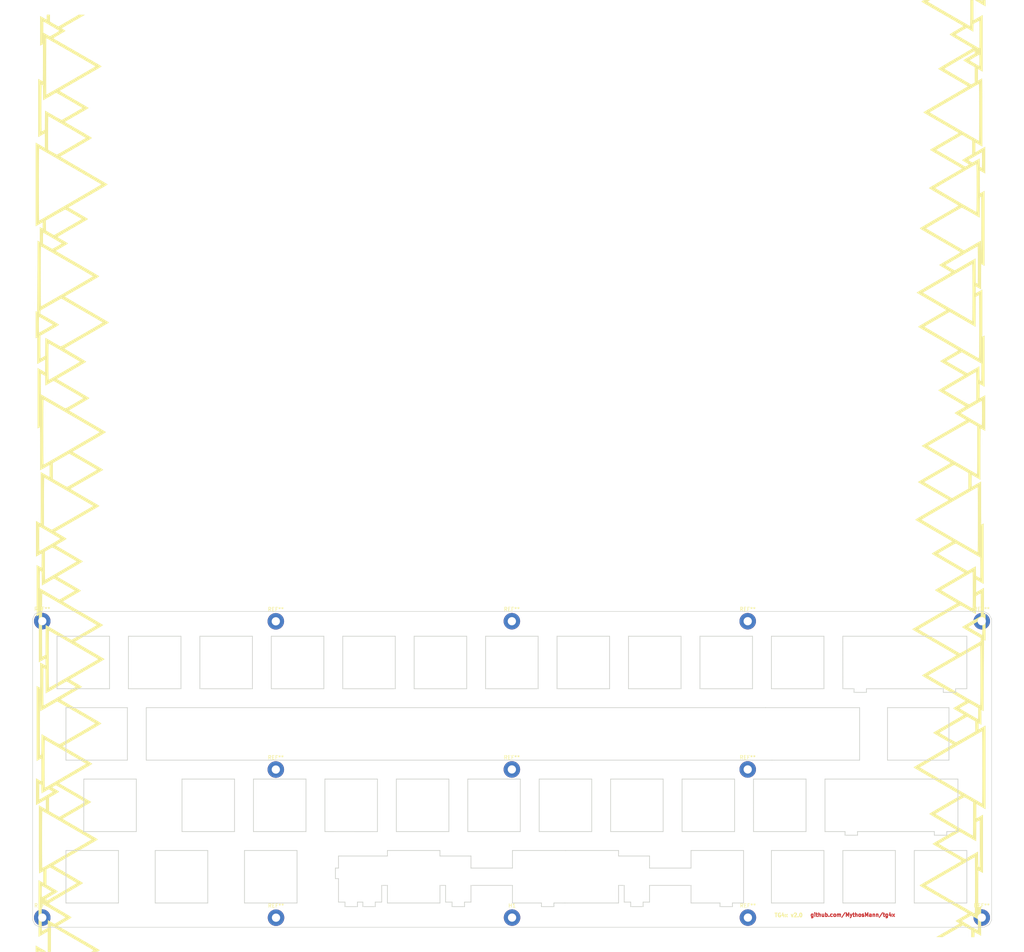
<source format=kicad_pcb>
(kicad_pcb (version 20171130) (host pcbnew "(5.0.2)-1")

  (general
    (thickness 1.6)
    (drawings 228)
    (tracks 0)
    (zones 0)
    (modules 15)
    (nets 1)
  )

  (page A4)
  (layers
    (0 F.Cu signal)
    (31 B.Cu signal)
    (32 B.Adhes user)
    (33 F.Adhes user)
    (34 B.Paste user)
    (35 F.Paste user)
    (36 B.SilkS user)
    (37 F.SilkS user)
    (38 B.Mask user)
    (39 F.Mask user)
    (40 Dwgs.User user)
    (41 Cmts.User user)
    (42 Eco1.User user)
    (43 Eco2.User user)
    (44 Edge.Cuts user)
    (45 Margin user)
    (46 B.CrtYd user)
    (47 F.CrtYd user)
    (48 B.Fab user)
    (49 F.Fab user)
  )

  (setup
    (last_trace_width 0.25)
    (trace_clearance 0.2)
    (zone_clearance 0.508)
    (zone_45_only no)
    (trace_min 0.2)
    (segment_width 0.2)
    (edge_width 0.15)
    (via_size 0.8)
    (via_drill 0.4)
    (via_min_size 0.4)
    (via_min_drill 0.3)
    (uvia_size 0.3)
    (uvia_drill 0.1)
    (uvias_allowed no)
    (uvia_min_size 0.2)
    (uvia_min_drill 0.1)
    (pcb_text_width 0.25)
    (pcb_text_size 1 1)
    (mod_edge_width 0.15)
    (mod_text_size 1 1)
    (mod_text_width 0.15)
    (pad_size 2.2 2.2)
    (pad_drill 2.2)
    (pad_to_mask_clearance 0.051)
    (solder_mask_min_width 0.25)
    (aux_axis_origin 0 0)
    (visible_elements 7FFFF7FF)
    (pcbplotparams
      (layerselection 0x010f0_ffffffff)
      (usegerberextensions false)
      (usegerberattributes false)
      (usegerberadvancedattributes false)
      (creategerberjobfile false)
      (excludeedgelayer true)
      (linewidth 0.100000)
      (plotframeref false)
      (viasonmask false)
      (mode 1)
      (useauxorigin false)
      (hpglpennumber 1)
      (hpglpenspeed 20)
      (hpglpendiameter 15.000000)
      (psnegative false)
      (psa4output false)
      (plotreference true)
      (plotvalue true)
      (plotinvisibletext false)
      (padsonsilk false)
      (subtractmaskfromsilk false)
      (outputformat 1)
      (mirror false)
      (drillshape 0)
      (scaleselection 1)
      (outputdirectory "./plategerberoutput"))
  )

  (net 0 "")

  (net_class Default "This is the default net class."
    (clearance 0.2)
    (trace_width 0.25)
    (via_dia 0.8)
    (via_drill 0.4)
    (uvia_dia 0.3)
    (uvia_drill 0.1)
  )

  (module MountingHole:MountingHole_2.2mm_M2_Pad (layer F.Cu) (tedit 56D1B4CB) (tstamp 5CC36506)
    (at 207.772 19.1262)
    (descr "Mounting Hole 2.2mm, M2")
    (tags "mounting hole 2.2mm m2")
    (attr virtual)
    (fp_text reference REF** (at 0 -3.2) (layer F.SilkS)
      (effects (font (size 1 1) (thickness 0.15)))
    )
    (fp_text value MountingHole_2.2mm_M2_Pad (at 0 3.2) (layer F.Fab)
      (effects (font (size 1 1) (thickness 0.15)))
    )
    (fp_circle (center 0 0) (end 2.45 0) (layer F.CrtYd) (width 0.05))
    (fp_circle (center 0 0) (end 2.2 0) (layer Cmts.User) (width 0.15))
    (fp_text user %R (at 0.3 0) (layer F.Fab)
      (effects (font (size 1 1) (thickness 0.15)))
    )
    (pad 1 thru_hole circle (at 0 0) (size 4.4 4.4) (drill 2.2) (layers *.Cu *.Mask))
  )

  (module MountingHole:MountingHole_2.2mm_M2_Pad (layer F.Cu) (tedit 56D1B4CB) (tstamp 5CC36537)
    (at 144.8816 58.66892)
    (descr "Mounting Hole 2.2mm, M2")
    (tags "mounting hole 2.2mm m2")
    (attr virtual)
    (fp_text reference REF** (at 0 -3.2) (layer F.SilkS)
      (effects (font (size 1 1) (thickness 0.15)))
    )
    (fp_text value MountingHole_2.2mm_M2_Pad (at 0 3.2) (layer F.Fab)
      (effects (font (size 1 1) (thickness 0.15)))
    )
    (fp_circle (center 0 0) (end 2.45 0) (layer F.CrtYd) (width 0.05))
    (fp_circle (center 0 0) (end 2.2 0) (layer Cmts.User) (width 0.15))
    (fp_text user %R (at 0.3 0) (layer F.Fab)
      (effects (font (size 1 1) (thickness 0.15)))
    )
    (pad 1 thru_hole circle (at 0 0) (size 4.4 4.4) (drill 2.2) (layers *.Cu *.Mask))
  )

  (module MountingHole:MountingHole_2.2mm_M2_Pad (layer F.Cu) (tedit 56D1B4CB) (tstamp 5CC3653E)
    (at 81.9404 58.69432)
    (descr "Mounting Hole 2.2mm, M2")
    (tags "mounting hole 2.2mm m2")
    (attr virtual)
    (fp_text reference REF** (at 0 -3.2) (layer F.SilkS)
      (effects (font (size 1 1) (thickness 0.15)))
    )
    (fp_text value MountingHole_2.2mm_M2_Pad (at 0 3.2) (layer F.Fab)
      (effects (font (size 1 1) (thickness 0.15)))
    )
    (fp_circle (center 0 0) (end 2.45 0) (layer F.CrtYd) (width 0.05))
    (fp_circle (center 0 0) (end 2.2 0) (layer Cmts.User) (width 0.15))
    (fp_text user %R (at 0.3 0) (layer F.Fab)
      (effects (font (size 1 1) (thickness 0.15)))
    )
    (pad 1 thru_hole circle (at 0 0) (size 4.4 4.4) (drill 2.2) (layers *.Cu *.Mask))
  )

  (module MountingHole:MountingHole_2.2mm_M2_Pad (layer F.Cu) (tedit 56D1B4CB) (tstamp 5CC36530)
    (at 207.772 58.66892)
    (descr "Mounting Hole 2.2mm, M2")
    (tags "mounting hole 2.2mm m2")
    (attr virtual)
    (fp_text reference REF** (at 0 -3.2) (layer F.SilkS)
      (effects (font (size 1 1) (thickness 0.15)))
    )
    (fp_text value MountingHole_2.2mm_M2_Pad (at 0 3.2) (layer F.Fab)
      (effects (font (size 1 1) (thickness 0.15)))
    )
    (fp_circle (center 0 0) (end 2.45 0) (layer F.CrtYd) (width 0.05))
    (fp_circle (center 0 0) (end 2.2 0) (layer Cmts.User) (width 0.15))
    (fp_text user %R (at 0.3 0) (layer F.Fab)
      (effects (font (size 1 1) (thickness 0.15)))
    )
    (pad 1 thru_hole circle (at 0 0) (size 4.4 4.4) (drill 2.2) (layers *.Cu *.Mask))
  )

  (module MountingHole:MountingHole_2.2mm_M2_Pad (layer F.Cu) (tedit 56D1B4CB) (tstamp 5CC36529)
    (at 81.9912 98.2218)
    (descr "Mounting Hole 2.2mm, M2")
    (tags "mounting hole 2.2mm m2")
    (attr virtual)
    (fp_text reference REF** (at 0 -3.2) (layer F.SilkS)
      (effects (font (size 1 1) (thickness 0.15)))
    )
    (fp_text value MountingHole_2.2mm_M2_Pad (at 0 3.2) (layer F.Fab)
      (effects (font (size 1 1) (thickness 0.15)))
    )
    (fp_circle (center 0 0) (end 2.45 0) (layer F.CrtYd) (width 0.05))
    (fp_circle (center 0 0) (end 2.2 0) (layer Cmts.User) (width 0.15))
    (fp_text user %R (at 0.3 0) (layer F.Fab)
      (effects (font (size 1 1) (thickness 0.15)))
    )
    (pad 1 thru_hole circle (at 0 0) (size 4.4 4.4) (drill 2.2) (layers *.Cu *.Mask))
  )

  (module MountingHole:MountingHole_2.2mm_M2_Pad (layer F.Cu) (tedit 56D1B4CB) (tstamp 5CC3651B)
    (at 207.8228 98.1964)
    (descr "Mounting Hole 2.2mm, M2")
    (tags "mounting hole 2.2mm m2")
    (attr virtual)
    (fp_text reference REF** (at 0 -3.2) (layer F.SilkS)
      (effects (font (size 1 1) (thickness 0.15)))
    )
    (fp_text value MountingHole_2.2mm_M2_Pad (at 0 3.2) (layer F.Fab)
      (effects (font (size 1 1) (thickness 0.15)))
    )
    (fp_circle (center 0 0) (end 2.45 0) (layer F.CrtYd) (width 0.05))
    (fp_circle (center 0 0) (end 2.2 0) (layer Cmts.User) (width 0.15))
    (fp_text user %R (at 0.3 0) (layer F.Fab)
      (effects (font (size 1 1) (thickness 0.15)))
    )
    (pad 1 thru_hole circle (at 0 0) (size 4.4 4.4) (drill 2.2) (layers *.Cu *.Mask))
  )

  (module MountingHole:MountingHole_2.2mm_M2_Pad (layer F.Cu) (tedit 56D1B4CB) (tstamp 5CC36514)
    (at 19.6596 98.1964)
    (descr "Mounting Hole 2.2mm, M2")
    (tags "mounting hole 2.2mm m2")
    (attr virtual)
    (fp_text reference REF** (at 0 -3.2) (layer F.SilkS)
      (effects (font (size 1 1) (thickness 0.15)))
    )
    (fp_text value MountingHole_2.2mm_M2_Pad (at 0 3.2) (layer F.Fab)
      (effects (font (size 1 1) (thickness 0.15)))
    )
    (fp_circle (center 0 0) (end 2.45 0) (layer F.CrtYd) (width 0.05))
    (fp_circle (center 0 0) (end 2.2 0) (layer Cmts.User) (width 0.15))
    (fp_text user %R (at 0.3 0) (layer F.Fab)
      (effects (font (size 1 1) (thickness 0.15)))
    )
    (pad 1 thru_hole circle (at 0 0) (size 4.4 4.4) (drill 2.2) (layers *.Cu *.Mask))
  )

  (module MountingHole:MountingHole_2.2mm_M2_Pad (layer F.Cu) (tedit 56D1B4CB) (tstamp 5CC3650D)
    (at 270.1798 98.1964)
    (descr "Mounting Hole 2.2mm, M2")
    (tags "mounting hole 2.2mm m2")
    (attr virtual)
    (fp_text reference REF** (at 0 -3.2) (layer F.SilkS)
      (effects (font (size 1 1) (thickness 0.15)))
    )
    (fp_text value MountingHole_2.2mm_M2_Pad (at 0 3.2) (layer F.Fab)
      (effects (font (size 1 1) (thickness 0.15)))
    )
    (fp_circle (center 0 0) (end 2.45 0) (layer F.CrtYd) (width 0.05))
    (fp_circle (center 0 0) (end 2.2 0) (layer Cmts.User) (width 0.15))
    (fp_text user %R (at 0.3 0) (layer F.Fab)
      (effects (font (size 1 1) (thickness 0.15)))
    )
    (pad 1 thru_hole circle (at 0 0) (size 4.4 4.4) (drill 2.2) (layers *.Cu *.Mask))
  )

  (module MountingHole:MountingHole_2.2mm_M2_Pad (layer F.Cu) (tedit 56D1B4CB) (tstamp 5CC364FF)
    (at 81.9404 19.1516)
    (descr "Mounting Hole 2.2mm, M2")
    (tags "mounting hole 2.2mm m2")
    (attr virtual)
    (fp_text reference REF** (at 0 -3.2) (layer F.SilkS)
      (effects (font (size 1 1) (thickness 0.15)))
    )
    (fp_text value MountingHole_2.2mm_M2_Pad (at 0 3.2) (layer F.Fab)
      (effects (font (size 1 1) (thickness 0.15)))
    )
    (fp_circle (center 0 0) (end 2.45 0) (layer F.CrtYd) (width 0.05))
    (fp_circle (center 0 0) (end 2.2 0) (layer Cmts.User) (width 0.15))
    (fp_text user %R (at 0.3 0) (layer F.Fab)
      (effects (font (size 1 1) (thickness 0.15)))
    )
    (pad 1 thru_hole circle (at 0 0) (size 4.4 4.4) (drill 2.2) (layers *.Cu *.Mask))
  )

  (module MountingHole:MountingHole_2.2mm_M2_Pad (layer F.Cu) (tedit 56D1B4CB) (tstamp 5CC364F8)
    (at 144.8816 19.1262)
    (descr "Mounting Hole 2.2mm, M2")
    (tags "mounting hole 2.2mm m2")
    (attr virtual)
    (fp_text reference REF** (at 0 -3.2) (layer F.SilkS)
      (effects (font (size 1 1) (thickness 0.15)))
    )
    (fp_text value MountingHole_2.2mm_M2_Pad (at 0 3.2) (layer F.Fab)
      (effects (font (size 1 1) (thickness 0.15)))
    )
    (fp_circle (center 0 0) (end 2.45 0) (layer F.CrtYd) (width 0.05))
    (fp_circle (center 0 0) (end 2.2 0) (layer Cmts.User) (width 0.15))
    (fp_text user %R (at 0.3 0) (layer F.Fab)
      (effects (font (size 1 1) (thickness 0.15)))
    )
    (pad 1 thru_hole circle (at 0 0) (size 4.4 4.4) (drill 2.2) (layers *.Cu *.Mask))
  )

  (module MountingHole:MountingHole_2.2mm_M2_Pad (layer F.Cu) (tedit 56D1B4CB) (tstamp 5CC364F1)
    (at 19.6596 19.1008)
    (descr "Mounting Hole 2.2mm, M2")
    (tags "mounting hole 2.2mm m2")
    (attr virtual)
    (fp_text reference REF** (at 0 -3.2) (layer F.SilkS)
      (effects (font (size 1 1) (thickness 0.15)))
    )
    (fp_text value MountingHole_2.2mm_M2_Pad (at 0 3.2) (layer F.Fab)
      (effects (font (size 1 1) (thickness 0.15)))
    )
    (fp_circle (center 0 0) (end 2.45 0) (layer F.CrtYd) (width 0.05))
    (fp_circle (center 0 0) (end 2.2 0) (layer Cmts.User) (width 0.15))
    (fp_text user %R (at 0.3 0) (layer F.Fab)
      (effects (font (size 1 1) (thickness 0.15)))
    )
    (pad 1 thru_hole circle (at 0 0) (size 4.4 4.4) (drill 2.2) (layers *.Cu *.Mask))
  )

  (module MountingHole:MountingHole_2.2mm_M2_Pad (layer F.Cu) (tedit 56D1B4CB) (tstamp 5CC364EA)
    (at 270.1798 19.1262)
    (descr "Mounting Hole 2.2mm, M2")
    (tags "mounting hole 2.2mm m2")
    (attr virtual)
    (fp_text reference REF** (at 0 -3.2) (layer F.SilkS)
      (effects (font (size 1 1) (thickness 0.15)))
    )
    (fp_text value MountingHole_2.2mm_M2_Pad (at 0 3.2) (layer F.Fab)
      (effects (font (size 1 1) (thickness 0.15)))
    )
    (fp_circle (center 0 0) (end 2.45 0) (layer F.CrtYd) (width 0.05))
    (fp_circle (center 0 0) (end 2.2 0) (layer Cmts.User) (width 0.15))
    (fp_text user %R (at 0.3 0) (layer F.Fab)
      (effects (font (size 1 1) (thickness 0.15)))
    )
    (pad 1 thru_hole circle (at 0 0) (size 4.4 4.4) (drill 2.2) (layers *.Cu *.Mask))
  )

  (module MountingHole:MountingHole_2.2mm_M2_Pad (layer F.Cu) (tedit 56D1B4CB) (tstamp 5CCA37C4)
    (at 144.9324 98.1964)
    (descr "Mounting Hole 2.2mm, M2")
    (tags "mounting hole 2.2mm m2")
    (path /5CCA1DAA)
    (attr virtual)
    (fp_text reference H1 (at 0 -3.2) (layer F.SilkS)
      (effects (font (size 1 1) (thickness 0.15)))
    )
    (fp_text value MountingHole_Pad (at 0 3.2) (layer F.Fab)
      (effects (font (size 1 1) (thickness 0.15)))
    )
    (fp_circle (center 0 0) (end 2.45 0) (layer F.CrtYd) (width 0.05))
    (fp_circle (center 0 0) (end 2.2 0) (layer Cmts.User) (width 0.15))
    (fp_text user %R (at 0.3 0) (layer F.Fab)
      (effects (font (size 1 1) (thickness 0.15)))
    )
    (pad 1 thru_hole circle (at 0 0) (size 4.4 4.4) (drill 2.2) (layers *.Cu *.Mask))
  )

  (module 4x5macro:forest (layer F.Cu) (tedit 0) (tstamp 5CCA36AE)
    (at 27.559 -17.7292 270)
    (fp_text reference G*** (at 0 0 270) (layer F.SilkS) hide
      (effects (font (size 1.524 1.524) (thickness 0.3)))
    )
    (fp_text value LOGO (at 0.75 0) (layer F.SilkS) hide
      (effects (font (size 1.524 1.524) (thickness 0.3)))
    )
    (fp_poly (pts (xy -42.792851 -9.834427) (xy -42.666853 -9.626996) (xy -42.469206 -9.294641) (xy -42.206293 -8.848292)
      (xy -41.8845 -8.298884) (xy -41.510211 -7.657347) (xy -41.08981 -6.934615) (xy -40.629682 -6.14162)
      (xy -40.136211 -5.289295) (xy -39.615782 -4.388571) (xy -39.378145 -3.976697) (xy -38.847252 -3.056966)
      (xy -38.340127 -2.179995) (xy -37.863199 -1.356808) (xy -37.422896 -0.598428) (xy -37.025648 0.084122)
      (xy -36.677885 0.679818) (xy -36.386036 1.177637) (xy -36.156529 1.566555) (xy -35.995795 1.835549)
      (xy -35.910262 1.973596) (xy -35.898143 1.989991) (xy -35.844187 1.927382) (xy -35.715687 1.732982)
      (xy -35.521915 1.422135) (xy -35.272142 1.010185) (xy -34.975639 0.512477) (xy -34.641677 -0.055644)
      (xy -34.279528 -0.678836) (xy -34.150849 -0.901882) (xy -33.780262 -1.542123) (xy -33.43396 -2.134052)
      (xy -33.12135 -2.662066) (xy -32.851836 -3.11056) (xy -32.634823 -3.463929) (xy -32.479717 -3.706569)
      (xy -32.395923 -3.822875) (xy -32.385486 -3.830872) (xy -32.329524 -3.759553) (xy -32.197626 -3.554703)
      (xy -31.99784 -3.229834) (xy -31.738212 -2.798455) (xy -31.426791 -2.274074) (xy -31.071625 -1.670202)
      (xy -30.680762 -1.000347) (xy -30.262249 -0.27802) (xy -30.059964 0.072843) (xy -29.632161 0.814683)
      (xy -29.22947 1.510384) (xy -28.859801 2.146457) (xy -28.531067 2.709411) (xy -28.251178 3.185756)
      (xy -28.028048 3.562003) (xy -27.869587 3.824661) (xy -27.783707 3.960241) (xy -27.770667 3.976227)
      (xy -27.72183 3.904983) (xy -27.595989 3.6998) (xy -27.400665 3.37347) (xy -27.143381 2.938783)
      (xy -26.831655 2.40853) (xy -26.47301 1.795501) (xy -26.074967 1.112488) (xy -25.645047 0.37228)
      (xy -25.226689 -0.350205) (xy -24.773345 -1.132412) (xy -24.344114 -1.869515) (xy -23.946611 -2.548671)
      (xy -23.58845 -3.157035) (xy -23.277246 -3.681765) (xy -23.020613 -4.110016) (xy -22.826166 -4.428945)
      (xy -22.70152 -4.625707) (xy -22.655069 -4.687786) (xy -22.598369 -4.619573) (xy -22.467362 -4.420415)
      (xy -22.271783 -4.106374) (xy -22.021365 -3.693514) (xy -21.725842 -3.197896) (xy -21.394949 -2.635582)
      (xy -21.038419 -2.022633) (xy -21.008047 -1.970102) (xy -20.65053 -1.353387) (xy -20.31909 -0.785355)
      (xy -20.023303 -0.28214) (xy -19.772748 0.140124) (xy -19.577004 0.465301) (xy -19.445648 0.677258)
      (xy -19.388259 0.759859) (xy -19.387117 0.760398) (xy -19.338474 0.689277) (xy -19.212458 0.483355)
      (xy -19.016099 0.154629) (xy -18.756428 -0.284904) (xy -18.440478 -0.823248) (xy -18.075279 -1.448405)
      (xy -17.667863 -2.148379) (xy -17.225262 -2.911174) (xy -16.754506 -3.724792) (xy -16.504142 -4.158394)
      (xy -16.021051 -4.994028) (xy -15.561804 -5.785306) (xy -15.133508 -6.520184) (xy -14.743267 -7.186615)
      (xy -14.39819 -7.772554) (xy -14.105382 -8.265954) (xy -13.87195 -8.65477) (xy -13.704999 -8.926956)
      (xy -13.611637 -9.070467) (xy -13.59466 -9.090227) (xy -13.540917 -9.020975) (xy -13.410469 -8.817455)
      (xy -13.210829 -8.492301) (xy -12.949511 -8.058152) (xy -12.634029 -7.527641) (xy -12.271896 -6.913406)
      (xy -11.870627 -6.228082) (xy -11.437735 -5.484306) (xy -10.980734 -4.694712) (xy -10.974301 -4.683566)
      (xy -10.517016 -3.891852) (xy -10.08448 -3.144117) (xy -9.684161 -2.453194) (xy -9.323525 -1.831918)
      (xy -9.010039 -1.29312) (xy -8.75117 -0.849635) (xy -8.554385 -0.514295) (xy -8.42715 -0.299935)
      (xy -8.376932 -0.219387) (xy -8.376877 -0.219331) (xy -8.327099 -0.281898) (xy -8.20092 -0.478463)
      (xy -8.006048 -0.79606) (xy -7.750193 -1.221722) (xy -7.441066 -1.742482) (xy -7.086375 -2.345373)
      (xy -6.693831 -3.017428) (xy -6.271143 -3.74568) (xy -5.963962 -4.277598) (xy -5.524554 -5.038709)
      (xy -5.110101 -5.754034) (xy -4.728324 -6.410424) (xy -4.386941 -6.994727) (xy -4.093671 -7.493796)
      (xy -3.856235 -7.894479) (xy -3.682351 -8.183627) (xy -3.579738 -8.348091) (xy -3.554553 -8.382)
      (xy -3.505498 -8.310714) (xy -3.379675 -8.105425) (xy -3.184622 -7.778982) (xy -2.927877 -7.344237)
      (xy -2.616978 -6.814041) (xy -2.259464 -6.201244) (xy -1.862872 -5.518698) (xy -1.434741 -4.779253)
      (xy -1.034128 -4.085166) (xy -0.582906 -3.302443) (xy -0.155945 -2.562138) (xy 0.239097 -1.877509)
      (xy 0.594559 -1.261814) (xy 0.902783 -0.728313) (xy 1.156109 -0.290264) (xy 1.346877 0.039075)
      (xy 1.467428 0.246445) (xy 1.509199 0.317278) (xy 1.566477 0.270462) (xy 1.702857 0.079249)
      (xy 1.915901 -0.25235) (xy 2.203168 -0.720326) (xy 2.56222 -1.320667) (xy 2.990617 -2.049363)
      (xy 3.48592 -2.902404) (xy 3.813805 -3.471555) (xy 4.240488 -4.212701) (xy 4.642173 -4.907668)
      (xy 5.010938 -5.542939) (xy 5.338861 -6.104998) (xy 5.61802 -6.58033) (xy 5.840492 -6.955418)
      (xy 5.998356 -7.216746) (xy 6.08369 -7.350797) (xy 6.09639 -7.366) (xy 6.14458 -7.294387)
      (xy 6.270528 -7.086926) (xy 6.467786 -6.754682) (xy 6.729909 -6.308718) (xy 7.050449 -5.760102)
      (xy 7.422962 -5.119896) (xy 7.840999 -4.399166) (xy 8.298116 -3.608978) (xy 8.787865 -2.760396)
      (xy 9.303801 -1.864485) (xy 9.47703 -1.563251) (xy 10.001948 -0.650582) (xy 10.503861 0.221231)
      (xy 10.976178 1.040792) (xy 11.412312 1.796707) (xy 11.805672 2.477584) (xy 12.149669 3.072027)
      (xy 12.437714 3.568644) (xy 12.663218 3.956039) (xy 12.81959 4.22282) (xy 12.900242 4.357591)
      (xy 12.908733 4.37064) (xy 12.95435 4.392248) (xy 13.024563 4.346453) (xy 13.129797 4.21829)
      (xy 13.28048 3.992792) (xy 13.487038 3.654995) (xy 13.759898 3.18993) (xy 13.898887 2.949392)
      (xy 14.166841 2.489159) (xy 14.408661 2.083137) (xy 14.611106 1.752802) (xy 14.760933 1.51963)
      (xy 14.844902 1.4051) (xy 14.855988 1.397) (xy 14.915917 1.466823) (xy 15.045641 1.661312)
      (xy 15.231137 1.957997) (xy 15.458387 2.334408) (xy 15.713368 2.768076) (xy 15.737997 2.810527)
      (xy 15.994475 3.251474) (xy 16.222814 3.64097) (xy 16.409191 3.955683) (xy 16.53978 4.172282)
      (xy 16.600758 4.267438) (xy 16.602252 4.269141) (xy 16.652212 4.207137) (xy 16.778448 4.012113)
      (xy 16.972726 3.697786) (xy 17.226815 3.277877) (xy 17.532483 2.766102) (xy 17.881498 2.176181)
      (xy 18.265627 1.521832) (xy 18.67664 0.816773) (xy 18.758696 0.675447) (xy 19.174327 -0.039423)
      (xy 19.56453 -0.707777) (xy 19.921058 -1.315681) (xy 20.235661 -1.849204) (xy 20.500092 -2.294412)
      (xy 20.706102 -2.637372) (xy 20.845443 -2.864154) (xy 20.909866 -2.960823) (xy 20.912919 -2.963333)
      (xy 20.962731 -2.892399) (xy 21.08869 -2.689166) (xy 21.282292 -2.367992) (xy 21.535031 -1.943231)
      (xy 21.838398 -1.42924) (xy 22.18389 -0.840374) (xy 22.563 -0.19099) (xy 22.944666 0.465667)
      (xy 23.347723 1.159026) (xy 23.7252 1.805401) (xy 24.068594 2.390443) (xy 24.369398 2.8998)
      (xy 24.619109 3.319124) (xy 24.809221 3.634063) (xy 24.93123 3.830267) (xy 24.976273 3.893614)
      (xy 25.025978 3.822333) (xy 25.150756 3.618944) (xy 25.341814 3.298442) (xy 25.590358 2.875827)
      (xy 25.887596 2.366094) (xy 26.224734 1.784241) (xy 26.592979 1.145266) (xy 26.837858 0.718614)
      (xy 27.221319 0.051271) (xy 27.579376 -0.568384) (xy 27.903218 -1.125359) (xy 28.184035 -1.604659)
      (xy 28.413016 -1.991291) (xy 28.581352 -2.270262) (xy 28.680231 -2.426579) (xy 28.702917 -2.455333)
      (xy 28.754511 -2.384593) (xy 28.879606 -2.183839) (xy 29.068025 -1.87027) (xy 29.309588 -1.461083)
      (xy 29.594119 -0.973478) (xy 29.91144 -0.424653) (xy 30.13302 -0.038765) (xy 30.467297 0.540007)
      (xy 30.777375 1.067439) (xy 31.052835 1.526539) (xy 31.283258 1.900315) (xy 31.458224 2.171772)
      (xy 31.567315 2.323918) (xy 31.598149 2.350728) (xy 31.652679 2.274695) (xy 31.784585 2.06339)
      (xy 31.987025 1.728446) (xy 32.253153 1.281495) (xy 32.576127 0.734169) (xy 32.949104 0.098102)
      (xy 33.36524 -0.615074) (xy 33.81769 -1.393728) (xy 34.299613 -2.226226) (xy 34.74449 -2.997324)
      (xy 35.246462 -3.867206) (xy 35.724784 -4.693139) (xy 36.172642 -5.463538) (xy 36.583219 -6.166817)
      (xy 36.949699 -6.791393) (xy 37.265268 -7.325679) (xy 37.523109 -7.758093) (xy 37.716407 -8.077048)
      (xy 37.838345 -8.27096) (xy 37.881295 -8.328983) (xy 37.936214 -8.259889) (xy 38.066888 -8.057528)
      (xy 38.265096 -7.73568) (xy 38.522618 -7.308121) (xy 38.831232 -6.788628) (xy 39.182718 -6.190979)
      (xy 39.568853 -5.528951) (xy 39.981418 -4.816322) (xy 40.097112 -4.615572) (xy 40.515945 -3.890215)
      (xy 40.910777 -3.210491) (xy 41.273337 -2.590354) (xy 41.595358 -2.043755) (xy 41.868569 -1.584647)
      (xy 42.084702 -1.226982) (xy 42.235488 -0.984713) (xy 42.312658 -0.871792) (xy 42.319713 -0.865318)
      (xy 42.37562 -0.931525) (xy 42.507586 -1.131405) (xy 42.707605 -1.45164) (xy 42.967672 -1.878911)
      (xy 43.279782 -2.399897) (xy 43.635928 -3.001281) (xy 44.028104 -3.669743) (xy 44.448306 -4.391964)
      (xy 44.672671 -4.779913) (xy 45.103573 -5.525151) (xy 45.509351 -6.224352) (xy 45.882119 -6.864102)
      (xy 46.213989 -7.430988) (xy 46.497074 -7.911598) (xy 46.723488 -8.292518) (xy 46.885343 -8.560335)
      (xy 46.974751 -8.701638) (xy 46.98994 -8.720666) (xy 47.038622 -8.649349) (xy 47.164497 -8.443657)
      (xy 47.360293 -8.115979) (xy 47.618741 -7.678704) (xy 47.932569 -7.144223) (xy 48.294508 -6.524925)
      (xy 48.697286 -5.833198) (xy 49.133634 -5.081433) (xy 49.59628 -4.282018) (xy 49.69778 -4.106333)
      (xy 50.165172 -3.29832) (xy 50.607921 -2.535315) (xy 51.018745 -1.829707) (xy 51.390364 -1.193889)
      (xy 51.715495 -0.640251) (xy 51.986859 -0.181184) (xy 52.197175 0.170922) (xy 52.339161 0.403675)
      (xy 52.405536 0.504685) (xy 52.409214 0.508) (xy 52.463086 0.437944) (xy 52.588035 0.241817)
      (xy 52.771322 -0.059318) (xy 53.000205 -0.4444) (xy 53.261942 -0.892365) (xy 53.382333 -1.100666)
      (xy 53.654321 -1.56933) (xy 53.898934 -1.984236) (xy 54.103437 -2.324325) (xy 54.255098 -2.568535)
      (xy 54.341182 -2.695805) (xy 54.354913 -2.709333) (xy 54.405995 -2.638554) (xy 54.53204 -2.436755)
      (xy 54.723658 -2.119739) (xy 54.971456 -1.703311) (xy 55.266042 -1.203276) (xy 55.598023 -0.635438)
      (xy 55.958008 -0.015602) (xy 56.042131 0.129805) (xy 56.40783 0.758407) (xy 56.749099 1.337419)
      (xy 57.056376 1.851188) (xy 57.320104 2.284064) (xy 57.530722 2.620398) (xy 57.678672 2.844536)
      (xy 57.754394 2.94083) (xy 57.76054 2.943264) (xy 57.814255 2.867462) (xy 57.945348 2.656263)
      (xy 58.147044 2.321215) (xy 58.412569 1.873863) (xy 58.735148 1.325755) (xy 59.108006 0.688436)
      (xy 59.524369 -0.026546) (xy 59.977463 -0.807647) (xy 60.460511 -1.643318) (xy 60.943954 -2.4824)
      (xy 61.449225 -3.358946) (xy 61.931134 -4.19149) (xy 62.382904 -4.968535) (xy 62.797757 -5.678587)
      (xy 63.168914 -6.31015) (xy 63.489598 -6.851729) (xy 63.75303 -7.291829) (xy 63.952432 -7.618954)
      (xy 64.081027 -7.82161) (xy 64.131549 -7.888385) (xy 64.186082 -7.817803) (xy 64.317562 -7.611841)
      (xy 64.519068 -7.282225) (xy 64.783681 -6.840683) (xy 65.104478 -6.29894) (xy 65.474542 -5.668724)
      (xy 65.886951 -4.961759) (xy 66.334785 -4.189773) (xy 66.811124 -3.364493) (xy 67.179549 -2.723492)
      (xy 67.672201 -1.866641) (xy 68.141082 -1.054639) (xy 68.579314 -0.299174) (xy 68.980023 0.388066)
      (xy 69.336332 0.995392) (xy 69.641366 1.511118) (xy 69.888248 1.923554) (xy 70.070102 2.221014)
      (xy 70.180053 2.391808) (xy 70.211157 2.429759) (xy 70.264579 2.355172) (xy 70.394365 2.147258)
      (xy 70.592531 1.819521) (xy 70.851091 1.385463) (xy 71.162059 0.858587) (xy 71.517451 0.252396)
      (xy 71.909281 -0.419608) (xy 72.329563 -1.14392) (xy 72.549593 -1.524441) (xy 72.981081 -2.269098)
      (xy 73.388386 -2.967337) (xy 73.763515 -3.605776) (xy 74.098472 -4.171029) (xy 74.385264 -4.649713)
      (xy 74.615896 -5.028442) (xy 74.782373 -5.293834) (xy 74.876701 -5.432503) (xy 74.894429 -5.450122)
      (xy 74.948335 -5.376796) (xy 75.078927 -5.169292) (xy 75.278677 -4.840342) (xy 75.54006 -4.402677)
      (xy 75.855548 -3.869027) (xy 76.217616 -3.252125) (xy 76.618737 -2.564702) (xy 77.051384 -1.819488)
      (xy 77.508031 -1.029214) (xy 77.508993 -1.027545) (xy 77.964973 -0.237805) (xy 78.396119 0.50659)
      (xy 78.795002 1.192963) (xy 79.15419 1.808641) (xy 79.466251 2.340946) (xy 79.723755 2.777204)
      (xy 79.91927 3.104739) (xy 80.045366 3.310874) (xy 80.09461 3.382935) (xy 80.094666 3.382937)
      (xy 80.143344 3.311375) (xy 80.268585 3.105748) (xy 80.462849 2.778963) (xy 80.718598 2.343927)
      (xy 81.028291 1.813545) (xy 81.38439 1.200725) (xy 81.779355 0.518372) (xy 82.205647 -0.220605)
      (xy 82.591508 -0.891474) (xy 83.038724 -1.668793) (xy 83.461133 -2.400548) (xy 83.851193 -3.073836)
      (xy 84.20136 -3.675755) (xy 84.504093 -4.193402) (xy 84.751849 -4.613874) (xy 84.937085 -4.924269)
      (xy 85.052259 -5.111686) (xy 85.089521 -5.164667) (xy 85.138887 -5.093499) (xy 85.264483 -4.889096)
      (xy 85.458289 -4.56511) (xy 85.712283 -4.135193) (xy 86.018445 -3.612996) (xy 86.368753 -3.012171)
      (xy 86.755188 -2.346368) (xy 87.169728 -1.629241) (xy 87.328028 -1.354666) (xy 87.751009 -0.622062)
      (xy 88.149007 0.064203) (xy 88.513985 0.69048) (xy 88.837902 1.243121) (xy 89.11272 1.708476)
      (xy 89.330401 2.072898) (xy 89.482905 2.322738) (xy 89.562193 2.444347) (xy 89.571348 2.45411)
      (xy 89.620891 2.382522) (xy 89.747557 2.176388) (xy 89.944132 1.848001) (xy 90.203404 1.409652)
      (xy 90.518163 0.873635) (xy 90.881194 0.252242) (xy 91.285286 -0.442235) (xy 91.723227 -1.197504)
      (xy 92.187805 -2.001271) (xy 92.328336 -2.24489) (xy 92.799285 -3.060506) (xy 93.245612 -3.831206)
      (xy 93.660117 -4.544703) (xy 94.035597 -5.18871) (xy 94.364853 -5.750941) (xy 94.640683 -6.219108)
      (xy 94.855885 -6.580924) (xy 95.00326 -6.824102) (xy 95.075605 -6.936355) (xy 95.081559 -6.942667)
      (xy 95.129763 -6.871105) (xy 95.256034 -6.663709) (xy 95.45398 -6.33141) (xy 95.71721 -5.885141)
      (xy 96.039332 -5.335834) (xy 96.413955 -4.694422) (xy 96.834687 -3.971836) (xy 97.295137 -3.17901)
      (xy 97.788913 -2.326874) (xy 98.309623 -1.426363) (xy 98.546562 -1.016) (xy 99.077283 -0.097533)
      (xy 99.584096 0.777378) (xy 100.060593 1.597801) (xy 100.500363 2.3528) (xy 100.896997 3.031441)
      (xy 101.244084 3.622788) (xy 101.535216 4.115908) (xy 101.763983 4.499864) (xy 101.923975 4.763724)
      (xy 102.008782 4.896551) (xy 102.020635 4.910667) (xy 102.071967 4.839537) (xy 102.199882 4.635084)
      (xy 102.396438 4.310709) (xy 102.65369 3.879815) (xy 102.963694 3.355806) (xy 103.318505 2.752083)
      (xy 103.71018 2.08205) (xy 104.130774 1.359109) (xy 104.355962 0.970712) (xy 104.788994 0.224967)
      (xy 105.197867 -0.475318) (xy 105.57455 -1.116654) (xy 105.911014 -1.685549) (xy 106.199226 -2.168514)
      (xy 106.431157 -2.552057) (xy 106.598776 -2.822689) (xy 106.694052 -2.966918) (xy 106.71219 -2.987455)
      (xy 106.766451 -2.919341) (xy 106.897686 -2.716698) (xy 107.098548 -2.391841) (xy 107.361687 -1.957084)
      (xy 107.679754 -1.424742) (xy 108.045401 -0.807131) (xy 108.451277 -0.116564) (xy 108.890033 0.634643)
      (xy 109.354322 1.434175) (xy 109.463857 1.623454) (xy 109.932413 2.430957) (xy 110.376896 3.191767)
      (xy 110.790003 3.893723) (xy 111.16443 4.52466) (xy 111.492874 5.072416) (xy 111.768032 5.524828)
      (xy 111.982599 5.869734) (xy 112.129271 6.094969) (xy 112.200747 6.188372) (xy 112.205879 6.189841)
      (xy 112.261069 6.105254) (xy 112.391731 5.889749) (xy 112.588616 5.559026) (xy 112.842474 5.128783)
      (xy 113.144057 4.614718) (xy 113.484115 4.03253) (xy 113.8534 3.397917) (xy 114.026212 3.100173)
      (xy 114.405534 2.44956) (xy 114.760728 1.846959) (xy 115.082486 1.307676) (xy 115.361497 0.847017)
      (xy 115.588454 0.480286) (xy 115.754047 0.222789) (xy 115.848969 0.089831) (xy 115.866333 0.074705)
      (xy 115.93035 0.145376) (xy 116.065837 0.343354) (xy 116.260395 0.648843) (xy 116.501627 1.042043)
      (xy 116.777133 1.503158) (xy 117.009333 1.899801) (xy 117.301153 2.399806) (xy 117.565617 2.847538)
      (xy 117.790816 3.223271) (xy 117.964839 3.507279) (xy 118.075776 3.679835) (xy 118.110996 3.724382)
      (xy 118.159084 3.652975) (xy 118.284859 3.445955) (xy 118.481747 3.114593) (xy 118.743176 2.670157)
      (xy 119.062573 2.123917) (xy 119.433365 1.487142) (xy 119.84898 0.771101) (xy 120.302843 -0.012935)
      (xy 120.788384 -0.853699) (xy 121.299027 -1.73992) (xy 121.369666 -1.862666) (xy 121.883303 -2.754238)
      (xy 122.372858 -3.601892) (xy 122.831745 -4.394357) (xy 123.253378 -5.120359) (xy 123.631173 -5.768624)
      (xy 123.958544 -6.32788) (xy 124.228905 -6.786853) (xy 124.435672 -7.134269) (xy 124.572259 -7.358856)
      (xy 124.63208 -7.44934) (xy 124.633913 -7.450667) (xy 124.700966 -7.383791) (xy 124.81324 -7.215021)
      (xy 124.867742 -7.121639) (xy 124.956859 -6.9366) (xy 125.011969 -6.736736) (xy 125.040297 -6.475627)
      (xy 125.049067 -6.106855) (xy 125.048918 -5.957472) (xy 125.04517 -5.122333) (xy 124.858418 -5.439004)
      (xy 124.735896 -5.631802) (xy 124.647538 -5.743975) (xy 124.629333 -5.755576) (xy 124.582852 -5.684416)
      (xy 124.459981 -5.480089) (xy 124.268627 -5.156288) (xy 124.016701 -4.726703) (xy 123.71211 -4.205028)
      (xy 123.362764 -3.604953) (xy 122.976571 -2.940171) (xy 122.56144 -2.224374) (xy 122.12528 -1.471253)
      (xy 121.676 -0.6945) (xy 121.221508 0.092193) (xy 120.769714 0.875134) (xy 120.328525 1.640631)
      (xy 119.905852 2.374992) (xy 119.509602 3.064527) (xy 119.147685 3.695542) (xy 118.828009 4.254345)
      (xy 118.558483 4.727247) (xy 118.347016 5.100553) (xy 118.201516 5.360572) (xy 118.129893 5.493614)
      (xy 118.124111 5.506372) (xy 118.199675 5.527799) (xy 118.437432 5.546247) (xy 118.830264 5.561546)
      (xy 119.371053 5.573528) (xy 120.052681 5.582024) (xy 120.868032 5.586867) (xy 121.574277 5.588)
      (xy 125.052666 5.588) (xy 125.052666 6.434667) (xy 119.642514 6.434667) (xy 120.35509 7.662334)
      (xy 121.067665 8.89) (xy 105.920883 8.89) (xy 106.463092 7.972891) (xy 107.456111 7.972891)
      (xy 107.527065 7.995253) (xy 107.741398 8.014688) (xy 108.073164 8.029986) (xy 108.496418 8.039936)
      (xy 108.966 8.043334) (xy 109.452804 8.039674) (xy 109.873094 8.029501) (xy 110.200924 8.014026)
      (xy 110.266853 8.007866) (xy 112.183333 8.007866) (xy 112.265138 8.015287) (xy 112.499105 8.022181)
      (xy 112.868066 8.028384) (xy 113.35485 8.033729) (xy 113.942287 8.038053) (xy 114.613207 8.041191)
      (xy 115.35044 8.042976) (xy 115.873388 8.043334) (xy 116.644211 8.041831) (xy 117.359179 8.037535)
      (xy 118.0013 8.030759) (xy 118.553576 8.021819) (xy 118.999013 8.01103) (xy 119.320617 7.998707)
      (xy 119.501391 7.985164) (xy 119.535222 7.975461) (xy 119.483728 7.876925) (xy 119.367861 7.666403)
      (xy 119.207083 7.379032) (xy 119.091046 7.173555) (xy 118.675092 6.43952) (xy 116.592924 6.392334)
      (xy 117.104907 5.519167) (xy 117.616891 4.646001) (xy 117.170014 3.868167) (xy 116.799234 3.225283)
      (xy 116.502517 2.717235) (xy 116.271529 2.330923) (xy 116.09794 2.053249) (xy 115.973416 1.871112)
      (xy 115.889626 1.771413) (xy 115.838238 1.741053) (xy 115.821626 1.748247) (xy 115.766467 1.833328)
      (xy 115.63828 2.045381) (xy 115.447795 2.365943) (xy 115.205745 2.776551) (xy 114.922861 3.258741)
      (xy 114.609873 3.794051) (xy 114.277515 4.364017) (xy 113.936517 4.950175) (xy 113.59761 5.534063)
      (xy 113.271526 6.097217) (xy 112.968998 6.621173) (xy 112.700755 7.087468) (xy 112.47753 7.47764)
      (xy 112.310053 7.773224) (xy 112.209058 7.955757) (xy 112.183333 8.007866) (xy 110.266853 8.007866)
      (xy 110.410346 7.994459) (xy 110.475888 7.972891) (xy 110.411979 7.846016) (xy 110.283513 7.614204)
      (xy 110.107435 7.306123) (xy 109.900694 6.950441) (xy 109.680235 6.575826) (xy 109.463007 6.210948)
      (xy 109.265955 5.884475) (xy 109.106027 5.625074) (xy 109.00017 5.461415) (xy 108.966 5.418667)
      (xy 108.914325 5.48732) (xy 108.795307 5.674169) (xy 108.625893 5.950544) (xy 108.423028 6.287778)
      (xy 108.203661 6.6572) (xy 107.984738 7.030144) (xy 107.783205 7.377941) (xy 107.61601 7.671921)
      (xy 107.5001 7.883418) (xy 107.456111 7.972891) (xy 106.463092 7.972891) (xy 106.671727 7.62)
      (xy 103.534905 7.62) (xy 103.808548 8.106833) (xy 103.96225 8.374549) (xy 104.092164 8.590721)
      (xy 104.163795 8.6995) (xy 104.147274 8.716733) (xy 104.064352 8.732105) (xy 103.907071 8.745712)
      (xy 103.667475 8.757644) (xy 103.337609 8.767995) (xy 102.909514 8.776859) (xy 102.375236 8.784327)
      (xy 101.726817 8.790492) (xy 100.956301 8.795448) (xy 100.055732 8.799287) (xy 99.017153 8.802102)
      (xy 97.832608 8.803986) (xy 96.49414 8.805032) (xy 95.09369 8.805333) (xy 85.941979 8.805333)
      (xy 86.479248 7.880938) (xy 87.474777 7.880938) (xy 87.553219 7.894015) (xy 87.79313 7.906125)
      (xy 88.186652 7.917188) (xy 88.725924 7.927122) (xy 89.403084 7.935849) (xy 90.210274 7.943286)
      (xy 91.139631 7.949355) (xy 92.183296 7.953974) (xy 93.333408 7.957064) (xy 94.582107 7.958543)
      (xy 95.080666 7.958667) (xy 96.397422 7.957807) (xy 97.608969 7.955275) (xy 98.708378 7.951143)
      (xy 99.688721 7.945483) (xy 100.543069 7.938366) (xy 101.264492 7.929865) (xy 101.846064 7.92005)
      (xy 102.280854 7.908994) (xy 102.561935 7.896769) (xy 102.682377 7.883445) (xy 102.686555 7.879888)
      (xy 102.637377 7.786588) (xy 102.511253 7.561244) (xy 102.315521 7.216519) (xy 102.057516 6.765076)
      (xy 101.744575 6.219576) (xy 101.52223 5.832971) (xy 102.524789 5.832971) (xy 102.790143 6.303152)
      (xy 103.055497 6.773334) (xy 105.100582 6.772815) (xy 107.145666 6.772296) (xy 108.024447 5.248815)
      (xy 108.290145 4.793169) (xy 108.529618 4.391918) (xy 108.729476 4.066732) (xy 108.87633 3.839282)
      (xy 108.956791 3.731239) (xy 108.965702 3.725334) (xy 109.024806 3.795334) (xy 109.15417 3.990888)
      (xy 109.340392 4.290326) (xy 109.570073 4.671979) (xy 109.829811 5.114177) (xy 109.907255 5.247893)
      (xy 110.786333 6.770452) (xy 111.112891 6.771893) (xy 111.333084 6.753636) (xy 111.402061 6.692795)
      (xy 111.396202 6.6675) (xy 111.332064 6.541391) (xy 111.19413 6.291654) (xy 110.991927 5.934511)
      (xy 110.734982 5.486185) (xy 110.432823 4.962899) (xy 110.094976 4.380875) (xy 109.730968 3.756336)
      (xy 109.350328 3.105503) (xy 108.962581 2.444599) (xy 108.577255 1.789847) (xy 108.203877 1.15747)
      (xy 107.851975 0.563689) (xy 107.531075 0.024727) (xy 107.250705 -0.443194) (xy 107.020391 -0.82385)
      (xy 106.849661 -1.10102) (xy 106.748042 -1.258481) (xy 106.723526 -1.288954) (xy 106.667461 -1.217748)
      (xy 106.535524 -1.013827) (xy 106.336186 -0.691307) (xy 106.07792 -0.264306) (xy 105.769195 0.253057)
      (xy 105.418482 0.846666) (xy 105.034253 1.502403) (xy 104.624979 2.20615) (xy 104.586629 2.272356)
      (xy 102.524789 5.832971) (xy 101.52223 5.832971) (xy 101.384033 5.592682) (xy 100.983227 4.897056)
      (xy 100.549493 4.145362) (xy 100.090168 3.35026) (xy 99.612587 2.524414) (xy 99.124086 1.680486)
      (xy 98.632003 0.831138) (xy 98.143672 -0.010968) (xy 97.666431 -0.833168) (xy 97.207615 -1.622801)
      (xy 96.774561 -2.367205) (xy 96.374605 -3.053716) (xy 96.015082 -3.669673) (xy 95.70333 -4.202413)
      (xy 95.446685 -4.639275) (xy 95.252482 -4.967594) (xy 95.128057 -5.17471) (xy 95.080748 -5.247959)
      (xy 95.080666 -5.247974) (xy 95.034567 -5.176719) (xy 94.911247 -4.971414) (xy 94.718044 -4.644723)
      (xy 94.462291 -4.209307) (xy 94.151325 -3.677828) (xy 93.792481 -3.062949) (xy 93.393094 -2.377332)
      (xy 92.960501 -1.633639) (xy 92.502036 -0.844532) (xy 92.025035 -0.022673) (xy 91.536834 0.819276)
      (xy 91.044767 1.668651) (xy 90.556172 2.512792) (xy 90.078382 3.339036) (xy 89.618733 4.134721)
      (xy 89.184562 4.887185) (xy 88.783203 5.583765) (xy 88.421992 6.2118) (xy 88.108264 6.758627)
      (xy 87.849355 7.211584) (xy 87.652601 7.558009) (xy 87.525336 7.78524) (xy 87.474897 7.880614)
      (xy 87.474777 7.880938) (xy 86.479248 7.880938) (xy 87.024583 6.942667) (xy 84.422408 6.942667)
      (xy 85.926924 9.567333) (xy 82.337318 9.567333) (xy 78.747712 9.567334) (xy 79.265806 8.67023)
      (xy 80.264 8.67023) (xy 80.344848 8.68415) (xy 80.572128 8.696598) (xy 80.922938 8.707018)
      (xy 81.374378 8.714853) (xy 81.903549 8.719545) (xy 82.338333 8.720667) (xy 82.910829 8.718823)
      (xy 83.422795 8.713641) (xy 83.851332 8.705643) (xy 84.173539 8.69535) (xy 84.366516 8.683284)
      (xy 84.412666 8.673371) (xy 84.372313 8.588751) (xy 84.260791 8.382866) (xy 84.092404 8.080628)
      (xy 83.881456 7.706951) (xy 83.642251 7.286747) (xy 83.389093 6.844929) (xy 83.136287 6.406409)
      (xy 82.898136 5.996101) (xy 82.688946 5.638918) (xy 82.52302 5.359771) (xy 82.414662 5.183575)
      (xy 82.381258 5.135381) (xy 82.31651 5.172701) (xy 82.196604 5.316531) (xy 82.048791 5.525454)
      (xy 81.900324 5.758054) (xy 81.778456 5.972916) (xy 81.710439 6.128622) (xy 81.704387 6.164036)
      (xy 81.74529 6.255496) (xy 81.856271 6.46298) (xy 82.021005 6.75688) (xy 82.223165 7.10759)
      (xy 82.250479 7.154334) (xy 82.795516 8.085667) (xy 80.551816 8.132559) (xy 80.407908 8.376176)
      (xy 80.309613 8.556258) (xy 80.264339 8.666187) (xy 80.264 8.67023) (xy 79.265806 8.67023)
      (xy 79.578954 8.128) (xy 76.53481 8.128) (xy 75.835827 8.129474) (xy 75.193377 8.133666)
      (xy 74.626364 8.140237) (xy 74.153692 8.148843) (xy 73.794265 8.159143) (xy 73.566985 8.170796)
      (xy 73.490666 8.183028) (xy 73.530196 8.277468) (xy 73.63504 8.478656) (xy 73.784576 8.747433)
      (xy 73.825045 8.818028) (xy 74.159423 9.398) (xy 54.106393 9.398) (xy 54.358196 8.970941)
      (xy 54.493325 8.735692) (xy 54.58472 8.56496) (xy 54.61 8.505274) (xy 54.528322 8.496849)
      (xy 54.295244 8.489059) (xy 53.928699 8.482107) (xy 53.823783 8.480821) (xy 57.830554 8.480821)
      (xy 57.870213 8.487065) (xy 58.058034 8.493258) (xy 58.38696 8.499323) (xy 58.849934 8.505186)
      (xy 59.439898 8.510769) (xy 60.149797 8.515997) (xy 60.972573 8.520793) (xy 61.901168 8.525082)
      (xy 62.928527 8.528787) (xy 64.04759 8.531832) (xy 64.113833 8.531984) (xy 65.299978 8.53401)
      (xy 66.4372 8.534656) (xy 67.514208 8.533987) (xy 68.519708 8.532069) (xy 69.442407 8.528966)
      (xy 70.271012 8.524744) (xy 70.994231 8.519467) (xy 71.600771 8.5132) (xy 72.079339 8.506009)
      (xy 72.418642 8.497959) (xy 72.607388 8.489114) (xy 72.644 8.482849) (xy 72.598543 8.365398)
      (xy 72.538166 8.271672) (xy 72.494735 8.231888) (xy 72.417943 8.19982) (xy 72.290178 8.174444)
      (xy 72.093827 8.154737) (xy 71.811279 8.139677) (xy 71.424921 8.128241) (xy 70.917142 8.119405)
      (xy 70.27033 8.112148) (xy 69.708309 8.107323) (xy 66.984286 8.085667) (xy 67.511649 7.1755)
      (xy 68.520641 7.1755) (xy 68.543245 7.195912) (xy 68.635226 7.213691) (xy 68.806024 7.228996)
      (xy 69.065083 7.241982) (xy 69.421843 7.252807) (xy 69.885747 7.261628) (xy 70.466235 7.268602)
      (xy 71.172751 7.273885) (xy 72.014736 7.277635) (xy 73.00163 7.280008) (xy 74.142878 7.281161)
      (xy 74.887666 7.281334) (xy 76.123757 7.280822) (xy 77.199959 7.279184) (xy 78.125714 7.276262)
      (xy 78.910464 7.271899) (xy 79.563649 7.265937) (xy 80.094713 7.258221) (xy 80.513097 7.248593)
      (xy 80.828241 7.236897) (xy 81.049589 7.222974) (xy 81.186582 7.206669) (xy 81.248661 7.187824)
      (xy 81.253994 7.1755) (xy 81.191953 7.054963) (xy 81.054644 6.806764) (xy 80.85014 6.444747)
      (xy 80.586513 5.982755) (xy 80.271833 5.434632) (xy 79.914172 4.814221) (xy 79.577295 4.23167)
      (xy 80.620975 4.23167) (xy 80.644616 4.334809) (xy 80.733332 4.52235) (xy 80.859897 4.7487)
      (xy 80.997082 4.968265) (xy 81.117662 5.135452) (xy 81.19441 5.204667) (xy 81.20123 5.203356)
      (xy 81.265066 5.118944) (xy 81.392499 4.918229) (xy 81.564191 4.632542) (xy 81.734107 4.339972)
      (xy 81.930793 3.997789) (xy 82.100887 3.704635) (xy 82.224238 3.495074) (xy 82.276944 3.40899)
      (xy 82.345117 3.438323) (xy 82.486931 3.61815) (xy 82.701375 3.946972) (xy 82.98744 4.423293)
      (xy 83.146948 4.698743) (xy 83.947 6.093173) (xy 85.725 6.092922) (xy 87.503 6.092672)
      (xy 88.286905 4.72894) (xy 89.070811 3.365208) (xy 87.101572 -0.051851) (xy 86.701494 -0.744554)
      (xy 86.326893 -1.390213) (xy 85.986258 -1.974411) (xy 85.688074 -2.48273) (xy 85.440827 -2.900752)
      (xy 85.253004 -3.21406) (xy 85.133092 -3.408237) (xy 85.09 -3.469272) (xy 85.043337 -3.398701)
      (xy 84.921796 -3.19791) (xy 84.734973 -2.883435) (xy 84.492465 -2.471814) (xy 84.203867 -1.979584)
      (xy 83.878778 -1.42328) (xy 83.526794 -0.819441) (xy 83.157511 -0.184603) (xy 82.780526 0.464698)
      (xy 82.405436 1.111923) (xy 82.041838 1.740537) (xy 81.699328 2.334002) (xy 81.387503 2.875782)
      (xy 81.11596 3.34934) (xy 80.894295 3.738138) (xy 80.732106 4.02564) (xy 80.638988 4.195309)
      (xy 80.620975 4.23167) (xy 79.577295 4.23167) (xy 79.521603 4.135365) (xy 79.102196 3.411908)
      (xy 78.664024 2.657693) (xy 78.215158 1.886564) (xy 77.763669 1.112364) (xy 77.31763 0.348936)
      (xy 76.885112 -0.389875) (xy 76.474187 -1.090227) (xy 76.092927 -1.738277) (xy 75.749402 -2.32018)
      (xy 75.451685 -2.822093) (xy 75.207847 -3.230174) (xy 75.025961 -3.530578) (xy 74.914097 -3.709462)
      (xy 74.88032 -3.755768) (xy 74.831121 -3.683286) (xy 74.705378 -3.47802) (xy 74.511171 -3.153856)
      (xy 74.25658 -2.724684) (xy 73.949684 -2.204389) (xy 73.598563 -1.606861) (xy 73.211297 -0.945985)
      (xy 72.795965 -0.23565) (xy 72.360646 0.510256) (xy 71.913421 1.277846) (xy 71.462369 2.053233)
      (xy 71.015569 2.822529) (xy 70.581101 3.571846) (xy 70.167045 4.287297) (xy 69.781481 4.954995)
      (xy 69.432487 5.561051) (xy 69.128145 6.091578) (xy 68.876532 6.532689) (xy 68.685729 6.870497)
      (xy 68.563816 7.091112) (xy 68.520641 7.1755) (xy 67.511649 7.1755) (xy 68.333356 5.757334)
      (xy 68.662238 5.184056) (xy 68.960002 4.654093) (xy 69.216709 4.186003) (xy 69.422422 3.798342)
      (xy 69.567203 3.509669) (xy 69.641113 3.338543) (xy 69.648195 3.302) (xy 69.597586 3.195971)
      (xy 69.47147 2.96184) (xy 69.278484 2.614493) (xy 69.027264 2.168813) (xy 68.726445 1.639685)
      (xy 68.384663 1.041992) (xy 68.010554 0.390619) (xy 67.612755 -0.299551) (xy 67.1999 -1.013633)
      (xy 66.780627 -1.736743) (xy 66.363571 -2.453998) (xy 65.957367 -3.150512) (xy 65.570652 -3.811403)
      (xy 65.212062 -4.421785) (xy 64.890233 -4.966775) (xy 64.6138 -5.431489) (xy 64.391399 -5.801043)
      (xy 64.231667 -6.060552) (xy 64.143239 -6.195133) (xy 64.128644 -6.210985) (xy 64.076126 -6.137436)
      (xy 63.946454 -5.928837) (xy 63.746614 -5.597086) (xy 63.483594 -5.154081) (xy 63.164384 -4.61172)
      (xy 62.795969 -3.981902) (xy 62.385338 -3.276524) (xy 61.939479 -2.507485) (xy 61.465379 -1.686683)
      (xy 61.153405 -1.144989) (xy 58.24596 3.908991) (xy 59.555098 6.166662) (xy 60.864237 8.424334)
      (xy 58.223951 8.468484) (xy 57.946115 8.474602) (xy 57.830554 8.480821) (xy 53.823783 8.480821)
      (xy 53.44662 8.476198) (xy 52.866938 8.471538) (xy 52.207588 8.46833) (xy 51.486501 8.46678)
      (xy 51.227189 8.466667) (xy 47.844379 8.466667) (xy 48.26 7.747) (xy 48.362472 7.569564)
      (xy 49.360666 7.569564) (xy 49.442875 7.578667) (xy 49.67967 7.587243) (xy 50.056304 7.595142)
      (xy 50.558031 7.602215) (xy 51.170103 7.608314) (xy 51.877775 7.613291) (xy 52.666299 7.616996)
      (xy 53.520928 7.61928) (xy 54.363055 7.62) (xy 55.408835 7.618697) (xy 56.351121 7.614881)
      (xy 57.180948 7.608694) (xy 57.889351 7.600278) (xy 58.467366 7.589776) (xy 58.906026 7.577328)
      (xy 59.196367 7.563076) (xy 59.329424 7.547162) (xy 59.337222 7.541341) (xy 59.285849 7.442216)
      (xy 59.159369 7.215365) (xy 58.966907 6.876457) (xy 58.717591 6.441166) (xy 58.420546 5.925161)
      (xy 58.084898 5.344115) (xy 57.719773 4.713697) (xy 57.334298 4.04958) (xy 56.937598 3.367434)
      (xy 56.538799 2.682931) (xy 56.147029 2.011741) (xy 55.771412 1.369537) (xy 55.421074 0.771988)
      (xy 55.105143 0.234767) (xy 54.832743 -0.226455) (xy 54.613002 -0.596009) (xy 54.455045 -0.858221)
      (xy 54.367998 -0.997422) (xy 54.353861 -1.016) (xy 54.298655 -0.946365) (xy 54.174841 -0.753616)
      (xy 53.997254 -0.461986) (xy 53.780725 -0.095711) (xy 53.606819 0.204488) (xy 52.905515 1.424975)
      (xy 54.514173 4.204988) (xy 56.12283 6.985) (xy 52.886425 7.007145) (xy 49.65002 7.029289)
      (xy 49.505343 7.274208) (xy 49.406737 7.454746) (xy 49.361051 7.565227) (xy 49.360666 7.569564)
      (xy 48.362472 7.569564) (xy 48.67562 7.027333) (xy 47.745164 7.027334) (xy 47.339535 7.02928)
      (xy 47.07685 7.038188) (xy 46.930734 7.058665) (xy 46.874814 7.095317) (xy 46.882716 7.15275)
      (xy 46.894241 7.175941) (xy 46.969267 7.310498) (xy 47.106568 7.551901) (xy 47.283518 7.860485)
      (xy 47.401363 8.064941) (xy 47.828954 8.805333) (xy 35.204607 8.805333) (xy 35.379448 9.101667)
      (xy 35.554289 9.398) (xy 21.855104 9.398) (xy 22.229151 8.741834) (xy 22.380662 8.476047)
      (xy 23.368 8.476047) (xy 23.449267 8.496064) (xy 23.679482 8.513963) (xy 24.038267 8.52909)
      (xy 24.505244 8.540794) (xy 25.060033 8.548423) (xy 25.682256 8.551324) (xy 25.720826 8.551334)
      (xy 28.073652 8.551334) (xy 28.330254 8.106834) (xy 28.438823 7.918578) (xy 28.476711 7.852834)
      (xy 29.488128 7.852834) (xy 29.511483 7.870776) (xy 29.602226 7.886701) (xy 29.768637 7.900713)
      (xy 30.018997 7.912918) (xy 30.361586 7.923419) (xy 30.804684 7.932321) (xy 31.356571 7.939728)
      (xy 32.025529 7.945745) (xy 32.819837 7.950476) (xy 33.747775 7.954026) (xy 34.817625 7.956499)
      (xy 36.037667 7.957999) (xy 37.41618 7.958631) (xy 37.879274 7.958667) (xy 39.058548 7.958252)
      (xy 40.188833 7.957045) (xy 41.258774 7.955102) (xy 42.257013 7.952481) (xy 43.172192 7.949239)
      (xy 43.992953 7.945433) (xy 44.70794 7.941119) (xy 45.305793 7.936355) (xy 45.775157 7.931197)
      (xy 46.104672 7.925703) (xy 46.282982 7.919929) (xy 46.312666 7.916378) (xy 46.274949 7.825093)
      (xy 46.177518 7.633352) (xy 46.079833 7.452584) (xy 45.847 7.031079) (xy 41.854245 7.008039)
      (xy 37.861491 6.985) (xy 38.370932 6.102396) (xy 39.384111 6.102396) (xy 39.462559 6.115737)
      (xy 39.702953 6.128054) (xy 40.097907 6.139271) (xy 40.640037 6.14931) (xy 41.321958 6.158097)
      (xy 42.136284 6.165555) (xy 43.07563 6.171609) (xy 44.132612 6.176182) (xy 45.299844 6.179198)
      (xy 46.569941 6.180581) (xy 46.99 6.180667) (xy 48.306755 6.179807) (xy 49.518302 6.177275)
      (xy 50.617711 6.173143) (xy 51.598054 6.167483) (xy 52.452402 6.160366) (xy 53.173826 6.151865)
      (xy 53.755397 6.14205) (xy 54.190188 6.130994) (xy 54.471268 6.118769) (xy 54.591711 6.105445)
      (xy 54.595888 6.101888) (xy 54.546684 6.008517) (xy 54.420537 5.783113) (xy 54.224784 5.438338)
      (xy 53.96676 4.986853) (xy 53.653802 4.441321) (xy 53.293246 3.814404) (xy 52.892429 3.118764)
      (xy 52.458686 2.367062) (xy 51.999353 1.571962) (xy 51.521768 0.746124) (xy 51.033265 -0.097788)
      (xy 50.541181 -0.947114) (xy 50.052853 -1.789191) (xy 49.575617 -2.611356) (xy 49.116808 -3.400949)
      (xy 48.683763 -4.145307) (xy 48.283819 -4.831767) (xy 47.92431 -5.447668) (xy 47.612574 -5.980349)
      (xy 47.355947 -6.417146) (xy 47.161765 -6.745398) (xy 47.037364 -6.952443) (xy 46.99008 -7.025618)
      (xy 46.99 -7.025632) (xy 46.943865 -6.954337) (xy 46.820507 -6.748995) (xy 46.627263 -6.422269)
      (xy 46.371469 -5.986824) (xy 46.060462 -5.45532) (xy 45.701577 -4.840421) (xy 45.302151 -4.154789)
      (xy 44.869521 -3.411089) (xy 44.411023 -2.621981) (xy 43.933992 -1.80013) (xy 43.445766 -0.958197)
      (xy 42.953681 -0.108846) (xy 42.465073 0.73526) (xy 41.987278 1.56146) (xy 41.527634 2.357089)
      (xy 41.093475 3.109485) (xy 40.692139 3.805986) (xy 40.330962 4.433928) (xy 40.01728 4.980649)
      (xy 39.75843 5.433487) (xy 39.561748 5.779777) (xy 39.43457 6.006858) (xy 39.384232 6.102066)
      (xy 39.384111 6.102396) (xy 38.370932 6.102396) (xy 41.836487 0.09834) (xy 39.904743 -3.253695)
      (xy 39.507497 -3.940252) (xy 39.134338 -4.579869) (xy 38.79402 -5.15792) (xy 38.4953 -5.65978)
      (xy 38.246931 -6.070823) (xy 38.057668 -6.376425) (xy 37.936266 -6.561959) (xy 37.893077 -6.614327)
      (xy 37.843955 -6.543836) (xy 37.717302 -6.338674) (xy 37.520121 -6.010893) (xy 37.259416 -5.572546)
      (xy 36.942187 -5.035685) (xy 36.575437 -4.412364) (xy 36.166168 -3.714635) (xy 35.721383 -2.95455)
      (xy 35.248084 -2.144164) (xy 34.753274 -1.295528) (xy 34.243953 -0.420696) (xy 33.727126 0.468281)
      (xy 33.209794 1.359348) (xy 32.698958 2.240454) (xy 32.201623 3.099546) (xy 31.724789 3.92457)
      (xy 31.27546 4.703475) (xy 30.860636 5.424206) (xy 30.487322 6.074713) (xy 30.162518 6.64294)
      (xy 29.893228 7.116837) (xy 29.686453 7.48435) (xy 29.549196 7.733426) (xy 29.488459 7.852013)
      (xy 29.488128 7.852834) (xy 28.476711 7.852834) (xy 28.618443 7.606903) (xy 28.855677 7.195134)
      (xy 29.137085 6.706601) (xy 29.44923 6.164632) (xy 29.778673 5.592553) (xy 29.83718 5.490946)
      (xy 31.087504 3.319559) (xy 29.915918 1.280172) (xy 29.609646 0.749562) (xy 29.330237 0.27031)
      (xy 29.088825 -0.138873) (xy 28.896546 -0.459275) (xy 28.764532 -0.672183) (xy 28.703919 -0.758886)
      (xy 28.702 -0.75992) (xy 28.65189 -0.689181) (xy 28.527403 -0.487316) (xy 28.33796 -0.170342)
      (xy 28.092985 0.245724) (xy 27.801901 0.744863) (xy 27.474132 1.31106) (xy 27.1191 1.928297)
      (xy 27.06669 2.019733) (xy 25.473713 4.800089) (xy 26.405218 6.400545) (xy 27.336723 8.001)
      (xy 25.500528 8.022182) (xy 24.896281 8.029906) (xy 24.438622 8.038798) (xy 24.10481 8.051149)
      (xy 23.872105 8.06925) (xy 23.717764 8.09539) (xy 23.619047 8.131862) (xy 23.553213 8.180955)
      (xy 23.516166 8.222062) (xy 23.40611 8.37981) (xy 23.368 8.476047) (xy 22.380662 8.476047)
      (xy 22.603198 8.085667) (xy 20.729474 8.062847) (xy 20.184308 8.057633) (xy 19.698609 8.055709)
      (xy 19.297029 8.05695) (xy 19.004221 8.061228) (xy 18.844837 8.068417) (xy 18.823153 8.072624)
      (xy 18.848899 8.154684) (xy 18.944405 8.349753) (xy 19.093028 8.625209) (xy 19.212755 8.836277)
      (xy 19.634954 9.567334) (xy 10.083909 9.567334) (xy 10.418288 8.987361) (xy 10.57552 8.70814)
      (xy 10.625116 8.614834) (xy 11.623865 8.614834) (xy 11.645401 8.642675) (xy 11.743176 8.665496)
      (xy 11.930076 8.683719) (xy 12.218988 8.697766) (xy 12.6228 8.708057) (xy 13.154397 8.715015)
      (xy 13.826668 8.719061) (xy 14.652498 8.720617) (xy 14.859 8.720667) (xy 15.720848 8.719609)
      (xy 16.426262 8.716155) (xy 16.988127 8.709884) (xy 17.419332 8.700372) (xy 17.732762 8.6872)
      (xy 17.941305 8.669945) (xy 18.057847 8.648186) (xy 18.095275 8.621502) (xy 18.094134 8.614834)
      (xy 18.027234 8.481035) (xy 17.889324 8.229466) (xy 17.691892 7.879662) (xy 17.44643 7.451157)
      (xy 17.164425 6.963487) (xy 16.857369 6.436186) (xy 16.53675 5.888789) (xy 16.214059 5.340831)
      (xy 16.189719 5.299731) (xy 17.206333 5.299731) (xy 17.220137 5.35818) (xy 17.227335 5.371318)
      (xy 17.312585 5.513807) (xy 17.460355 5.764793) (xy 17.648316 6.086233) (xy 17.814141 6.371167)
      (xy 18.293539 7.196667) (xy 22.065491 7.196667) (xy 22.893278 7.19503) (xy 23.646452 7.190313)
      (xy 24.310559 7.182806) (xy 24.871147 7.1728) (xy 25.313762 7.160586) (xy 25.623952 7.146454)
      (xy 25.787264 7.130695) (xy 25.809222 7.121382) (xy 25.757229 7.022001) (xy 25.63019 6.795191)
      (xy 25.437331 6.456764) (xy 25.187877 6.02253) (xy 24.891055 5.508302) (xy 24.556089 4.929889)
      (xy 24.192206 4.303103) (xy 23.808632 3.643755) (xy 23.414591 2.967657) (xy 23.019311 2.290618)
      (xy 22.632015 1.628452) (xy 22.261931 0.996968) (xy 21.918284 0.411977) (xy 21.610299 -0.110708)
      (xy 21.347203 -0.555278) (xy 21.138221 -0.90592) (xy 20.992578 -1.146824) (xy 20.919501 -1.262179)
      (xy 20.912891 -1.27) (xy 20.862747 -1.199123) (xy 20.736769 -0.996353) (xy 20.543731 -0.676475)
      (xy 20.292405 -0.25428) (xy 19.991564 0.255447) (xy 19.649982 0.837917) (xy 19.27643 1.478342)
      (xy 18.994658 1.963485) (xy 18.543875 2.742236) (xy 18.172071 3.3882) (xy 17.872407 3.914565)
      (xy 17.638042 4.33452) (xy 17.462138 4.661252) (xy 17.337855 4.907951) (xy 17.258353 5.087805)
      (xy 17.216792 5.214002) (xy 17.206333 5.299731) (xy 16.189719 5.299731) (xy 15.900786 4.811847)
      (xy 15.608419 4.321371) (xy 15.348449 3.888939) (xy 15.132365 3.534086) (xy 14.971657 3.276345)
      (xy 14.877815 3.135253) (xy 14.859 3.114442) (xy 14.805973 3.184544) (xy 14.679886 3.381825)
      (xy 14.492228 3.68675) (xy 14.25449 4.079786) (xy 13.978162 4.541396) (xy 13.674732 5.052047)
      (xy 13.35569 5.592203) (xy 13.032527 6.142329) (xy 12.716732 6.682891) (xy 12.419794 7.194354)
      (xy 12.153204 7.657182) (xy 11.928451 8.051842) (xy 11.757024 8.358797) (xy 11.650414 8.558514)
      (xy 11.623865 8.614834) (xy 10.625116 8.614834) (xy 10.693035 8.487059) (xy 10.750213 8.363277)
      (xy 10.752666 8.352361) (xy 10.670099 8.343844) (xy 10.430799 8.335729) (xy 10.047363 8.328119)
      (xy 9.532392 8.321115) (xy 8.898484 8.314817) (xy 8.158239 8.309327) (xy 7.324255 8.304747)
      (xy 6.409132 8.301177) (xy 5.425469 8.298718) (xy 4.385865 8.297472) (xy 3.899477 8.297334)
      (xy -2.953712 8.297334) (xy -2.421473 7.36973) (xy -1.425223 7.36973) (xy -1.347291 7.385651)
      (xy -1.105445 7.399933) (xy -0.705094 7.412509) (xy -0.15165 7.42331) (xy 0.549476 7.432272)
      (xy 1.392873 7.439325) (xy 2.373131 7.444405) (xy 3.484838 7.447442) (xy 4.722584 7.448372)
      (xy 4.924777 7.448323) (xy 11.303 7.445979) (xy 11.8745 6.444249) (xy 12.083679 6.072711)
      (xy 12.258501 5.752888) (xy 12.383474 5.513831) (xy 12.443108 5.38459) (xy 12.446 5.372475)
      (xy 12.405036 5.288511) (xy 12.28746 5.072566) (xy 12.101241 4.738502) (xy 11.85435 4.300183)
      (xy 11.554758 3.771469) (xy 11.210434 3.166224) (xy 10.82935 2.498309) (xy 10.419475 1.781586)
      (xy 9.988781 1.029918) (xy 9.545238 0.257166) (xy 9.096815 -0.522807) (xy 8.651485 -1.29614)
      (xy 8.217216 -2.048969) (xy 7.801981 -2.767434) (xy 7.413748 -3.437671) (xy 7.060489 -4.045819)
      (xy 6.750174 -4.578016) (xy 6.490773 -5.0204) (xy 6.290257 -5.359108) (xy 6.156597 -5.580278)
      (xy 6.097762 -5.670048) (xy 6.096 -5.671345) (xy 6.049886 -5.599996) (xy 5.926854 -5.394493)
      (xy 5.734244 -5.067562) (xy 5.479395 -4.631931) (xy 5.169648 -4.100327) (xy 4.812343 -3.485477)
      (xy 4.414821 -2.800108) (xy 3.984421 -2.056948) (xy 3.528483 -1.268722) (xy 3.054349 -0.448159)
      (xy 2.569357 0.392014) (xy 2.080848 1.23907) (xy 1.596162 2.080282) (xy 1.12264 2.902924)
      (xy 0.667621 3.694267) (xy 0.238447 4.441585) (xy -0.157544 5.13215) (xy -0.513011 5.753235)
      (xy -0.820614 6.292114) (xy -1.073013 6.736059) (xy -1.262866 7.072343) (xy -1.382836 7.288239)
      (xy -1.425223 7.36973) (xy -2.421473 7.36973) (xy -2.285738 7.133167) (xy -1.617763 5.969)
      (xy -2.417549 5.944768) (xy -2.901811 5.93612) (xy -3.448617 5.935475) (xy -3.951366 5.942833)
      (xy -4.021078 5.944768) (xy -4.824822 5.969) (xy -4.111576 7.217834) (xy -3.398331 8.466667)
      (xy -9.149832 8.466667) (xy -10.119692 8.467576) (xy -11.03816 8.470203) (xy -11.891487 8.474396)
      (xy -12.665919 8.480003) (xy -13.347706 8.486872) (xy -13.923094 8.494852) (xy -14.378333 8.50379)
      (xy -14.69967 8.513534) (xy -14.873354 8.523934) (xy -14.901017 8.530167) (xy -14.860368 8.637735)
      (xy -14.760273 8.823144) (xy -14.732928 8.868834) (xy -14.565156 9.144) (xy -30.729351 9.144)
      (xy -30.199163 8.233455) (xy -29.196278 8.233455) (xy -29.121967 8.248687) (xy -28.897872 8.261348)
      (xy -28.543528 8.271127) (xy -28.078469 8.277712) (xy -27.522231 8.28079) (xy -26.894349 8.280048)
      (xy -26.452514 8.277333) (xy -23.68014 8.255) (xy -23.251512 7.514167) (xy -22.24318 7.514167)
      (xy -22.219774 7.53185) (xy -22.129184 7.547576) (xy -21.96325 7.561444) (xy -21.713814 7.573555)
      (xy -21.372718 7.584007) (xy -20.931801 7.592901) (xy -20.382907 7.600336) (xy -19.717875 7.606412)
      (xy -18.928547 7.611229) (xy -18.006765 7.614887) (xy -16.94437 7.617485) (xy -15.733202 7.619124)
      (xy -14.365104 7.619902) (xy -13.589 7.62) (xy -12.136076 7.619629) (xy -10.844324 7.61845)
      (xy -9.705587 7.616364) (xy -8.711705 7.613269) (xy -7.85452 7.609067) (xy -7.125874 7.603658)
      (xy -6.517606 7.596942) (xy -6.02156 7.588819) (xy -5.629575 7.57919) (xy -5.333494 7.567954)
      (xy -5.125157 7.555012) (xy -4.996406 7.540265) (xy -4.939082 7.523611) (xy -4.934792 7.514167)
      (xy -4.990135 7.407856) (xy -5.122529 7.1696) (xy -5.325078 6.811291) (xy -5.590885 6.344823)
      (xy -5.913054 5.782088) (xy -6.284689 5.134979) (xy -6.698892 4.415389) (xy -7.148768 3.635211)
      (xy -7.62742 2.806338) (xy -8.127951 1.940662) (xy -8.643465 1.050077) (xy -8.84493 0.702399)
      (xy -7.853613 0.702399) (xy -6.921321 2.3197) (xy -6.624552 2.834374) (xy -6.334043 3.337927)
      (xy -6.068271 3.798351) (xy -5.845709 4.183644) (xy -5.684833 4.461802) (xy -5.65778 4.5085)
      (xy -5.326531 5.08) (xy -1.119783 5.08) (xy -0.051892 3.220713) (xy 0.239372 2.710091)
      (xy 0.500379 2.245787) (xy 0.71977 1.848561) (xy 0.886186 1.539169) (xy 0.988267 1.33837)
      (xy 1.016 1.269232) (xy 0.975242 1.181082) (xy 0.859238 0.964028) (xy 0.677392 0.634435)
      (xy 0.439107 0.208667) (xy 0.153789 -0.29691) (xy -0.16916 -0.865931) (xy -0.520335 -1.482031)
      (xy -0.890333 -2.128845) (xy -1.269748 -2.790009) (xy -1.649178 -3.449156) (xy -2.019218 -4.089923)
      (xy -2.370464 -4.695943) (xy -2.693512 -5.250853) (xy -2.978959 -5.738286) (xy -3.217399 -6.141878)
      (xy -3.39943 -6.445265) (xy -3.515648 -6.63208) (xy -3.556 -6.687054) (xy -3.605233 -6.615821)
      (xy -3.730549 -6.411556) (xy -3.923804 -6.088127) (xy -4.176854 -5.659401) (xy -4.481554 -5.139245)
      (xy -4.82976 -4.541528) (xy -5.213329 -3.880116) (xy -5.624116 -3.168878) (xy -5.725973 -2.992093)
      (xy -7.853613 0.702399) (xy -8.84493 0.702399) (xy -9.167065 0.146475) (xy -9.691856 -0.758251)
      (xy -10.21094 -1.652208) (xy -10.717421 -2.523503) (xy -11.204402 -3.360244) (xy -11.664988 -4.150537)
      (xy -12.092281 -4.88249) (xy -12.479385 -5.544209) (xy -12.819403 -6.123803) (xy -13.105439 -6.609378)
      (xy -13.330597 -6.98904) (xy -13.48798 -7.250899) (xy -13.570692 -7.38306) (xy -13.581592 -7.397053)
      (xy -13.629714 -7.326821) (xy -13.755529 -7.121762) (xy -13.952144 -6.793742) (xy -14.212666 -6.354627)
      (xy -14.530201 -5.816283) (xy -14.897858 -5.190578) (xy -15.308743 -4.489377) (xy -15.755964 -3.724546)
      (xy -16.232627 -2.907953) (xy -16.731839 -2.051463) (xy -17.246708 -1.166942) (xy -17.770341 -0.266258)
      (xy -18.295845 0.638724) (xy -18.816327 1.536137) (xy -19.324894 2.414116) (xy -19.814654 3.260792)
      (xy -20.278712 4.064302) (xy -20.710178 4.812776) (xy -21.102156 5.494351) (xy -21.447756 6.097159)
      (xy -21.740083 6.609333) (xy -21.972245 7.019008) (xy -22.13735 7.314318) (xy -22.228503 7.483395)
      (xy -22.24318 7.514167) (xy -23.251512 7.514167) (xy -21.867655 5.122334) (xy -21.480751 4.453025)
      (xy -21.118188 3.824689) (xy -20.789213 3.253432) (xy -20.503069 2.755359) (xy -20.269003 2.346577)
      (xy -20.096261 2.043192) (xy -19.994087 1.861308) (xy -19.971282 1.818817) (xy -19.959362 1.749479)
      (xy -19.981684 1.639341) (xy -20.045884 1.473324) (xy -20.159595 1.236352) (xy -20.330451 0.913347)
      (xy -20.566088 0.489232) (xy -20.874139 -0.051069) (xy -21.230133 -0.667289) (xy -21.560789 -1.234231)
      (xy -21.866109 -1.751613) (xy -22.13541 -2.201813) (xy -22.358012 -2.567207) (xy -22.523231 -2.830172)
      (xy -22.620386 -2.973084) (xy -22.640475 -2.994106) (xy -22.682718 -2.950077) (xy -22.778917 -2.809053)
      (xy -22.93206 -2.565973) (xy -23.145133 -2.215772) (xy -23.421125 -1.753388) (xy -23.763022 -1.17376)
      (xy -24.173812 -0.471823) (xy -24.656482 0.357484) (xy -25.214019 1.319224) (xy -25.849411 2.418461)
      (xy -26.510519 3.564602) (xy -27.271819 4.885537) (xy -26.002677 7.069667) (xy -28.580509 7.116113)
      (xy -28.874088 7.641679) (xy -29.023312 7.910801) (xy -29.138266 8.121804) (xy -29.195266 8.231184)
      (xy -29.196278 8.233455) (xy -30.199163 8.233455) (xy -29.570817 7.154334) (xy -31.223022 7.131336)
      (xy -31.733654 7.12583) (xy -32.183498 7.124032) (xy -32.546229 7.125795) (xy -32.795519 7.130975)
      (xy -32.90504 7.139425) (xy -32.907561 7.140671) (xy -32.87945 7.221489) (xy -32.78009 7.421249)
      (xy -32.623789 7.712765) (xy -32.424861 8.068853) (xy -32.349464 8.200836) (xy -31.759033 9.228667)
      (xy -38.881476 9.228667) (xy -38.742786 9.440333) (xy -38.604097 9.652) (xy -45.893237 9.652)
      (xy -45.634109 9.25652) (xy -51.871704 9.20026) (xy -52.995092 9.190571) (xy -54.152565 9.181409)
      (xy -55.319825 9.172919) (xy -56.472575 9.165244) (xy -57.586514 9.158527) (xy -58.637345 9.152913)
      (xy -59.60077 9.148544) (xy -60.45249 9.145565) (xy -61.168207 9.144118) (xy -61.394461 9.144)
      (xy -64.679623 9.144) (xy -64.432662 8.725432) (xy -44.351223 8.725432) (xy -44.278268 8.750401)
      (xy -44.049329 8.771319) (xy -43.677714 8.787679) (xy -43.176737 8.798977) (xy -42.559706 8.804707)
      (xy -42.248667 8.805334) (xy -41.583892 8.802267) (xy -41.029196 8.793405) (xy -40.597892 8.779253)
      (xy -40.30329 8.760318) (xy -40.158701 8.737104) (xy -40.146112 8.725432) (xy -40.200691 8.615049)
      (xy -40.323719 8.388941) (xy -40.501244 8.071289) (xy -40.719313 7.686271) (xy -40.963976 7.258069)
      (xy -41.22128 6.810861) (xy -41.477273 6.368828) (xy -41.718003 5.956149) (xy -41.929518 5.597005)
      (xy -42.097867 5.315574) (xy -42.209097 5.136038) (xy -42.248667 5.081533) (xy -42.297977 5.151198)
      (xy -42.416703 5.34407) (xy -42.590896 5.635972) (xy -42.806601 6.002722) (xy -43.049868 6.420142)
      (xy -43.306745 6.864051) (xy -43.56328 7.31027) (xy -43.80552 7.734618) (xy -44.019515 8.112916)
      (xy -44.191311 8.420984) (xy -44.306957 8.634643) (xy -44.351223 8.725432) (xy -64.432662 8.725432)
      (xy -64.329941 8.551334) (xy -68.31408 8.551334) (xy -68.112965 8.1915) (xy -63.137412 8.1915)
      (xy -63.114108 8.209874) (xy -63.023071 8.22613) (xy -62.85582 8.24038) (xy -62.603868 8.252737)
      (xy -62.258735 8.263314) (xy -61.811935 8.272222) (xy -61.254986 8.279575) (xy -60.579403 8.285486)
      (xy -59.776704 8.290066) (xy -58.838405 8.293428) (xy -57.756023 8.295685) (xy -56.521073 8.296949)
      (xy -55.160334 8.297334) (xy -53.76826 8.29693) (xy -52.537034 8.295643) (xy -51.458173 8.29336)
      (xy -50.523192 8.28997) (xy -49.723609 8.285359) (xy -49.050941 8.279415) (xy -48.496702 8.272026)
      (xy -48.052411 8.263078) (xy -47.709583 8.25246) (xy -47.459735 8.240058) (xy -47.294383 8.22576)
      (xy -47.205045 8.209454) (xy -47.183031 8.1915) (xy -47.238011 8.085279) (xy -47.369481 7.84752)
      (xy -47.570295 7.490607) (xy -47.833303 7.026921) (xy -48.151358 6.468847) (xy -48.517313 5.828767)
      (xy -48.924019 5.119065) (xy -49.364329 4.352123) (xy -49.831094 3.540325) (xy -50.244217 2.822762)
      (xy -49.25101 2.822762) (xy -47.8164 5.327214) (xy -47.469442 5.932364) (xy -47.142726 6.50117)
      (xy -46.84745 7.014216) (xy -46.594812 7.452086) (xy -46.396008 7.795364) (xy -46.262236 8.024635)
      (xy -46.213323 8.106834) (xy -46.097538 8.270332) (xy -45.970745 8.351919) (xy -45.77112 8.379603)
      (xy -45.605908 8.382) (xy -45.166959 8.382) (xy -43.738205 5.884334) (xy -43.398976 5.294384)
      (xy -43.084931 4.754113) (xy -42.806178 4.280458) (xy -42.572827 3.890357) (xy -42.394986 3.600748)
      (xy -42.282766 3.428567) (xy -42.247501 3.386667) (xy -42.19242 3.457555) (xy -42.064133 3.658918)
      (xy -41.872734 3.9738) (xy -41.628316 4.385247) (xy -41.340972 4.876306) (xy -41.020797 5.430023)
      (xy -40.760566 5.884334) (xy -39.335583 8.382) (xy -36.304792 8.382) (xy -35.607398 8.38069)
      (xy -34.966579 8.376961) (xy -34.401281 8.37112) (xy -33.930448 8.36347) (xy -33.573026 8.354315)
      (xy -33.347961 8.343961) (xy -33.274 8.333272) (xy -33.313857 8.242258) (xy -33.419669 8.043999)
      (xy -33.570804 7.776768) (xy -33.615646 7.699566) (xy -33.957292 7.114587) (xy -38.764072 7.069667)
      (xy -38.237447 6.1595) (xy -37.22875 6.1595) (xy -37.206505 6.182667) (xy -37.112477 6.202412)
      (xy -36.935937 6.21897) (xy -36.666153 6.232575) (xy -36.292394 6.243462) (xy -35.80393 6.251865)
      (xy -35.19003 6.258019) (xy -34.439964 6.262157) (xy -33.543 6.264516) (xy -32.488408 6.265328)
      (xy -32.385001 6.265334) (xy -31.315639 6.264649) (xy -30.404875 6.26244) (xy -29.641979 6.258472)
      (xy -29.016218 6.25251) (xy -28.516863 6.24432) (xy -28.133182 6.233667) (xy -27.854446 6.220317)
      (xy -27.669922 6.204035) (xy -27.568881 6.184588) (xy -27.540592 6.16174) (xy -27.541251 6.1595)
      (xy -27.601035 6.04271) (xy -27.73492 5.800317) (xy -27.933619 5.448268) (xy -28.187847 5.002513)
      (xy -28.488316 4.478997) (xy -28.825742 3.893669) (xy -29.190836 3.262477) (xy -29.574314 2.601369)
      (xy -29.966889 1.926292) (xy -30.359275 1.253193) (xy -30.742185 0.598021) (xy -31.106333 -0.023276)
      (xy -31.442432 -0.594751) (xy -31.741197 -1.100456) (xy -31.993342 -1.524444) (xy -32.189579 -1.850766)
      (xy -32.320623 -2.063476) (xy -32.377187 -2.146624) (xy -32.378196 -2.147198) (xy -32.428213 -2.078098)
      (xy -32.553498 -1.87816) (xy -32.744777 -1.563267) (xy -32.992775 -1.1493) (xy -33.288219 -0.652141)
      (xy -33.621835 -0.087671) (xy -33.98435 0.528226) (xy -34.366488 1.179671) (xy -34.758977 1.85078)
      (xy -35.152542 2.525673) (xy -35.53791 3.188466) (xy -35.905806 3.82328) (xy -36.246957 4.414231)
      (xy -36.552089 4.945438) (xy -36.811928 5.401019) (xy -37.017199 5.765093) (xy -37.15863 6.021777)
      (xy -37.226946 6.15519) (xy -37.22875 6.1595) (xy -38.237447 6.1595) (xy -37.661833 5.164667)
      (xy -37.360059 4.641892) (xy -37.083208 4.159984) (xy -36.843642 3.740641) (xy -36.65372 3.405565)
      (xy -36.525801 3.176453) (xy -36.474697 3.080483) (xy -36.468146 3.03006) (xy -36.486297 2.944911)
      (xy -36.53434 2.815496) (xy -36.617462 2.632273) (xy -36.740855 2.385703) (xy -36.909708 2.066243)
      (xy -37.12921 1.664354) (xy -37.40455 1.170493) (xy -37.740919 0.575121) (xy -38.143505 -0.131304)
      (xy -38.617499 -0.958324) (xy -39.16809 -1.915478) (xy -39.5944 -2.655094) (xy -40.10749 -3.543787)
      (xy -40.596285 -4.388567) (xy -41.054185 -5.178141) (xy -41.474591 -5.901214) (xy -41.850904 -6.546493)
      (xy -42.176523 -7.102685) (xy -42.444849 -7.558494) (xy -42.649283 -7.902627) (xy -42.783224 -8.123791)
      (xy -42.840074 -8.210691) (xy -42.841334 -8.211568) (xy -42.889385 -8.140083) (xy -43.015256 -7.933153)
      (xy -43.212321 -7.602112) (xy -43.473953 -7.158291) (xy -43.793527 -6.61302) (xy -44.164417 -5.977631)
      (xy -44.579998 -5.263456) (xy -45.033644 -4.481826) (xy -45.518728 -3.644071) (xy -46.028626 -2.761525)
      (xy -46.067338 -2.694443) (xy -49.25101 2.822762) (xy -50.244217 2.822762) (xy -50.317168 2.696053)
      (xy -50.815401 1.831692) (xy -51.318647 0.959622) (xy -51.819757 0.092229) (xy -52.311584 -0.758106)
      (xy -52.78698 -1.578999) (xy -53.238796 -2.358067) (xy -53.659886 -3.082927) (xy -54.043101 -3.741195)
      (xy -54.381293 -4.32049) (xy -54.667315 -4.808428) (xy -54.894018 -5.192625) (xy -55.054255 -5.460699)
      (xy -55.140878 -5.600267) (xy -55.154251 -5.617988) (xy -55.202239 -5.547903) (xy -55.327336 -5.343284)
      (xy -55.522401 -5.016482) (xy -55.780292 -4.579851) (xy -56.093869 -4.045743) (xy -56.455991 -3.42651)
      (xy -56.859517 -2.734505) (xy -57.297306 -1.98208) (xy -57.762218 -1.181588) (xy -58.247111 -0.345381)
      (xy -58.744845 0.514188) (xy -59.248278 1.384767) (xy -59.75027 2.254003) (xy -60.243681 3.109544)
      (xy -60.721368 3.939037) (xy -61.176191 4.730131) (xy -61.60101 5.470471) (xy -61.988683 6.147706)
      (xy -62.332069 6.749484) (xy -62.624029 7.263451) (xy -62.85742 7.677256) (xy -63.025102 7.978546)
      (xy -63.119934 8.154969) (xy -63.137412 8.1915) (xy -68.112965 8.1915) (xy -67.88819 7.789334)
      (xy -69.58325 7.789334) (xy -69.041948 8.720667) (xy -68.500647 9.652) (xy -90.841666 9.652)
      (xy -90.30444 8.726434) (xy -89.309223 8.726434) (xy -89.230073 8.738653) (xy -88.98757 8.750007)
      (xy -88.587692 8.760446) (xy -88.036417 8.769921) (xy -87.339724 8.778384) (xy -86.503589 8.785785)
      (xy -85.533992 8.792076) (xy -84.43691 8.797208) (xy -83.218322 8.801132) (xy -81.884206 8.803798)
      (xy -80.440539 8.805158) (xy -79.671334 8.805334) (xy -78.283192 8.804681) (xy -76.973762 8.802766)
      (xy -75.751343 8.799654) (xy -74.624233 8.795411) (xy -73.600732 8.790102) (xy -72.689137 8.783792)
      (xy -71.897747 8.776546) (xy -71.23486 8.768431) (xy -70.708776 8.75951) (xy -70.327792 8.74985)
      (xy -70.100207 8.739516) (xy -70.033445 8.729469) (xy -70.082449 8.637774) (xy -70.209422 8.412354)
      (xy -70.407834 8.064457) (xy -70.658865 7.626762) (xy -66.787889 7.626762) (xy -66.717303 7.653964)
      (xy -66.498336 7.676435) (xy -66.151903 7.69305) (xy -65.69892 7.702681) (xy -65.341382 7.704667)
      (xy -63.866652 7.704667) (xy -63.175326 6.496398) (xy -62.943733 6.087265) (xy -62.745125 5.728078)
      (xy -62.593606 5.445019) (xy -62.503278 5.264266) (xy -62.484 5.21297) (xy -62.523805 5.11716)
      (xy -62.631933 4.908556) (xy -62.791451 4.616596) (xy -62.985431 4.270719) (xy -63.19694 3.900362)
      (xy -63.409049 3.534963) (xy -63.604825 3.20396) (xy -63.767338 2.936791) (xy -63.879658 2.762893)
      (xy -63.923334 2.710383) (xy -63.971901 2.780407) (xy -64.09275 2.976551) (xy -64.273815 3.278107)
      (xy -64.503029 3.664364) (xy -64.768326 4.114613) (xy -65.057639 4.608144) (xy -65.358901 5.124249)
      (xy -65.660047 5.642217) (xy -65.949009 6.141339) (xy -66.213722 6.600906) (xy -66.442118 7.000208)
      (xy -66.622131 7.318535) (xy -66.741695 7.535178) (xy -66.787889 7.626762) (xy -70.658865 7.626762)
      (xy -70.671158 7.605329) (xy -70.992862 7.046217) (xy -71.366419 6.398369) (xy -71.785299 5.673031)
      (xy -72.242974 4.881451) (xy -72.732913 4.034875) (xy -73.248589 3.14455) (xy -73.783471 2.221724)
      (xy -74.057422 1.749389) (xy -72.967631 1.749389) (xy -72.933051 1.846746) (xy -72.822457 2.072651)
      (xy -72.645388 2.409522) (xy -72.411383 2.839776) (xy -72.129983 3.34583) (xy -71.810727 3.910102)
      (xy -71.528298 4.402323) (xy -70.061667 6.942784) (xy -68.722942 6.921559) (xy -67.384216 6.900334)
      (xy -66.764182 5.83291) (xy -66.144148 4.765487) (xy -68.272241 1.071029) (xy -68.688425 0.349938)
      (xy -69.079346 -0.324633) (xy -69.436857 -0.93882) (xy -69.752814 -1.478762) (xy -70.019073 -1.930595)
      (xy -70.227488 -2.280458) (xy -70.369914 -2.514488) (xy -70.438207 -2.618823) (xy -70.442667 -2.623025)
      (xy -70.494194 -2.552882) (xy -70.616271 -2.357412) (xy -70.796141 -2.058711) (xy -71.021044 -1.678873)
      (xy -71.27822 -1.239992) (xy -71.554911 -0.764165) (xy -71.838357 -0.273486) (xy -72.115798 0.209951)
      (xy -72.374476 0.66405) (xy -72.601631 1.066717) (xy -72.784504 1.395856) (xy -72.910336 1.629373)
      (xy -72.966368 1.745173) (xy -72.967631 1.749389) (xy -74.057422 1.749389) (xy -74.331031 1.277644)
      (xy -74.88474 0.323555) (xy -75.438069 -0.629293) (xy -75.984488 -1.569656) (xy -76.517469 -2.486284)
      (xy -77.030482 -3.367933) (xy -77.516998 -4.203353) (xy -77.970488 -4.9813) (xy -78.384424 -5.690524)
      (xy -78.752275 -6.319781) (xy -79.067514 -6.857821) (xy -79.32361 -7.293399) (xy -79.514034 -7.615268)
      (xy -79.632259 -7.81218) (xy -79.671662 -7.87331) (xy -79.717499 -7.801961) (xy -79.841563 -7.595264)
      (xy -80.037324 -7.264465) (xy -80.298252 -6.820813) (xy -80.617818 -6.275554) (xy -80.98949 -5.639936)
      (xy -81.406741 -4.925205) (xy -81.863039 -4.142608) (xy -82.351855 -3.303392) (xy -82.866659 -2.418804)
      (xy -83.400922 -1.500093) (xy -83.948112 -0.558503) (xy -84.501702 0.394717) (xy -85.055159 1.34832)
      (xy -85.601956 2.29106) (xy -86.135561 3.21169) (xy -86.649445 4.098962) (xy -87.137079 4.941629)
      (xy -87.591932 5.728444) (xy -88.007474 6.448161) (xy -88.377176 7.089532) (xy -88.694508 7.641311)
      (xy -88.95294 8.092249) (xy -89.145941 8.431101) (xy -89.266983 8.646619) (xy -89.309223 8.726434)
      (xy -90.30444 8.726434) (xy -90.129091 8.424334) (xy -89.416515 7.196667) (xy -91.36257 7.196667)
      (xy -91.984644 7.197363) (xy -92.456733 7.200478) (xy -92.798185 7.207553) (xy -93.028347 7.220127)
      (xy -93.166566 7.239741) (xy -93.232187 7.267936) (xy -93.244559 7.306252) (xy -93.229093 7.345274)
      (xy -93.154067 7.479832) (xy -93.016765 7.721235) (xy -92.839815 8.029818) (xy -92.72197 8.234274)
      (xy -92.29438 8.974667) (xy -107.856758 8.974667) (xy -107.522379 8.394695) (xy -107.365147 8.115473)
      (xy -107.335403 8.059516) (xy -106.341334 8.059516) (xy -106.258864 8.070592) (xy -106.020237 8.081112)
      (xy -105.638632 8.090933) (xy -105.127225 8.099911) (xy -104.499192 8.107901) (xy -103.767711 8.11476)
      (xy -102.945959 8.120344) (xy -102.047112 8.124507) (xy -101.084348 8.127108) (xy -100.076 8.128)
      (xy -99.062715 8.127329) (xy -98.100236 8.125385) (xy -97.20174 8.122278) (xy -96.380405 8.118113)
      (xy -95.649407 8.112999) (xy -95.021924 8.107042) (xy -94.511131 8.10035) (xy -94.130206 8.09303)
      (xy -93.892327 8.08519) (xy -93.810667 8.076978) (xy -93.848999 7.980806) (xy -93.947847 7.786426)
      (xy -94.043079 7.612505) (xy -94.275492 7.199054) (xy -96.826137 7.176694) (xy -99.376783 7.154334)
      (xy -98.875763 6.2865) (xy -97.870851 6.2865) (xy -97.789529 6.298598) (xy -97.554464 6.309917)
      (xy -97.181245 6.320237) (xy -96.68546 6.329338) (xy -96.0827 6.337001) (xy -95.388552 6.343006)
      (xy -94.618607 6.347134) (xy -93.788454 6.349166) (xy -93.4085 6.349339) (xy -88.942334 6.348677)
      (xy -88.286167 5.211313) (xy -88.060121 4.814626) (xy -87.867737 4.467723) (xy -87.723651 4.197742)
      (xy -87.642503 4.03182) (xy -87.63 3.994777) (xy -87.671059 3.902012) (xy -87.787807 3.681642)
      (xy -87.970602 3.350262) (xy -88.209802 2.924468) (xy -88.495767 2.420855) (xy -88.818852 1.856019)
      (xy -89.169418 1.246555) (xy -89.537821 0.609059) (xy -89.914421 -0.039875) (xy -90.289574 -0.683649)
      (xy -90.65364 -1.30567) (xy -90.996976 -1.889342) (xy -91.309941 -2.418069) (xy -91.582892 -2.875255)
      (xy -91.806187 -3.244306) (xy -91.970186 -3.508625) (xy -92.065246 -3.651619) (xy -92.084676 -3.672533)
      (xy -92.135824 -3.599993) (xy -92.262861 -3.395206) (xy -92.457316 -3.072752) (xy -92.71072 -2.647208)
      (xy -93.014603 -2.133152) (xy -93.360495 -1.545162) (xy -93.739926 -0.897818) (xy -94.144426 -0.205696)
      (xy -94.565525 0.516625) (xy -94.994754 1.254566) (xy -95.423643 1.99355) (xy -95.843721 2.718997)
      (xy -96.246519 3.416331) (xy -96.623566 4.070973) (xy -96.966394 4.668345) (xy -97.266531 5.193868)
      (xy -97.515509 5.632964) (xy -97.704857 5.971055) (xy -97.826105 6.193563) (xy -97.870784 6.28591)
      (xy -97.870851 6.2865) (xy -98.875763 6.2865) (xy -98.113397 4.965982) (xy -97.796356 4.413288)
      (xy -97.510141 3.907519) (xy -97.264975 3.467289) (xy -97.071083 3.111213) (xy -96.938688 2.857905)
      (xy -96.878014 2.725979) (xy -96.875506 2.712163) (xy -96.931306 2.603439) (xy -97.058905 2.373044)
      (xy -97.246926 2.040552) (xy -97.483992 1.625535) (xy -97.758727 1.147568) (xy -98.059752 0.626225)
      (xy -98.37569 0.081079) (xy -98.695165 -0.468296) (xy -99.006799 -1.002326) (xy -99.299215 -1.501438)
      (xy -99.561035 -1.946057) (xy -99.780883 -2.316611) (xy -99.947381 -2.593525) (xy -100.049153 -2.757226)
      (xy -100.075956 -2.794) (xy -100.123984 -2.723513) (xy -100.246134 -2.523778) (xy -100.432187 -2.212381)
      (xy -100.671925 -1.806908) (xy -100.955129 -1.324948) (xy -101.271582 -0.784086) (xy -101.611066 -0.201909)
      (xy -101.963361 0.403996) (xy -102.318251 1.016042) (xy -102.665516 1.616642) (xy -102.994939 2.18821)
      (xy -103.296302 2.713158) (xy -103.559386 3.173901) (xy -103.773973 3.552851) (xy -103.929846 3.832421)
      (xy -103.984921 3.933841) (xy -104.126175 4.198499) (xy -103.125888 5.930416) (xy -102.125602 7.662334)
      (xy -104.127634 7.684272) (xy -104.769301 7.692488) (xy -105.262338 7.702369) (xy -105.627449 7.71553)
      (xy -105.885336 7.733584) (xy -106.056704 7.758146) (xy -106.162255 7.79083) (xy -106.222694 7.83325)
      (xy -106.2355 7.848621) (xy -106.322331 7.994911) (xy -106.341334 8.059516) (xy -107.335403 8.059516)
      (xy -107.247631 7.894392) (xy -107.190454 7.77061) (xy -107.188 7.759695) (xy -107.270199 7.749721)
      (xy -107.50692 7.74033) (xy -107.883356 7.731684) (xy -108.384697 7.723949) (xy -108.996134 7.717288)
      (xy -109.702857 7.711866) (xy -110.490057 7.707848) (xy -111.342925 7.705397) (xy -112.148239 7.704667)
      (xy -117.108478 7.704667) (xy -116.682588 8.466667) (xy -124.620515 8.466667) (xy -124.120987 7.598834)
      (xy -124.10606 7.5729) (xy -123.105334 7.5729) (xy -123.025213 7.588235) (xy -122.803025 7.601482)
      (xy -122.466032 7.611764) (xy -122.041495 7.618203) (xy -121.641711 7.62) (xy -120.178088 7.62)
      (xy -119.711741 6.806074) (xy -118.702667 6.806074) (xy -118.620003 6.813747) (xy -118.380021 6.821078)
      (xy -117.994737 6.827984) (xy -117.476166 6.834382) (xy -116.836322 6.84019) (xy -116.087222 6.845324)
      (xy -115.240881 6.849703) (xy -114.309314 6.853242) (xy -113.304537 6.85586) (xy -112.238564 6.857473)
      (xy -111.167334 6.858) (xy -110.053861 6.857425) (xy -108.990033 6.855754) (xy -107.987865 6.853071)
      (xy -107.059372 6.84946) (xy -106.216571 6.845004) (xy -105.471475 6.839788) (xy -104.836101 6.833895)
      (xy -104.322464 6.827408) (xy -103.94258 6.820412) (xy -103.708462 6.812989) (xy -103.632 6.80553)
      (xy -103.673131 6.723574) (xy -103.791632 6.508358) (xy -103.980172 6.172603) (xy -104.231418 5.729029)
      (xy -104.538036 5.190358) (xy -104.892694 4.569311) (xy -105.288059 3.878608) (xy -105.716797 3.130973)
      (xy -106.171577 2.339124) (xy -106.645065 1.515783) (xy -107.129927 0.673672) (xy -107.618832 -0.174488)
      (xy -108.104446 -1.015977) (xy -108.579436 -1.838073) (xy -109.03647 -2.628055) (xy -109.468214 -3.373202)
      (xy -109.867335 -4.060793) (xy -110.226501 -4.678107) (xy -110.538379 -5.212423) (xy -110.795635 -5.651019)
      (xy -110.990937 -5.981175) (xy -111.116952 -6.190169) (xy -111.166347 -6.265281) (xy -111.166548 -6.265333)
      (xy -111.21377 -6.193985) (xy -111.33782 -5.988418) (xy -111.531365 -5.661355) (xy -111.787071 -5.225514)
      (xy -112.097606 -4.693615) (xy -112.455634 -4.078379) (xy -112.853824 -3.392525) (xy -113.284841 -2.648773)
      (xy -113.741352 -1.859843) (xy -114.216024 -1.038455) (xy -114.701523 -0.197329) (xy -115.190515 0.650816)
      (xy -115.675668 1.493258) (xy -116.149647 2.317279) (xy -116.605119 3.110158) (xy -117.034751 3.859176)
      (xy -117.431209 4.551612) (xy -117.78716 5.174748) (xy -118.09527 5.715861) (xy -118.348206 6.162234)
      (xy -118.538634 6.501146) (xy -118.659221 6.719876) (xy -118.702634 6.805706) (xy -118.702667 6.806074)
      (xy -119.711741 6.806074) (xy -119.694378 6.775771) (xy -119.502438 6.434036) (xy -119.346547 6.143654)
      (xy -119.243736 5.937227) (xy -119.210667 5.849929) (xy -119.251031 5.75067) (xy -119.360594 5.539972)
      (xy -119.522068 5.247402) (xy -119.71816 4.902526) (xy -119.931582 4.534912) (xy -120.145044 4.174126)
      (xy -120.341253 3.849734) (xy -120.502921 3.591304) (xy -120.612758 3.428401) (xy -120.651158 3.386667)
      (xy -120.702943 3.45636) (xy -120.825836 3.650468) (xy -121.00667 3.946532) (xy -121.232279 4.322093)
      (xy -121.489496 4.754692) (xy -121.765156 5.221872) (xy -122.046091 5.701173) (xy -122.319136 6.170137)
      (xy -122.571124 6.606305) (xy -122.788889 6.987219) (xy -122.959264 7.290419) (xy -123.069083 7.493449)
      (xy -123.105334 7.5729) (xy -124.10606 7.5729) (xy -123.62146 6.731) (xy -124.29473 6.706409)
      (xy -124.968 6.681819) (xy -124.968 5.842) (xy -123.115212 5.842) (xy -122.656819 5.058834)
      (xy -122.442931 4.692447) (xy -122.238933 4.34134) (xy -122.073818 4.055491) (xy -122.004047 3.933586)
      (xy -121.809667 3.591504) (xy -123.391915 0.865727) (xy -124.974163 -1.860051) (xy -124.949916 -2.663207)
      (xy -124.925667 -3.466362) (xy -123.147667 -0.381368) (xy -122.767773 0.275948) (xy -122.413415 0.885548)
      (xy -122.093577 1.432238) (xy -121.817243 1.900822) (xy -121.593396 2.276105) (xy -121.431021 2.542892)
      (xy -121.339102 2.685986) (xy -121.322036 2.706479) (xy -121.260036 2.639876) (xy -121.14247 2.462222)
      (xy -120.994341 2.211404) (xy -120.988667 2.201334) (xy -120.83979 1.948063) (xy -120.720548 1.76604)
      (xy -120.656003 1.693425) (xy -120.655041 1.693334) (xy -120.600684 1.763318) (xy -120.474655 1.959473)
      (xy -120.289562 2.261099) (xy -120.058014 2.647499) (xy -119.792622 3.097975) (xy -119.645757 3.350105)
      (xy -119.333091 3.886004) (xy -119.092469 4.289653) (xy -118.913 4.576438) (xy -118.783794 4.761743)
      (xy -118.693959 4.860952) (xy -118.632606 4.88945) (xy -118.588843 4.862621) (xy -118.581883 4.852939)
      (xy -118.525079 4.757712) (xy -118.390307 4.526549) (xy -118.183873 4.170385) (xy -117.91208 3.700158)
      (xy -117.581233 3.126804) (xy -117.197636 2.461262) (xy -116.767595 1.714467) (xy -116.297413 0.897357)
      (xy -115.793396 0.020869) (xy -115.261846 -0.904061) (xy -114.844967 -1.629833) (xy -114.298762 -2.580097)
      (xy -113.776442 -3.487109) (xy -113.284169 -4.340271) (xy -112.828101 -5.128986) (xy -112.4144 -5.842655)
      (xy -112.049225 -6.47068) (xy -111.738736 -7.002463) (xy -111.489094 -7.427406) (xy -111.306459 -7.734911)
      (xy -111.19699 -7.91438) (xy -111.166334 -7.958667) (xy -111.118086 -7.887102) (xy -110.992269 -7.679986)
      (xy -110.795506 -7.348684) (xy -110.534423 -6.904562) (xy -110.215647 -6.358988) (xy -109.845801 -5.723326)
      (xy -109.431511 -5.008943) (xy -108.979403 -4.227205) (xy -108.496102 -3.389478) (xy -107.988233 -2.507128)
      (xy -107.960491 -2.458873) (xy -107.449517 -1.570496) (xy -106.961545 -0.723042) (xy -106.503365 0.071755)
      (xy -106.081767 0.802161) (xy -105.703539 1.456442) (xy -105.375471 2.022863) (xy -105.104354 2.489691)
      (xy -104.896976 2.845191) (xy -104.760126 3.07763) (xy -104.700595 3.175273) (xy -104.700106 3.175954)
      (xy -104.66638 3.185958) (xy -104.608783 3.143744) (xy -104.520952 3.039071) (xy -104.396526 2.861703)
      (xy -104.229142 2.601401) (xy -104.012437 2.247927) (xy -103.740049 1.791042) (xy -103.405616 1.22051)
      (xy -103.002774 0.52609) (xy -102.525162 -0.302454) (xy -102.360905 -0.588173) (xy -101.93395 -1.329782)
      (xy -101.53198 -2.02522) (xy -101.162912 -2.660979) (xy -100.834665 -3.223549) (xy -100.555158 -3.699424)
      (xy -100.332307 -4.075095) (xy -100.174033 -4.337054) (xy -100.088252 -4.471793) (xy -100.075288 -4.487333)
      (xy -100.025074 -4.416271) (xy -99.899826 -4.213081) (xy -99.70835 -3.892756) (xy -99.45945 -3.470291)
      (xy -99.161932 -2.960678) (xy -98.8246 -2.378912) (xy -98.45626 -1.739987) (xy -98.211567 -1.313676)
      (xy -97.828253 -0.646386) (xy -97.4705 -0.026769) (xy -97.147099 0.530182) (xy -96.86684 1.009474)
      (xy -96.638516 1.396112) (xy -96.470915 1.675105) (xy -96.37283 1.831458) (xy -96.350667 1.860242)
      (xy -96.301351 1.789182) (xy -96.176058 1.585251) (xy -95.983033 1.262479) (xy -95.730522 0.834897)
      (xy -95.426772 0.316534) (xy -95.080028 -0.278579) (xy -94.698536 -0.936411) (xy -94.290544 -1.642932)
      (xy -94.230594 -1.74699) (xy -93.818553 -2.459528) (xy -93.430426 -3.125183) (xy -93.074621 -3.729922)
      (xy -92.759545 -4.259713) (xy -92.493608 -4.700525) (xy -92.285216 -5.038326) (xy -92.142778 -5.259084)
      (xy -92.074702 -5.348766) (xy -92.071594 -5.350064) (xy -92.015562 -5.27792) (xy -91.883192 -5.071844)
      (xy -91.682246 -4.744876) (xy -91.420485 -4.310059) (xy -91.105669 -3.780434) (xy -90.745561 -3.16904)
      (xy -90.347921 -2.488921) (xy -89.92051 -1.753117) (xy -89.572921 -1.151466) (xy -89.12818 -0.380411)
      (xy -88.708355 0.346352) (xy -88.321105 1.015638) (xy -87.974089 1.614264) (xy -87.674964 2.129047)
      (xy -87.431389 2.546802) (xy -87.251022 2.854345) (xy -87.141522 3.038493) (xy -87.11029 3.087933)
      (xy -87.062151 3.023213) (xy -86.935637 2.82223) (xy -86.73692 2.495443) (xy -86.472168 2.053305)
      (xy -86.147551 1.506273) (xy -85.769239 0.864804) (xy -85.343401 0.139354) (xy -84.876207 -0.659621)
      (xy -84.373826 -1.521666) (xy -83.842429 -2.436324) (xy -83.390039 -3.217091) (xy -82.839181 -4.168092)
      (xy -82.312352 -5.075954) (xy -81.815732 -5.930126) (xy -81.355498 -6.720059) (xy -80.937827 -7.435204)
      (xy -80.568897 -8.06501) (xy -80.254887 -8.59893) (xy -80.001973 -9.026412) (xy -79.816335 -9.336908)
      (xy -79.704148 -9.519869) (xy -79.671347 -9.567333) (xy -79.622847 -9.495928) (xy -79.496548 -9.289451)
      (xy -79.299262 -8.959507) (xy -79.037802 -8.517701) (xy -78.718981 -7.97564) (xy -78.349611 -7.344929)
      (xy -77.936506 -6.637173) (xy -77.486478 -5.86398) (xy -77.006339 -5.036953) (xy -76.589866 -4.318)
      (xy -76.090278 -3.455264) (xy -75.615656 -2.636711) (xy -75.172766 -1.873939) (xy -74.76837 -1.178548)
      (xy -74.409234 -0.562137) (xy -74.102122 -0.036305) (xy -73.853798 0.387349) (xy -73.671026 0.697226)
      (xy -73.56057 0.881726) (xy -73.528651 0.931334) (xy -73.482613 0.860607) (xy -73.36202 0.659399)
      (xy -73.176477 0.344166) (xy -72.935588 -0.068636) (xy -72.648959 -0.562549) (xy -72.326194 -1.121119)
      (xy -71.996756 -1.693333) (xy -71.647962 -2.298094) (xy -71.325181 -2.853701) (xy -71.038165 -3.343676)
      (xy -70.796665 -3.751545) (xy -70.610433 -4.060831) (xy -70.489221 -4.255059) (xy -70.443261 -4.318)
      (xy -70.393876 -4.246749) (xy -70.26795 -4.041759) (xy -70.073196 -3.716172) (xy -69.81733 -3.283131)
      (xy -69.508067 -2.75578) (xy -69.153121 -2.14726) (xy -68.760209 -1.470715) (xy -68.337045 -0.739288)
      (xy -68.030418 -0.207671) (xy -67.495737 0.718216) (xy -67.038651 1.504514) (xy -66.654111 2.159433)
      (xy -66.337072 2.691181) (xy -66.082485 3.107967) (xy -65.885302 3.418) (xy -65.740478 3.629489)
      (xy -65.642963 3.750642) (xy -65.587711 3.789669) (xy -65.576119 3.783862) (xy -65.507499 3.674503)
      (xy -65.370265 3.444109) (xy -65.179692 3.118738) (xy -64.951052 2.724449) (xy -64.730133 2.340534)
      (xy -64.484886 1.917115) (xy -64.267423 1.549721) (xy -64.091902 1.261624) (xy -63.972482 1.076095)
      (xy -63.924245 1.016) (xy -63.870385 1.086036) (xy -63.745209 1.282207) (xy -63.561384 1.583607)
      (xy -63.331578 1.969331) (xy -63.068457 2.418475) (xy -62.936711 2.645834) (xy -62.661601 3.116869)
      (xy -62.412472 3.533239) (xy -62.202207 3.874237) (xy -62.043691 4.119157) (xy -61.949805 4.247291)
      (xy -61.931633 4.261274) (xy -61.880439 4.187331) (xy -61.751669 3.977539) (xy -61.551826 3.643036)
      (xy -61.287411 3.19496) (xy -60.964926 2.644448) (xy -60.590872 2.002637) (xy -60.171752 1.280666)
      (xy -59.714066 0.489671) (xy -59.224316 -0.35921) (xy -58.709004 -1.254839) (xy -58.552569 -1.527197)
      (xy -58.030838 -2.434246) (xy -57.53244 -3.297508) (xy -57.063901 -4.105877) (xy -56.631743 -4.848247)
      (xy -56.242491 -5.513512) (xy -55.902669 -6.090567) (xy -55.6188 -6.568306) (xy -55.397409 -6.935624)
      (xy -55.245019 -7.181414) (xy -55.168154 -7.294571) (xy -55.160834 -7.300995) (xy -55.106301 -7.229498)
      (xy -54.975191 -7.023426) (xy -54.774885 -6.695261) (xy -54.512762 -6.257482) (xy -54.196203 -5.722571)
      (xy -53.832587 -5.103007) (xy -53.429296 -4.411272) (xy -52.993708 -3.659845) (xy -52.533205 -2.861207)
      (xy -52.4553 -2.725692) (xy -51.991514 -1.919184) (xy -51.552232 -1.156428) (xy -51.144777 -0.450065)
      (xy -50.776471 0.187266) (xy -50.454636 0.742924) (xy -50.186596 1.20427) (xy -49.979673 1.558663)
      (xy -49.841189 1.793463) (xy -49.778468 1.89603) (xy -49.775959 1.899319) (xy -49.726913 1.835589)
      (xy -49.599945 1.635826) (xy -49.401443 1.310848) (xy -49.137797 0.871473) (xy -48.815394 0.328519)
      (xy -48.440623 -0.307195) (xy -48.019875 -1.024853) (xy -47.559537 -1.813635) (xy -47.065998 -2.662723)
      (xy -46.545648 -3.5613) (xy -46.304778 -3.978347) (xy -45.774211 -4.896822) (xy -45.267786 -5.771751)
      (xy -44.791889 -6.592203) (xy -44.35291 -7.347247) (xy -43.957235 -8.025951) (xy -43.611254 -8.617384)
      (xy -43.321353 -9.110614) (xy -43.093921 -9.494711) (xy -42.935346 -9.758743) (xy -42.852015 -9.89178)
      (xy -42.840815 -9.906) (xy -42.792851 -9.834427)) (layer F.SilkS) (width 0.01))
    (fp_poly (pts (xy 125.034564 7.581552) (xy 125.035588 8.030139) (xy 125.01012 8.367511) (xy 124.960308 8.565652)
      (xy 124.958922 8.568294) (xy 124.902445 8.721691) (xy 124.955858 8.787175) (xy 125.013907 8.885265)
      (xy 125.048011 9.10148) (xy 125.052666 9.235722) (xy 125.052666 9.652) (xy 123.370694 9.652)
      (xy 124.190514 8.216711) (xy 125.010333 6.781423) (xy 125.034564 7.581552)) (layer F.SilkS) (width 0.01))
  )

  (module 4x5macro:forest (layer F.Cu) (tedit 0) (tstamp 5CCA3697)
    (at 261.5311 -21.5519 90)
    (fp_text reference G*** (at 0 0 90) (layer F.SilkS) hide
      (effects (font (size 1.524 1.524) (thickness 0.3)))
    )
    (fp_text value LOGO (at 0.75 0 180) (layer F.SilkS) hide
      (effects (font (size 1.524 1.524) (thickness 0.3)))
    )
    (fp_poly (pts (xy 125.034564 7.581552) (xy 125.035588 8.030139) (xy 125.01012 8.367511) (xy 124.960308 8.565652)
      (xy 124.958922 8.568294) (xy 124.902445 8.721691) (xy 124.955858 8.787175) (xy 125.013907 8.885265)
      (xy 125.048011 9.10148) (xy 125.052666 9.235722) (xy 125.052666 9.652) (xy 123.370694 9.652)
      (xy 124.190514 8.216711) (xy 125.010333 6.781423) (xy 125.034564 7.581552)) (layer F.SilkS) (width 0.01))
    (fp_poly (pts (xy -42.792851 -9.834427) (xy -42.666853 -9.626996) (xy -42.469206 -9.294641) (xy -42.206293 -8.848292)
      (xy -41.8845 -8.298884) (xy -41.510211 -7.657347) (xy -41.08981 -6.934615) (xy -40.629682 -6.14162)
      (xy -40.136211 -5.289295) (xy -39.615782 -4.388571) (xy -39.378145 -3.976697) (xy -38.847252 -3.056966)
      (xy -38.340127 -2.179995) (xy -37.863199 -1.356808) (xy -37.422896 -0.598428) (xy -37.025648 0.084122)
      (xy -36.677885 0.679818) (xy -36.386036 1.177637) (xy -36.156529 1.566555) (xy -35.995795 1.835549)
      (xy -35.910262 1.973596) (xy -35.898143 1.989991) (xy -35.844187 1.927382) (xy -35.715687 1.732982)
      (xy -35.521915 1.422135) (xy -35.272142 1.010185) (xy -34.975639 0.512477) (xy -34.641677 -0.055644)
      (xy -34.279528 -0.678836) (xy -34.150849 -0.901882) (xy -33.780262 -1.542123) (xy -33.43396 -2.134052)
      (xy -33.12135 -2.662066) (xy -32.851836 -3.11056) (xy -32.634823 -3.463929) (xy -32.479717 -3.706569)
      (xy -32.395923 -3.822875) (xy -32.385486 -3.830872) (xy -32.329524 -3.759553) (xy -32.197626 -3.554703)
      (xy -31.99784 -3.229834) (xy -31.738212 -2.798455) (xy -31.426791 -2.274074) (xy -31.071625 -1.670202)
      (xy -30.680762 -1.000347) (xy -30.262249 -0.27802) (xy -30.059964 0.072843) (xy -29.632161 0.814683)
      (xy -29.22947 1.510384) (xy -28.859801 2.146457) (xy -28.531067 2.709411) (xy -28.251178 3.185756)
      (xy -28.028048 3.562003) (xy -27.869587 3.824661) (xy -27.783707 3.960241) (xy -27.770667 3.976227)
      (xy -27.72183 3.904983) (xy -27.595989 3.6998) (xy -27.400665 3.37347) (xy -27.143381 2.938783)
      (xy -26.831655 2.40853) (xy -26.47301 1.795501) (xy -26.074967 1.112488) (xy -25.645047 0.37228)
      (xy -25.226689 -0.350205) (xy -24.773345 -1.132412) (xy -24.344114 -1.869515) (xy -23.946611 -2.548671)
      (xy -23.58845 -3.157035) (xy -23.277246 -3.681765) (xy -23.020613 -4.110016) (xy -22.826166 -4.428945)
      (xy -22.70152 -4.625707) (xy -22.655069 -4.687786) (xy -22.598369 -4.619573) (xy -22.467362 -4.420415)
      (xy -22.271783 -4.106374) (xy -22.021365 -3.693514) (xy -21.725842 -3.197896) (xy -21.394949 -2.635582)
      (xy -21.038419 -2.022633) (xy -21.008047 -1.970102) (xy -20.65053 -1.353387) (xy -20.31909 -0.785355)
      (xy -20.023303 -0.28214) (xy -19.772748 0.140124) (xy -19.577004 0.465301) (xy -19.445648 0.677258)
      (xy -19.388259 0.759859) (xy -19.387117 0.760398) (xy -19.338474 0.689277) (xy -19.212458 0.483355)
      (xy -19.016099 0.154629) (xy -18.756428 -0.284904) (xy -18.440478 -0.823248) (xy -18.075279 -1.448405)
      (xy -17.667863 -2.148379) (xy -17.225262 -2.911174) (xy -16.754506 -3.724792) (xy -16.504142 -4.158394)
      (xy -16.021051 -4.994028) (xy -15.561804 -5.785306) (xy -15.133508 -6.520184) (xy -14.743267 -7.186615)
      (xy -14.39819 -7.772554) (xy -14.105382 -8.265954) (xy -13.87195 -8.65477) (xy -13.704999 -8.926956)
      (xy -13.611637 -9.070467) (xy -13.59466 -9.090227) (xy -13.540917 -9.020975) (xy -13.410469 -8.817455)
      (xy -13.210829 -8.492301) (xy -12.949511 -8.058152) (xy -12.634029 -7.527641) (xy -12.271896 -6.913406)
      (xy -11.870627 -6.228082) (xy -11.437735 -5.484306) (xy -10.980734 -4.694712) (xy -10.974301 -4.683566)
      (xy -10.517016 -3.891852) (xy -10.08448 -3.144117) (xy -9.684161 -2.453194) (xy -9.323525 -1.831918)
      (xy -9.010039 -1.29312) (xy -8.75117 -0.849635) (xy -8.554385 -0.514295) (xy -8.42715 -0.299935)
      (xy -8.376932 -0.219387) (xy -8.376877 -0.219331) (xy -8.327099 -0.281898) (xy -8.20092 -0.478463)
      (xy -8.006048 -0.79606) (xy -7.750193 -1.221722) (xy -7.441066 -1.742482) (xy -7.086375 -2.345373)
      (xy -6.693831 -3.017428) (xy -6.271143 -3.74568) (xy -5.963962 -4.277598) (xy -5.524554 -5.038709)
      (xy -5.110101 -5.754034) (xy -4.728324 -6.410424) (xy -4.386941 -6.994727) (xy -4.093671 -7.493796)
      (xy -3.856235 -7.894479) (xy -3.682351 -8.183627) (xy -3.579738 -8.348091) (xy -3.554553 -8.382)
      (xy -3.505498 -8.310714) (xy -3.379675 -8.105425) (xy -3.184622 -7.778982) (xy -2.927877 -7.344237)
      (xy -2.616978 -6.814041) (xy -2.259464 -6.201244) (xy -1.862872 -5.518698) (xy -1.434741 -4.779253)
      (xy -1.034128 -4.085166) (xy -0.582906 -3.302443) (xy -0.155945 -2.562138) (xy 0.239097 -1.877509)
      (xy 0.594559 -1.261814) (xy 0.902783 -0.728313) (xy 1.156109 -0.290264) (xy 1.346877 0.039075)
      (xy 1.467428 0.246445) (xy 1.509199 0.317278) (xy 1.566477 0.270462) (xy 1.702857 0.079249)
      (xy 1.915901 -0.25235) (xy 2.203168 -0.720326) (xy 2.56222 -1.320667) (xy 2.990617 -2.049363)
      (xy 3.48592 -2.902404) (xy 3.813805 -3.471555) (xy 4.240488 -4.212701) (xy 4.642173 -4.907668)
      (xy 5.010938 -5.542939) (xy 5.338861 -6.104998) (xy 5.61802 -6.58033) (xy 5.840492 -6.955418)
      (xy 5.998356 -7.216746) (xy 6.08369 -7.350797) (xy 6.09639 -7.366) (xy 6.14458 -7.294387)
      (xy 6.270528 -7.086926) (xy 6.467786 -6.754682) (xy 6.729909 -6.308718) (xy 7.050449 -5.760102)
      (xy 7.422962 -5.119896) (xy 7.840999 -4.399166) (xy 8.298116 -3.608978) (xy 8.787865 -2.760396)
      (xy 9.303801 -1.864485) (xy 9.47703 -1.563251) (xy 10.001948 -0.650582) (xy 10.503861 0.221231)
      (xy 10.976178 1.040792) (xy 11.412312 1.796707) (xy 11.805672 2.477584) (xy 12.149669 3.072027)
      (xy 12.437714 3.568644) (xy 12.663218 3.956039) (xy 12.81959 4.22282) (xy 12.900242 4.357591)
      (xy 12.908733 4.37064) (xy 12.95435 4.392248) (xy 13.024563 4.346453) (xy 13.129797 4.21829)
      (xy 13.28048 3.992792) (xy 13.487038 3.654995) (xy 13.759898 3.18993) (xy 13.898887 2.949392)
      (xy 14.166841 2.489159) (xy 14.408661 2.083137) (xy 14.611106 1.752802) (xy 14.760933 1.51963)
      (xy 14.844902 1.4051) (xy 14.855988 1.397) (xy 14.915917 1.466823) (xy 15.045641 1.661312)
      (xy 15.231137 1.957997) (xy 15.458387 2.334408) (xy 15.713368 2.768076) (xy 15.737997 2.810527)
      (xy 15.994475 3.251474) (xy 16.222814 3.64097) (xy 16.409191 3.955683) (xy 16.53978 4.172282)
      (xy 16.600758 4.267438) (xy 16.602252 4.269141) (xy 16.652212 4.207137) (xy 16.778448 4.012113)
      (xy 16.972726 3.697786) (xy 17.226815 3.277877) (xy 17.532483 2.766102) (xy 17.881498 2.176181)
      (xy 18.265627 1.521832) (xy 18.67664 0.816773) (xy 18.758696 0.675447) (xy 19.174327 -0.039423)
      (xy 19.56453 -0.707777) (xy 19.921058 -1.315681) (xy 20.235661 -1.849204) (xy 20.500092 -2.294412)
      (xy 20.706102 -2.637372) (xy 20.845443 -2.864154) (xy 20.909866 -2.960823) (xy 20.912919 -2.963333)
      (xy 20.962731 -2.892399) (xy 21.08869 -2.689166) (xy 21.282292 -2.367992) (xy 21.535031 -1.943231)
      (xy 21.838398 -1.42924) (xy 22.18389 -0.840374) (xy 22.563 -0.19099) (xy 22.944666 0.465667)
      (xy 23.347723 1.159026) (xy 23.7252 1.805401) (xy 24.068594 2.390443) (xy 24.369398 2.8998)
      (xy 24.619109 3.319124) (xy 24.809221 3.634063) (xy 24.93123 3.830267) (xy 24.976273 3.893614)
      (xy 25.025978 3.822333) (xy 25.150756 3.618944) (xy 25.341814 3.298442) (xy 25.590358 2.875827)
      (xy 25.887596 2.366094) (xy 26.224734 1.784241) (xy 26.592979 1.145266) (xy 26.837858 0.718614)
      (xy 27.221319 0.051271) (xy 27.579376 -0.568384) (xy 27.903218 -1.125359) (xy 28.184035 -1.604659)
      (xy 28.413016 -1.991291) (xy 28.581352 -2.270262) (xy 28.680231 -2.426579) (xy 28.702917 -2.455333)
      (xy 28.754511 -2.384593) (xy 28.879606 -2.183839) (xy 29.068025 -1.87027) (xy 29.309588 -1.461083)
      (xy 29.594119 -0.973478) (xy 29.91144 -0.424653) (xy 30.13302 -0.038765) (xy 30.467297 0.540007)
      (xy 30.777375 1.067439) (xy 31.052835 1.526539) (xy 31.283258 1.900315) (xy 31.458224 2.171772)
      (xy 31.567315 2.323918) (xy 31.598149 2.350728) (xy 31.652679 2.274695) (xy 31.784585 2.06339)
      (xy 31.987025 1.728446) (xy 32.253153 1.281495) (xy 32.576127 0.734169) (xy 32.949104 0.098102)
      (xy 33.36524 -0.615074) (xy 33.81769 -1.393728) (xy 34.299613 -2.226226) (xy 34.74449 -2.997324)
      (xy 35.246462 -3.867206) (xy 35.724784 -4.693139) (xy 36.172642 -5.463538) (xy 36.583219 -6.166817)
      (xy 36.949699 -6.791393) (xy 37.265268 -7.325679) (xy 37.523109 -7.758093) (xy 37.716407 -8.077048)
      (xy 37.838345 -8.27096) (xy 37.881295 -8.328983) (xy 37.936214 -8.259889) (xy 38.066888 -8.057528)
      (xy 38.265096 -7.73568) (xy 38.522618 -7.308121) (xy 38.831232 -6.788628) (xy 39.182718 -6.190979)
      (xy 39.568853 -5.528951) (xy 39.981418 -4.816322) (xy 40.097112 -4.615572) (xy 40.515945 -3.890215)
      (xy 40.910777 -3.210491) (xy 41.273337 -2.590354) (xy 41.595358 -2.043755) (xy 41.868569 -1.584647)
      (xy 42.084702 -1.226982) (xy 42.235488 -0.984713) (xy 42.312658 -0.871792) (xy 42.319713 -0.865318)
      (xy 42.37562 -0.931525) (xy 42.507586 -1.131405) (xy 42.707605 -1.45164) (xy 42.967672 -1.878911)
      (xy 43.279782 -2.399897) (xy 43.635928 -3.001281) (xy 44.028104 -3.669743) (xy 44.448306 -4.391964)
      (xy 44.672671 -4.779913) (xy 45.103573 -5.525151) (xy 45.509351 -6.224352) (xy 45.882119 -6.864102)
      (xy 46.213989 -7.430988) (xy 46.497074 -7.911598) (xy 46.723488 -8.292518) (xy 46.885343 -8.560335)
      (xy 46.974751 -8.701638) (xy 46.98994 -8.720666) (xy 47.038622 -8.649349) (xy 47.164497 -8.443657)
      (xy 47.360293 -8.115979) (xy 47.618741 -7.678704) (xy 47.932569 -7.144223) (xy 48.294508 -6.524925)
      (xy 48.697286 -5.833198) (xy 49.133634 -5.081433) (xy 49.59628 -4.282018) (xy 49.69778 -4.106333)
      (xy 50.165172 -3.29832) (xy 50.607921 -2.535315) (xy 51.018745 -1.829707) (xy 51.390364 -1.193889)
      (xy 51.715495 -0.640251) (xy 51.986859 -0.181184) (xy 52.197175 0.170922) (xy 52.339161 0.403675)
      (xy 52.405536 0.504685) (xy 52.409214 0.508) (xy 52.463086 0.437944) (xy 52.588035 0.241817)
      (xy 52.771322 -0.059318) (xy 53.000205 -0.4444) (xy 53.261942 -0.892365) (xy 53.382333 -1.100666)
      (xy 53.654321 -1.56933) (xy 53.898934 -1.984236) (xy 54.103437 -2.324325) (xy 54.255098 -2.568535)
      (xy 54.341182 -2.695805) (xy 54.354913 -2.709333) (xy 54.405995 -2.638554) (xy 54.53204 -2.436755)
      (xy 54.723658 -2.119739) (xy 54.971456 -1.703311) (xy 55.266042 -1.203276) (xy 55.598023 -0.635438)
      (xy 55.958008 -0.015602) (xy 56.042131 0.129805) (xy 56.40783 0.758407) (xy 56.749099 1.337419)
      (xy 57.056376 1.851188) (xy 57.320104 2.284064) (xy 57.530722 2.620398) (xy 57.678672 2.844536)
      (xy 57.754394 2.94083) (xy 57.76054 2.943264) (xy 57.814255 2.867462) (xy 57.945348 2.656263)
      (xy 58.147044 2.321215) (xy 58.412569 1.873863) (xy 58.735148 1.325755) (xy 59.108006 0.688436)
      (xy 59.524369 -0.026546) (xy 59.977463 -0.807647) (xy 60.460511 -1.643318) (xy 60.943954 -2.4824)
      (xy 61.449225 -3.358946) (xy 61.931134 -4.19149) (xy 62.382904 -4.968535) (xy 62.797757 -5.678587)
      (xy 63.168914 -6.31015) (xy 63.489598 -6.851729) (xy 63.75303 -7.291829) (xy 63.952432 -7.618954)
      (xy 64.081027 -7.82161) (xy 64.131549 -7.888385) (xy 64.186082 -7.817803) (xy 64.317562 -7.611841)
      (xy 64.519068 -7.282225) (xy 64.783681 -6.840683) (xy 65.104478 -6.29894) (xy 65.474542 -5.668724)
      (xy 65.886951 -4.961759) (xy 66.334785 -4.189773) (xy 66.811124 -3.364493) (xy 67.179549 -2.723492)
      (xy 67.672201 -1.866641) (xy 68.141082 -1.054639) (xy 68.579314 -0.299174) (xy 68.980023 0.388066)
      (xy 69.336332 0.995392) (xy 69.641366 1.511118) (xy 69.888248 1.923554) (xy 70.070102 2.221014)
      (xy 70.180053 2.391808) (xy 70.211157 2.429759) (xy 70.264579 2.355172) (xy 70.394365 2.147258)
      (xy 70.592531 1.819521) (xy 70.851091 1.385463) (xy 71.162059 0.858587) (xy 71.517451 0.252396)
      (xy 71.909281 -0.419608) (xy 72.329563 -1.14392) (xy 72.549593 -1.524441) (xy 72.981081 -2.269098)
      (xy 73.388386 -2.967337) (xy 73.763515 -3.605776) (xy 74.098472 -4.171029) (xy 74.385264 -4.649713)
      (xy 74.615896 -5.028442) (xy 74.782373 -5.293834) (xy 74.876701 -5.432503) (xy 74.894429 -5.450122)
      (xy 74.948335 -5.376796) (xy 75.078927 -5.169292) (xy 75.278677 -4.840342) (xy 75.54006 -4.402677)
      (xy 75.855548 -3.869027) (xy 76.217616 -3.252125) (xy 76.618737 -2.564702) (xy 77.051384 -1.819488)
      (xy 77.508031 -1.029214) (xy 77.508993 -1.027545) (xy 77.964973 -0.237805) (xy 78.396119 0.50659)
      (xy 78.795002 1.192963) (xy 79.15419 1.808641) (xy 79.466251 2.340946) (xy 79.723755 2.777204)
      (xy 79.91927 3.104739) (xy 80.045366 3.310874) (xy 80.09461 3.382935) (xy 80.094666 3.382937)
      (xy 80.143344 3.311375) (xy 80.268585 3.105748) (xy 80.462849 2.778963) (xy 80.718598 2.343927)
      (xy 81.028291 1.813545) (xy 81.38439 1.200725) (xy 81.779355 0.518372) (xy 82.205647 -0.220605)
      (xy 82.591508 -0.891474) (xy 83.038724 -1.668793) (xy 83.461133 -2.400548) (xy 83.851193 -3.073836)
      (xy 84.20136 -3.675755) (xy 84.504093 -4.193402) (xy 84.751849 -4.613874) (xy 84.937085 -4.924269)
      (xy 85.052259 -5.111686) (xy 85.089521 -5.164667) (xy 85.138887 -5.093499) (xy 85.264483 -4.889096)
      (xy 85.458289 -4.56511) (xy 85.712283 -4.135193) (xy 86.018445 -3.612996) (xy 86.368753 -3.012171)
      (xy 86.755188 -2.346368) (xy 87.169728 -1.629241) (xy 87.328028 -1.354666) (xy 87.751009 -0.622062)
      (xy 88.149007 0.064203) (xy 88.513985 0.69048) (xy 88.837902 1.243121) (xy 89.11272 1.708476)
      (xy 89.330401 2.072898) (xy 89.482905 2.322738) (xy 89.562193 2.444347) (xy 89.571348 2.45411)
      (xy 89.620891 2.382522) (xy 89.747557 2.176388) (xy 89.944132 1.848001) (xy 90.203404 1.409652)
      (xy 90.518163 0.873635) (xy 90.881194 0.252242) (xy 91.285286 -0.442235) (xy 91.723227 -1.197504)
      (xy 92.187805 -2.001271) (xy 92.328336 -2.24489) (xy 92.799285 -3.060506) (xy 93.245612 -3.831206)
      (xy 93.660117 -4.544703) (xy 94.035597 -5.18871) (xy 94.364853 -5.750941) (xy 94.640683 -6.219108)
      (xy 94.855885 -6.580924) (xy 95.00326 -6.824102) (xy 95.075605 -6.936355) (xy 95.081559 -6.942667)
      (xy 95.129763 -6.871105) (xy 95.256034 -6.663709) (xy 95.45398 -6.33141) (xy 95.71721 -5.885141)
      (xy 96.039332 -5.335834) (xy 96.413955 -4.694422) (xy 96.834687 -3.971836) (xy 97.295137 -3.17901)
      (xy 97.788913 -2.326874) (xy 98.309623 -1.426363) (xy 98.546562 -1.016) (xy 99.077283 -0.097533)
      (xy 99.584096 0.777378) (xy 100.060593 1.597801) (xy 100.500363 2.3528) (xy 100.896997 3.031441)
      (xy 101.244084 3.622788) (xy 101.535216 4.115908) (xy 101.763983 4.499864) (xy 101.923975 4.763724)
      (xy 102.008782 4.896551) (xy 102.020635 4.910667) (xy 102.071967 4.839537) (xy 102.199882 4.635084)
      (xy 102.396438 4.310709) (xy 102.65369 3.879815) (xy 102.963694 3.355806) (xy 103.318505 2.752083)
      (xy 103.71018 2.08205) (xy 104.130774 1.359109) (xy 104.355962 0.970712) (xy 104.788994 0.224967)
      (xy 105.197867 -0.475318) (xy 105.57455 -1.116654) (xy 105.911014 -1.685549) (xy 106.199226 -2.168514)
      (xy 106.431157 -2.552057) (xy 106.598776 -2.822689) (xy 106.694052 -2.966918) (xy 106.71219 -2.987455)
      (xy 106.766451 -2.919341) (xy 106.897686 -2.716698) (xy 107.098548 -2.391841) (xy 107.361687 -1.957084)
      (xy 107.679754 -1.424742) (xy 108.045401 -0.807131) (xy 108.451277 -0.116564) (xy 108.890033 0.634643)
      (xy 109.354322 1.434175) (xy 109.463857 1.623454) (xy 109.932413 2.430957) (xy 110.376896 3.191767)
      (xy 110.790003 3.893723) (xy 111.16443 4.52466) (xy 111.492874 5.072416) (xy 111.768032 5.524828)
      (xy 111.982599 5.869734) (xy 112.129271 6.094969) (xy 112.200747 6.188372) (xy 112.205879 6.189841)
      (xy 112.261069 6.105254) (xy 112.391731 5.889749) (xy 112.588616 5.559026) (xy 112.842474 5.128783)
      (xy 113.144057 4.614718) (xy 113.484115 4.03253) (xy 113.8534 3.397917) (xy 114.026212 3.100173)
      (xy 114.405534 2.44956) (xy 114.760728 1.846959) (xy 115.082486 1.307676) (xy 115.361497 0.847017)
      (xy 115.588454 0.480286) (xy 115.754047 0.222789) (xy 115.848969 0.089831) (xy 115.866333 0.074705)
      (xy 115.93035 0.145376) (xy 116.065837 0.343354) (xy 116.260395 0.648843) (xy 116.501627 1.042043)
      (xy 116.777133 1.503158) (xy 117.009333 1.899801) (xy 117.301153 2.399806) (xy 117.565617 2.847538)
      (xy 117.790816 3.223271) (xy 117.964839 3.507279) (xy 118.075776 3.679835) (xy 118.110996 3.724382)
      (xy 118.159084 3.652975) (xy 118.284859 3.445955) (xy 118.481747 3.114593) (xy 118.743176 2.670157)
      (xy 119.062573 2.123917) (xy 119.433365 1.487142) (xy 119.84898 0.771101) (xy 120.302843 -0.012935)
      (xy 120.788384 -0.853699) (xy 121.299027 -1.73992) (xy 121.369666 -1.862666) (xy 121.883303 -2.754238)
      (xy 122.372858 -3.601892) (xy 122.831745 -4.394357) (xy 123.253378 -5.120359) (xy 123.631173 -5.768624)
      (xy 123.958544 -6.32788) (xy 124.228905 -6.786853) (xy 124.435672 -7.134269) (xy 124.572259 -7.358856)
      (xy 124.63208 -7.44934) (xy 124.633913 -7.450667) (xy 124.700966 -7.383791) (xy 124.81324 -7.215021)
      (xy 124.867742 -7.121639) (xy 124.956859 -6.9366) (xy 125.011969 -6.736736) (xy 125.040297 -6.475627)
      (xy 125.049067 -6.106855) (xy 125.048918 -5.957472) (xy 125.04517 -5.122333) (xy 124.858418 -5.439004)
      (xy 124.735896 -5.631802) (xy 124.647538 -5.743975) (xy 124.629333 -5.755576) (xy 124.582852 -5.684416)
      (xy 124.459981 -5.480089) (xy 124.268627 -5.156288) (xy 124.016701 -4.726703) (xy 123.71211 -4.205028)
      (xy 123.362764 -3.604953) (xy 122.976571 -2.940171) (xy 122.56144 -2.224374) (xy 122.12528 -1.471253)
      (xy 121.676 -0.6945) (xy 121.221508 0.092193) (xy 120.769714 0.875134) (xy 120.328525 1.640631)
      (xy 119.905852 2.374992) (xy 119.509602 3.064527) (xy 119.147685 3.695542) (xy 118.828009 4.254345)
      (xy 118.558483 4.727247) (xy 118.347016 5.100553) (xy 118.201516 5.360572) (xy 118.129893 5.493614)
      (xy 118.124111 5.506372) (xy 118.199675 5.527799) (xy 118.437432 5.546247) (xy 118.830264 5.561546)
      (xy 119.371053 5.573528) (xy 120.052681 5.582024) (xy 120.868032 5.586867) (xy 121.574277 5.588)
      (xy 125.052666 5.588) (xy 125.052666 6.434667) (xy 119.642514 6.434667) (xy 120.35509 7.662334)
      (xy 121.067665 8.89) (xy 105.920883 8.89) (xy 106.463092 7.972891) (xy 107.456111 7.972891)
      (xy 107.527065 7.995253) (xy 107.741398 8.014688) (xy 108.073164 8.029986) (xy 108.496418 8.039936)
      (xy 108.966 8.043334) (xy 109.452804 8.039674) (xy 109.873094 8.029501) (xy 110.200924 8.014026)
      (xy 110.266853 8.007866) (xy 112.183333 8.007866) (xy 112.265138 8.015287) (xy 112.499105 8.022181)
      (xy 112.868066 8.028384) (xy 113.35485 8.033729) (xy 113.942287 8.038053) (xy 114.613207 8.041191)
      (xy 115.35044 8.042976) (xy 115.873388 8.043334) (xy 116.644211 8.041831) (xy 117.359179 8.037535)
      (xy 118.0013 8.030759) (xy 118.553576 8.021819) (xy 118.999013 8.01103) (xy 119.320617 7.998707)
      (xy 119.501391 7.985164) (xy 119.535222 7.975461) (xy 119.483728 7.876925) (xy 119.367861 7.666403)
      (xy 119.207083 7.379032) (xy 119.091046 7.173555) (xy 118.675092 6.43952) (xy 116.592924 6.392334)
      (xy 117.104907 5.519167) (xy 117.616891 4.646001) (xy 117.170014 3.868167) (xy 116.799234 3.225283)
      (xy 116.502517 2.717235) (xy 116.271529 2.330923) (xy 116.09794 2.053249) (xy 115.973416 1.871112)
      (xy 115.889626 1.771413) (xy 115.838238 1.741053) (xy 115.821626 1.748247) (xy 115.766467 1.833328)
      (xy 115.63828 2.045381) (xy 115.447795 2.365943) (xy 115.205745 2.776551) (xy 114.922861 3.258741)
      (xy 114.609873 3.794051) (xy 114.277515 4.364017) (xy 113.936517 4.950175) (xy 113.59761 5.534063)
      (xy 113.271526 6.097217) (xy 112.968998 6.621173) (xy 112.700755 7.087468) (xy 112.47753 7.47764)
      (xy 112.310053 7.773224) (xy 112.209058 7.955757) (xy 112.183333 8.007866) (xy 110.266853 8.007866)
      (xy 110.410346 7.994459) (xy 110.475888 7.972891) (xy 110.411979 7.846016) (xy 110.283513 7.614204)
      (xy 110.107435 7.306123) (xy 109.900694 6.950441) (xy 109.680235 6.575826) (xy 109.463007 6.210948)
      (xy 109.265955 5.884475) (xy 109.106027 5.625074) (xy 109.00017 5.461415) (xy 108.966 5.418667)
      (xy 108.914325 5.48732) (xy 108.795307 5.674169) (xy 108.625893 5.950544) (xy 108.423028 6.287778)
      (xy 108.203661 6.6572) (xy 107.984738 7.030144) (xy 107.783205 7.377941) (xy 107.61601 7.671921)
      (xy 107.5001 7.883418) (xy 107.456111 7.972891) (xy 106.463092 7.972891) (xy 106.671727 7.62)
      (xy 103.534905 7.62) (xy 103.808548 8.106833) (xy 103.96225 8.374549) (xy 104.092164 8.590721)
      (xy 104.163795 8.6995) (xy 104.147274 8.716733) (xy 104.064352 8.732105) (xy 103.907071 8.745712)
      (xy 103.667475 8.757644) (xy 103.337609 8.767995) (xy 102.909514 8.776859) (xy 102.375236 8.784327)
      (xy 101.726817 8.790492) (xy 100.956301 8.795448) (xy 100.055732 8.799287) (xy 99.017153 8.802102)
      (xy 97.832608 8.803986) (xy 96.49414 8.805032) (xy 95.09369 8.805333) (xy 85.941979 8.805333)
      (xy 86.479248 7.880938) (xy 87.474777 7.880938) (xy 87.553219 7.894015) (xy 87.79313 7.906125)
      (xy 88.186652 7.917188) (xy 88.725924 7.927122) (xy 89.403084 7.935849) (xy 90.210274 7.943286)
      (xy 91.139631 7.949355) (xy 92.183296 7.953974) (xy 93.333408 7.957064) (xy 94.582107 7.958543)
      (xy 95.080666 7.958667) (xy 96.397422 7.957807) (xy 97.608969 7.955275) (xy 98.708378 7.951143)
      (xy 99.688721 7.945483) (xy 100.543069 7.938366) (xy 101.264492 7.929865) (xy 101.846064 7.92005)
      (xy 102.280854 7.908994) (xy 102.561935 7.896769) (xy 102.682377 7.883445) (xy 102.686555 7.879888)
      (xy 102.637377 7.786588) (xy 102.511253 7.561244) (xy 102.315521 7.216519) (xy 102.057516 6.765076)
      (xy 101.744575 6.219576) (xy 101.52223 5.832971) (xy 102.524789 5.832971) (xy 102.790143 6.303152)
      (xy 103.055497 6.773334) (xy 105.100582 6.772815) (xy 107.145666 6.772296) (xy 108.024447 5.248815)
      (xy 108.290145 4.793169) (xy 108.529618 4.391918) (xy 108.729476 4.066732) (xy 108.87633 3.839282)
      (xy 108.956791 3.731239) (xy 108.965702 3.725334) (xy 109.024806 3.795334) (xy 109.15417 3.990888)
      (xy 109.340392 4.290326) (xy 109.570073 4.671979) (xy 109.829811 5.114177) (xy 109.907255 5.247893)
      (xy 110.786333 6.770452) (xy 111.112891 6.771893) (xy 111.333084 6.753636) (xy 111.402061 6.692795)
      (xy 111.396202 6.6675) (xy 111.332064 6.541391) (xy 111.19413 6.291654) (xy 110.991927 5.934511)
      (xy 110.734982 5.486185) (xy 110.432823 4.962899) (xy 110.094976 4.380875) (xy 109.730968 3.756336)
      (xy 109.350328 3.105503) (xy 108.962581 2.444599) (xy 108.577255 1.789847) (xy 108.203877 1.15747)
      (xy 107.851975 0.563689) (xy 107.531075 0.024727) (xy 107.250705 -0.443194) (xy 107.020391 -0.82385)
      (xy 106.849661 -1.10102) (xy 106.748042 -1.258481) (xy 106.723526 -1.288954) (xy 106.667461 -1.217748)
      (xy 106.535524 -1.013827) (xy 106.336186 -0.691307) (xy 106.07792 -0.264306) (xy 105.769195 0.253057)
      (xy 105.418482 0.846666) (xy 105.034253 1.502403) (xy 104.624979 2.20615) (xy 104.586629 2.272356)
      (xy 102.524789 5.832971) (xy 101.52223 5.832971) (xy 101.384033 5.592682) (xy 100.983227 4.897056)
      (xy 100.549493 4.145362) (xy 100.090168 3.35026) (xy 99.612587 2.524414) (xy 99.124086 1.680486)
      (xy 98.632003 0.831138) (xy 98.143672 -0.010968) (xy 97.666431 -0.833168) (xy 97.207615 -1.622801)
      (xy 96.774561 -2.367205) (xy 96.374605 -3.053716) (xy 96.015082 -3.669673) (xy 95.70333 -4.202413)
      (xy 95.446685 -4.639275) (xy 95.252482 -4.967594) (xy 95.128057 -5.17471) (xy 95.080748 -5.247959)
      (xy 95.080666 -5.247974) (xy 95.034567 -5.176719) (xy 94.911247 -4.971414) (xy 94.718044 -4.644723)
      (xy 94.462291 -4.209307) (xy 94.151325 -3.677828) (xy 93.792481 -3.062949) (xy 93.393094 -2.377332)
      (xy 92.960501 -1.633639) (xy 92.502036 -0.844532) (xy 92.025035 -0.022673) (xy 91.536834 0.819276)
      (xy 91.044767 1.668651) (xy 90.556172 2.512792) (xy 90.078382 3.339036) (xy 89.618733 4.134721)
      (xy 89.184562 4.887185) (xy 88.783203 5.583765) (xy 88.421992 6.2118) (xy 88.108264 6.758627)
      (xy 87.849355 7.211584) (xy 87.652601 7.558009) (xy 87.525336 7.78524) (xy 87.474897 7.880614)
      (xy 87.474777 7.880938) (xy 86.479248 7.880938) (xy 87.024583 6.942667) (xy 84.422408 6.942667)
      (xy 85.926924 9.567333) (xy 82.337318 9.567333) (xy 78.747712 9.567334) (xy 79.265806 8.67023)
      (xy 80.264 8.67023) (xy 80.344848 8.68415) (xy 80.572128 8.696598) (xy 80.922938 8.707018)
      (xy 81.374378 8.714853) (xy 81.903549 8.719545) (xy 82.338333 8.720667) (xy 82.910829 8.718823)
      (xy 83.422795 8.713641) (xy 83.851332 8.705643) (xy 84.173539 8.69535) (xy 84.366516 8.683284)
      (xy 84.412666 8.673371) (xy 84.372313 8.588751) (xy 84.260791 8.382866) (xy 84.092404 8.080628)
      (xy 83.881456 7.706951) (xy 83.642251 7.286747) (xy 83.389093 6.844929) (xy 83.136287 6.406409)
      (xy 82.898136 5.996101) (xy 82.688946 5.638918) (xy 82.52302 5.359771) (xy 82.414662 5.183575)
      (xy 82.381258 5.135381) (xy 82.31651 5.172701) (xy 82.196604 5.316531) (xy 82.048791 5.525454)
      (xy 81.900324 5.758054) (xy 81.778456 5.972916) (xy 81.710439 6.128622) (xy 81.704387 6.164036)
      (xy 81.74529 6.255496) (xy 81.856271 6.46298) (xy 82.021005 6.75688) (xy 82.223165 7.10759)
      (xy 82.250479 7.154334) (xy 82.795516 8.085667) (xy 80.551816 8.132559) (xy 80.407908 8.376176)
      (xy 80.309613 8.556258) (xy 80.264339 8.666187) (xy 80.264 8.67023) (xy 79.265806 8.67023)
      (xy 79.578954 8.128) (xy 76.53481 8.128) (xy 75.835827 8.129474) (xy 75.193377 8.133666)
      (xy 74.626364 8.140237) (xy 74.153692 8.148843) (xy 73.794265 8.159143) (xy 73.566985 8.170796)
      (xy 73.490666 8.183028) (xy 73.530196 8.277468) (xy 73.63504 8.478656) (xy 73.784576 8.747433)
      (xy 73.825045 8.818028) (xy 74.159423 9.398) (xy 54.106393 9.398) (xy 54.358196 8.970941)
      (xy 54.493325 8.735692) (xy 54.58472 8.56496) (xy 54.61 8.505274) (xy 54.528322 8.496849)
      (xy 54.295244 8.489059) (xy 53.928699 8.482107) (xy 53.823783 8.480821) (xy 57.830554 8.480821)
      (xy 57.870213 8.487065) (xy 58.058034 8.493258) (xy 58.38696 8.499323) (xy 58.849934 8.505186)
      (xy 59.439898 8.510769) (xy 60.149797 8.515997) (xy 60.972573 8.520793) (xy 61.901168 8.525082)
      (xy 62.928527 8.528787) (xy 64.04759 8.531832) (xy 64.113833 8.531984) (xy 65.299978 8.53401)
      (xy 66.4372 8.534656) (xy 67.514208 8.533987) (xy 68.519708 8.532069) (xy 69.442407 8.528966)
      (xy 70.271012 8.524744) (xy 70.994231 8.519467) (xy 71.600771 8.5132) (xy 72.079339 8.506009)
      (xy 72.418642 8.497959) (xy 72.607388 8.489114) (xy 72.644 8.482849) (xy 72.598543 8.365398)
      (xy 72.538166 8.271672) (xy 72.494735 8.231888) (xy 72.417943 8.19982) (xy 72.290178 8.174444)
      (xy 72.093827 8.154737) (xy 71.811279 8.139677) (xy 71.424921 8.128241) (xy 70.917142 8.119405)
      (xy 70.27033 8.112148) (xy 69.708309 8.107323) (xy 66.984286 8.085667) (xy 67.511649 7.1755)
      (xy 68.520641 7.1755) (xy 68.543245 7.195912) (xy 68.635226 7.213691) (xy 68.806024 7.228996)
      (xy 69.065083 7.241982) (xy 69.421843 7.252807) (xy 69.885747 7.261628) (xy 70.466235 7.268602)
      (xy 71.172751 7.273885) (xy 72.014736 7.277635) (xy 73.00163 7.280008) (xy 74.142878 7.281161)
      (xy 74.887666 7.281334) (xy 76.123757 7.280822) (xy 77.199959 7.279184) (xy 78.125714 7.276262)
      (xy 78.910464 7.271899) (xy 79.563649 7.265937) (xy 80.094713 7.258221) (xy 80.513097 7.248593)
      (xy 80.828241 7.236897) (xy 81.049589 7.222974) (xy 81.186582 7.206669) (xy 81.248661 7.187824)
      (xy 81.253994 7.1755) (xy 81.191953 7.054963) (xy 81.054644 6.806764) (xy 80.85014 6.444747)
      (xy 80.586513 5.982755) (xy 80.271833 5.434632) (xy 79.914172 4.814221) (xy 79.577295 4.23167)
      (xy 80.620975 4.23167) (xy 80.644616 4.334809) (xy 80.733332 4.52235) (xy 80.859897 4.7487)
      (xy 80.997082 4.968265) (xy 81.117662 5.135452) (xy 81.19441 5.204667) (xy 81.20123 5.203356)
      (xy 81.265066 5.118944) (xy 81.392499 4.918229) (xy 81.564191 4.632542) (xy 81.734107 4.339972)
      (xy 81.930793 3.997789) (xy 82.100887 3.704635) (xy 82.224238 3.495074) (xy 82.276944 3.40899)
      (xy 82.345117 3.438323) (xy 82.486931 3.61815) (xy 82.701375 3.946972) (xy 82.98744 4.423293)
      (xy 83.146948 4.698743) (xy 83.947 6.093173) (xy 85.725 6.092922) (xy 87.503 6.092672)
      (xy 88.286905 4.72894) (xy 89.070811 3.365208) (xy 87.101572 -0.051851) (xy 86.701494 -0.744554)
      (xy 86.326893 -1.390213) (xy 85.986258 -1.974411) (xy 85.688074 -2.48273) (xy 85.440827 -2.900752)
      (xy 85.253004 -3.21406) (xy 85.133092 -3.408237) (xy 85.09 -3.469272) (xy 85.043337 -3.398701)
      (xy 84.921796 -3.19791) (xy 84.734973 -2.883435) (xy 84.492465 -2.471814) (xy 84.203867 -1.979584)
      (xy 83.878778 -1.42328) (xy 83.526794 -0.819441) (xy 83.157511 -0.184603) (xy 82.780526 0.464698)
      (xy 82.405436 1.111923) (xy 82.041838 1.740537) (xy 81.699328 2.334002) (xy 81.387503 2.875782)
      (xy 81.11596 3.34934) (xy 80.894295 3.738138) (xy 80.732106 4.02564) (xy 80.638988 4.195309)
      (xy 80.620975 4.23167) (xy 79.577295 4.23167) (xy 79.521603 4.135365) (xy 79.102196 3.411908)
      (xy 78.664024 2.657693) (xy 78.215158 1.886564) (xy 77.763669 1.112364) (xy 77.31763 0.348936)
      (xy 76.885112 -0.389875) (xy 76.474187 -1.090227) (xy 76.092927 -1.738277) (xy 75.749402 -2.32018)
      (xy 75.451685 -2.822093) (xy 75.207847 -3.230174) (xy 75.025961 -3.530578) (xy 74.914097 -3.709462)
      (xy 74.88032 -3.755768) (xy 74.831121 -3.683286) (xy 74.705378 -3.47802) (xy 74.511171 -3.153856)
      (xy 74.25658 -2.724684) (xy 73.949684 -2.204389) (xy 73.598563 -1.606861) (xy 73.211297 -0.945985)
      (xy 72.795965 -0.23565) (xy 72.360646 0.510256) (xy 71.913421 1.277846) (xy 71.462369 2.053233)
      (xy 71.015569 2.822529) (xy 70.581101 3.571846) (xy 70.167045 4.287297) (xy 69.781481 4.954995)
      (xy 69.432487 5.561051) (xy 69.128145 6.091578) (xy 68.876532 6.532689) (xy 68.685729 6.870497)
      (xy 68.563816 7.091112) (xy 68.520641 7.1755) (xy 67.511649 7.1755) (xy 68.333356 5.757334)
      (xy 68.662238 5.184056) (xy 68.960002 4.654093) (xy 69.216709 4.186003) (xy 69.422422 3.798342)
      (xy 69.567203 3.509669) (xy 69.641113 3.338543) (xy 69.648195 3.302) (xy 69.597586 3.195971)
      (xy 69.47147 2.96184) (xy 69.278484 2.614493) (xy 69.027264 2.168813) (xy 68.726445 1.639685)
      (xy 68.384663 1.041992) (xy 68.010554 0.390619) (xy 67.612755 -0.299551) (xy 67.1999 -1.013633)
      (xy 66.780627 -1.736743) (xy 66.363571 -2.453998) (xy 65.957367 -3.150512) (xy 65.570652 -3.811403)
      (xy 65.212062 -4.421785) (xy 64.890233 -4.966775) (xy 64.6138 -5.431489) (xy 64.391399 -5.801043)
      (xy 64.231667 -6.060552) (xy 64.143239 -6.195133) (xy 64.128644 -6.210985) (xy 64.076126 -6.137436)
      (xy 63.946454 -5.928837) (xy 63.746614 -5.597086) (xy 63.483594 -5.154081) (xy 63.164384 -4.61172)
      (xy 62.795969 -3.981902) (xy 62.385338 -3.276524) (xy 61.939479 -2.507485) (xy 61.465379 -1.686683)
      (xy 61.153405 -1.144989) (xy 58.24596 3.908991) (xy 59.555098 6.166662) (xy 60.864237 8.424334)
      (xy 58.223951 8.468484) (xy 57.946115 8.474602) (xy 57.830554 8.480821) (xy 53.823783 8.480821)
      (xy 53.44662 8.476198) (xy 52.866938 8.471538) (xy 52.207588 8.46833) (xy 51.486501 8.46678)
      (xy 51.227189 8.466667) (xy 47.844379 8.466667) (xy 48.26 7.747) (xy 48.362472 7.569564)
      (xy 49.360666 7.569564) (xy 49.442875 7.578667) (xy 49.67967 7.587243) (xy 50.056304 7.595142)
      (xy 50.558031 7.602215) (xy 51.170103 7.608314) (xy 51.877775 7.613291) (xy 52.666299 7.616996)
      (xy 53.520928 7.61928) (xy 54.363055 7.62) (xy 55.408835 7.618697) (xy 56.351121 7.614881)
      (xy 57.180948 7.608694) (xy 57.889351 7.600278) (xy 58.467366 7.589776) (xy 58.906026 7.577328)
      (xy 59.196367 7.563076) (xy 59.329424 7.547162) (xy 59.337222 7.541341) (xy 59.285849 7.442216)
      (xy 59.159369 7.215365) (xy 58.966907 6.876457) (xy 58.717591 6.441166) (xy 58.420546 5.925161)
      (xy 58.084898 5.344115) (xy 57.719773 4.713697) (xy 57.334298 4.04958) (xy 56.937598 3.367434)
      (xy 56.538799 2.682931) (xy 56.147029 2.011741) (xy 55.771412 1.369537) (xy 55.421074 0.771988)
      (xy 55.105143 0.234767) (xy 54.832743 -0.226455) (xy 54.613002 -0.596009) (xy 54.455045 -0.858221)
      (xy 54.367998 -0.997422) (xy 54.353861 -1.016) (xy 54.298655 -0.946365) (xy 54.174841 -0.753616)
      (xy 53.997254 -0.461986) (xy 53.780725 -0.095711) (xy 53.606819 0.204488) (xy 52.905515 1.424975)
      (xy 54.514173 4.204988) (xy 56.12283 6.985) (xy 52.886425 7.007145) (xy 49.65002 7.029289)
      (xy 49.505343 7.274208) (xy 49.406737 7.454746) (xy 49.361051 7.565227) (xy 49.360666 7.569564)
      (xy 48.362472 7.569564) (xy 48.67562 7.027333) (xy 47.745164 7.027334) (xy 47.339535 7.02928)
      (xy 47.07685 7.038188) (xy 46.930734 7.058665) (xy 46.874814 7.095317) (xy 46.882716 7.15275)
      (xy 46.894241 7.175941) (xy 46.969267 7.310498) (xy 47.106568 7.551901) (xy 47.283518 7.860485)
      (xy 47.401363 8.064941) (xy 47.828954 8.805333) (xy 35.204607 8.805333) (xy 35.379448 9.101667)
      (xy 35.554289 9.398) (xy 21.855104 9.398) (xy 22.229151 8.741834) (xy 22.380662 8.476047)
      (xy 23.368 8.476047) (xy 23.449267 8.496064) (xy 23.679482 8.513963) (xy 24.038267 8.52909)
      (xy 24.505244 8.540794) (xy 25.060033 8.548423) (xy 25.682256 8.551324) (xy 25.720826 8.551334)
      (xy 28.073652 8.551334) (xy 28.330254 8.106834) (xy 28.438823 7.918578) (xy 28.476711 7.852834)
      (xy 29.488128 7.852834) (xy 29.511483 7.870776) (xy 29.602226 7.886701) (xy 29.768637 7.900713)
      (xy 30.018997 7.912918) (xy 30.361586 7.923419) (xy 30.804684 7.932321) (xy 31.356571 7.939728)
      (xy 32.025529 7.945745) (xy 32.819837 7.950476) (xy 33.747775 7.954026) (xy 34.817625 7.956499)
      (xy 36.037667 7.957999) (xy 37.41618 7.958631) (xy 37.879274 7.958667) (xy 39.058548 7.958252)
      (xy 40.188833 7.957045) (xy 41.258774 7.955102) (xy 42.257013 7.952481) (xy 43.172192 7.949239)
      (xy 43.992953 7.945433) (xy 44.70794 7.941119) (xy 45.305793 7.936355) (xy 45.775157 7.931197)
      (xy 46.104672 7.925703) (xy 46.282982 7.919929) (xy 46.312666 7.916378) (xy 46.274949 7.825093)
      (xy 46.177518 7.633352) (xy 46.079833 7.452584) (xy 45.847 7.031079) (xy 41.854245 7.008039)
      (xy 37.861491 6.985) (xy 38.370932 6.102396) (xy 39.384111 6.102396) (xy 39.462559 6.115737)
      (xy 39.702953 6.128054) (xy 40.097907 6.139271) (xy 40.640037 6.14931) (xy 41.321958 6.158097)
      (xy 42.136284 6.165555) (xy 43.07563 6.171609) (xy 44.132612 6.176182) (xy 45.299844 6.179198)
      (xy 46.569941 6.180581) (xy 46.99 6.180667) (xy 48.306755 6.179807) (xy 49.518302 6.177275)
      (xy 50.617711 6.173143) (xy 51.598054 6.167483) (xy 52.452402 6.160366) (xy 53.173826 6.151865)
      (xy 53.755397 6.14205) (xy 54.190188 6.130994) (xy 54.471268 6.118769) (xy 54.591711 6.105445)
      (xy 54.595888 6.101888) (xy 54.546684 6.008517) (xy 54.420537 5.783113) (xy 54.224784 5.438338)
      (xy 53.96676 4.986853) (xy 53.653802 4.441321) (xy 53.293246 3.814404) (xy 52.892429 3.118764)
      (xy 52.458686 2.367062) (xy 51.999353 1.571962) (xy 51.521768 0.746124) (xy 51.033265 -0.097788)
      (xy 50.541181 -0.947114) (xy 50.052853 -1.789191) (xy 49.575617 -2.611356) (xy 49.116808 -3.400949)
      (xy 48.683763 -4.145307) (xy 48.283819 -4.831767) (xy 47.92431 -5.447668) (xy 47.612574 -5.980349)
      (xy 47.355947 -6.417146) (xy 47.161765 -6.745398) (xy 47.037364 -6.952443) (xy 46.99008 -7.025618)
      (xy 46.99 -7.025632) (xy 46.943865 -6.954337) (xy 46.820507 -6.748995) (xy 46.627263 -6.422269)
      (xy 46.371469 -5.986824) (xy 46.060462 -5.45532) (xy 45.701577 -4.840421) (xy 45.302151 -4.154789)
      (xy 44.869521 -3.411089) (xy 44.411023 -2.621981) (xy 43.933992 -1.80013) (xy 43.445766 -0.958197)
      (xy 42.953681 -0.108846) (xy 42.465073 0.73526) (xy 41.987278 1.56146) (xy 41.527634 2.357089)
      (xy 41.093475 3.109485) (xy 40.692139 3.805986) (xy 40.330962 4.433928) (xy 40.01728 4.980649)
      (xy 39.75843 5.433487) (xy 39.561748 5.779777) (xy 39.43457 6.006858) (xy 39.384232 6.102066)
      (xy 39.384111 6.102396) (xy 38.370932 6.102396) (xy 41.836487 0.09834) (xy 39.904743 -3.253695)
      (xy 39.507497 -3.940252) (xy 39.134338 -4.579869) (xy 38.79402 -5.15792) (xy 38.4953 -5.65978)
      (xy 38.246931 -6.070823) (xy 38.057668 -6.376425) (xy 37.936266 -6.561959) (xy 37.893077 -6.614327)
      (xy 37.843955 -6.543836) (xy 37.717302 -6.338674) (xy 37.520121 -6.010893) (xy 37.259416 -5.572546)
      (xy 36.942187 -5.035685) (xy 36.575437 -4.412364) (xy 36.166168 -3.714635) (xy 35.721383 -2.95455)
      (xy 35.248084 -2.144164) (xy 34.753274 -1.295528) (xy 34.243953 -0.420696) (xy 33.727126 0.468281)
      (xy 33.209794 1.359348) (xy 32.698958 2.240454) (xy 32.201623 3.099546) (xy 31.724789 3.92457)
      (xy 31.27546 4.703475) (xy 30.860636 5.424206) (xy 30.487322 6.074713) (xy 30.162518 6.64294)
      (xy 29.893228 7.116837) (xy 29.686453 7.48435) (xy 29.549196 7.733426) (xy 29.488459 7.852013)
      (xy 29.488128 7.852834) (xy 28.476711 7.852834) (xy 28.618443 7.606903) (xy 28.855677 7.195134)
      (xy 29.137085 6.706601) (xy 29.44923 6.164632) (xy 29.778673 5.592553) (xy 29.83718 5.490946)
      (xy 31.087504 3.319559) (xy 29.915918 1.280172) (xy 29.609646 0.749562) (xy 29.330237 0.27031)
      (xy 29.088825 -0.138873) (xy 28.896546 -0.459275) (xy 28.764532 -0.672183) (xy 28.703919 -0.758886)
      (xy 28.702 -0.75992) (xy 28.65189 -0.689181) (xy 28.527403 -0.487316) (xy 28.33796 -0.170342)
      (xy 28.092985 0.245724) (xy 27.801901 0.744863) (xy 27.474132 1.31106) (xy 27.1191 1.928297)
      (xy 27.06669 2.019733) (xy 25.473713 4.800089) (xy 26.405218 6.400545) (xy 27.336723 8.001)
      (xy 25.500528 8.022182) (xy 24.896281 8.029906) (xy 24.438622 8.038798) (xy 24.10481 8.051149)
      (xy 23.872105 8.06925) (xy 23.717764 8.09539) (xy 23.619047 8.131862) (xy 23.553213 8.180955)
      (xy 23.516166 8.222062) (xy 23.40611 8.37981) (xy 23.368 8.476047) (xy 22.380662 8.476047)
      (xy 22.603198 8.085667) (xy 20.729474 8.062847) (xy 20.184308 8.057633) (xy 19.698609 8.055709)
      (xy 19.297029 8.05695) (xy 19.004221 8.061228) (xy 18.844837 8.068417) (xy 18.823153 8.072624)
      (xy 18.848899 8.154684) (xy 18.944405 8.349753) (xy 19.093028 8.625209) (xy 19.212755 8.836277)
      (xy 19.634954 9.567334) (xy 10.083909 9.567334) (xy 10.418288 8.987361) (xy 10.57552 8.70814)
      (xy 10.625116 8.614834) (xy 11.623865 8.614834) (xy 11.645401 8.642675) (xy 11.743176 8.665496)
      (xy 11.930076 8.683719) (xy 12.218988 8.697766) (xy 12.6228 8.708057) (xy 13.154397 8.715015)
      (xy 13.826668 8.719061) (xy 14.652498 8.720617) (xy 14.859 8.720667) (xy 15.720848 8.719609)
      (xy 16.426262 8.716155) (xy 16.988127 8.709884) (xy 17.419332 8.700372) (xy 17.732762 8.6872)
      (xy 17.941305 8.669945) (xy 18.057847 8.648186) (xy 18.095275 8.621502) (xy 18.094134 8.614834)
      (xy 18.027234 8.481035) (xy 17.889324 8.229466) (xy 17.691892 7.879662) (xy 17.44643 7.451157)
      (xy 17.164425 6.963487) (xy 16.857369 6.436186) (xy 16.53675 5.888789) (xy 16.214059 5.340831)
      (xy 16.189719 5.299731) (xy 17.206333 5.299731) (xy 17.220137 5.35818) (xy 17.227335 5.371318)
      (xy 17.312585 5.513807) (xy 17.460355 5.764793) (xy 17.648316 6.086233) (xy 17.814141 6.371167)
      (xy 18.293539 7.196667) (xy 22.065491 7.196667) (xy 22.893278 7.19503) (xy 23.646452 7.190313)
      (xy 24.310559 7.182806) (xy 24.871147 7.1728) (xy 25.313762 7.160586) (xy 25.623952 7.146454)
      (xy 25.787264 7.130695) (xy 25.809222 7.121382) (xy 25.757229 7.022001) (xy 25.63019 6.795191)
      (xy 25.437331 6.456764) (xy 25.187877 6.02253) (xy 24.891055 5.508302) (xy 24.556089 4.929889)
      (xy 24.192206 4.303103) (xy 23.808632 3.643755) (xy 23.414591 2.967657) (xy 23.019311 2.290618)
      (xy 22.632015 1.628452) (xy 22.261931 0.996968) (xy 21.918284 0.411977) (xy 21.610299 -0.110708)
      (xy 21.347203 -0.555278) (xy 21.138221 -0.90592) (xy 20.992578 -1.146824) (xy 20.919501 -1.262179)
      (xy 20.912891 -1.27) (xy 20.862747 -1.199123) (xy 20.736769 -0.996353) (xy 20.543731 -0.676475)
      (xy 20.292405 -0.25428) (xy 19.991564 0.255447) (xy 19.649982 0.837917) (xy 19.27643 1.478342)
      (xy 18.994658 1.963485) (xy 18.543875 2.742236) (xy 18.172071 3.3882) (xy 17.872407 3.914565)
      (xy 17.638042 4.33452) (xy 17.462138 4.661252) (xy 17.337855 4.907951) (xy 17.258353 5.087805)
      (xy 17.216792 5.214002) (xy 17.206333 5.299731) (xy 16.189719 5.299731) (xy 15.900786 4.811847)
      (xy 15.608419 4.321371) (xy 15.348449 3.888939) (xy 15.132365 3.534086) (xy 14.971657 3.276345)
      (xy 14.877815 3.135253) (xy 14.859 3.114442) (xy 14.805973 3.184544) (xy 14.679886 3.381825)
      (xy 14.492228 3.68675) (xy 14.25449 4.079786) (xy 13.978162 4.541396) (xy 13.674732 5.052047)
      (xy 13.35569 5.592203) (xy 13.032527 6.142329) (xy 12.716732 6.682891) (xy 12.419794 7.194354)
      (xy 12.153204 7.657182) (xy 11.928451 8.051842) (xy 11.757024 8.358797) (xy 11.650414 8.558514)
      (xy 11.623865 8.614834) (xy 10.625116 8.614834) (xy 10.693035 8.487059) (xy 10.750213 8.363277)
      (xy 10.752666 8.352361) (xy 10.670099 8.343844) (xy 10.430799 8.335729) (xy 10.047363 8.328119)
      (xy 9.532392 8.321115) (xy 8.898484 8.314817) (xy 8.158239 8.309327) (xy 7.324255 8.304747)
      (xy 6.409132 8.301177) (xy 5.425469 8.298718) (xy 4.385865 8.297472) (xy 3.899477 8.297334)
      (xy -2.953712 8.297334) (xy -2.421473 7.36973) (xy -1.425223 7.36973) (xy -1.347291 7.385651)
      (xy -1.105445 7.399933) (xy -0.705094 7.412509) (xy -0.15165 7.42331) (xy 0.549476 7.432272)
      (xy 1.392873 7.439325) (xy 2.373131 7.444405) (xy 3.484838 7.447442) (xy 4.722584 7.448372)
      (xy 4.924777 7.448323) (xy 11.303 7.445979) (xy 11.8745 6.444249) (xy 12.083679 6.072711)
      (xy 12.258501 5.752888) (xy 12.383474 5.513831) (xy 12.443108 5.38459) (xy 12.446 5.372475)
      (xy 12.405036 5.288511) (xy 12.28746 5.072566) (xy 12.101241 4.738502) (xy 11.85435 4.300183)
      (xy 11.554758 3.771469) (xy 11.210434 3.166224) (xy 10.82935 2.498309) (xy 10.419475 1.781586)
      (xy 9.988781 1.029918) (xy 9.545238 0.257166) (xy 9.096815 -0.522807) (xy 8.651485 -1.29614)
      (xy 8.217216 -2.048969) (xy 7.801981 -2.767434) (xy 7.413748 -3.437671) (xy 7.060489 -4.045819)
      (xy 6.750174 -4.578016) (xy 6.490773 -5.0204) (xy 6.290257 -5.359108) (xy 6.156597 -5.580278)
      (xy 6.097762 -5.670048) (xy 6.096 -5.671345) (xy 6.049886 -5.599996) (xy 5.926854 -5.394493)
      (xy 5.734244 -5.067562) (xy 5.479395 -4.631931) (xy 5.169648 -4.100327) (xy 4.812343 -3.485477)
      (xy 4.414821 -2.800108) (xy 3.984421 -2.056948) (xy 3.528483 -1.268722) (xy 3.054349 -0.448159)
      (xy 2.569357 0.392014) (xy 2.080848 1.23907) (xy 1.596162 2.080282) (xy 1.12264 2.902924)
      (xy 0.667621 3.694267) (xy 0.238447 4.441585) (xy -0.157544 5.13215) (xy -0.513011 5.753235)
      (xy -0.820614 6.292114) (xy -1.073013 6.736059) (xy -1.262866 7.072343) (xy -1.382836 7.288239)
      (xy -1.425223 7.36973) (xy -2.421473 7.36973) (xy -2.285738 7.133167) (xy -1.617763 5.969)
      (xy -2.417549 5.944768) (xy -2.901811 5.93612) (xy -3.448617 5.935475) (xy -3.951366 5.942833)
      (xy -4.021078 5.944768) (xy -4.824822 5.969) (xy -4.111576 7.217834) (xy -3.398331 8.466667)
      (xy -9.149832 8.466667) (xy -10.119692 8.467576) (xy -11.03816 8.470203) (xy -11.891487 8.474396)
      (xy -12.665919 8.480003) (xy -13.347706 8.486872) (xy -13.923094 8.494852) (xy -14.378333 8.50379)
      (xy -14.69967 8.513534) (xy -14.873354 8.523934) (xy -14.901017 8.530167) (xy -14.860368 8.637735)
      (xy -14.760273 8.823144) (xy -14.732928 8.868834) (xy -14.565156 9.144) (xy -30.729351 9.144)
      (xy -30.199163 8.233455) (xy -29.196278 8.233455) (xy -29.121967 8.248687) (xy -28.897872 8.261348)
      (xy -28.543528 8.271127) (xy -28.078469 8.277712) (xy -27.522231 8.28079) (xy -26.894349 8.280048)
      (xy -26.452514 8.277333) (xy -23.68014 8.255) (xy -23.251512 7.514167) (xy -22.24318 7.514167)
      (xy -22.219774 7.53185) (xy -22.129184 7.547576) (xy -21.96325 7.561444) (xy -21.713814 7.573555)
      (xy -21.372718 7.584007) (xy -20.931801 7.592901) (xy -20.382907 7.600336) (xy -19.717875 7.606412)
      (xy -18.928547 7.611229) (xy -18.006765 7.614887) (xy -16.94437 7.617485) (xy -15.733202 7.619124)
      (xy -14.365104 7.619902) (xy -13.589 7.62) (xy -12.136076 7.619629) (xy -10.844324 7.61845)
      (xy -9.705587 7.616364) (xy -8.711705 7.613269) (xy -7.85452 7.609067) (xy -7.125874 7.603658)
      (xy -6.517606 7.596942) (xy -6.02156 7.588819) (xy -5.629575 7.57919) (xy -5.333494 7.567954)
      (xy -5.125157 7.555012) (xy -4.996406 7.540265) (xy -4.939082 7.523611) (xy -4.934792 7.514167)
      (xy -4.990135 7.407856) (xy -5.122529 7.1696) (xy -5.325078 6.811291) (xy -5.590885 6.344823)
      (xy -5.913054 5.782088) (xy -6.284689 5.134979) (xy -6.698892 4.415389) (xy -7.148768 3.635211)
      (xy -7.62742 2.806338) (xy -8.127951 1.940662) (xy -8.643465 1.050077) (xy -8.84493 0.702399)
      (xy -7.853613 0.702399) (xy -6.921321 2.3197) (xy -6.624552 2.834374) (xy -6.334043 3.337927)
      (xy -6.068271 3.798351) (xy -5.845709 4.183644) (xy -5.684833 4.461802) (xy -5.65778 4.5085)
      (xy -5.326531 5.08) (xy -1.119783 5.08) (xy -0.051892 3.220713) (xy 0.239372 2.710091)
      (xy 0.500379 2.245787) (xy 0.71977 1.848561) (xy 0.886186 1.539169) (xy 0.988267 1.33837)
      (xy 1.016 1.269232) (xy 0.975242 1.181082) (xy 0.859238 0.964028) (xy 0.677392 0.634435)
      (xy 0.439107 0.208667) (xy 0.153789 -0.29691) (xy -0.16916 -0.865931) (xy -0.520335 -1.482031)
      (xy -0.890333 -2.128845) (xy -1.269748 -2.790009) (xy -1.649178 -3.449156) (xy -2.019218 -4.089923)
      (xy -2.370464 -4.695943) (xy -2.693512 -5.250853) (xy -2.978959 -5.738286) (xy -3.217399 -6.141878)
      (xy -3.39943 -6.445265) (xy -3.515648 -6.63208) (xy -3.556 -6.687054) (xy -3.605233 -6.615821)
      (xy -3.730549 -6.411556) (xy -3.923804 -6.088127) (xy -4.176854 -5.659401) (xy -4.481554 -5.139245)
      (xy -4.82976 -4.541528) (xy -5.213329 -3.880116) (xy -5.624116 -3.168878) (xy -5.725973 -2.992093)
      (xy -7.853613 0.702399) (xy -8.84493 0.702399) (xy -9.167065 0.146475) (xy -9.691856 -0.758251)
      (xy -10.21094 -1.652208) (xy -10.717421 -2.523503) (xy -11.204402 -3.360244) (xy -11.664988 -4.150537)
      (xy -12.092281 -4.88249) (xy -12.479385 -5.544209) (xy -12.819403 -6.123803) (xy -13.105439 -6.609378)
      (xy -13.330597 -6.98904) (xy -13.48798 -7.250899) (xy -13.570692 -7.38306) (xy -13.581592 -7.397053)
      (xy -13.629714 -7.326821) (xy -13.755529 -7.121762) (xy -13.952144 -6.793742) (xy -14.212666 -6.354627)
      (xy -14.530201 -5.816283) (xy -14.897858 -5.190578) (xy -15.308743 -4.489377) (xy -15.755964 -3.724546)
      (xy -16.232627 -2.907953) (xy -16.731839 -2.051463) (xy -17.246708 -1.166942) (xy -17.770341 -0.266258)
      (xy -18.295845 0.638724) (xy -18.816327 1.536137) (xy -19.324894 2.414116) (xy -19.814654 3.260792)
      (xy -20.278712 4.064302) (xy -20.710178 4.812776) (xy -21.102156 5.494351) (xy -21.447756 6.097159)
      (xy -21.740083 6.609333) (xy -21.972245 7.019008) (xy -22.13735 7.314318) (xy -22.228503 7.483395)
      (xy -22.24318 7.514167) (xy -23.251512 7.514167) (xy -21.867655 5.122334) (xy -21.480751 4.453025)
      (xy -21.118188 3.824689) (xy -20.789213 3.253432) (xy -20.503069 2.755359) (xy -20.269003 2.346577)
      (xy -20.096261 2.043192) (xy -19.994087 1.861308) (xy -19.971282 1.818817) (xy -19.959362 1.749479)
      (xy -19.981684 1.639341) (xy -20.045884 1.473324) (xy -20.159595 1.236352) (xy -20.330451 0.913347)
      (xy -20.566088 0.489232) (xy -20.874139 -0.051069) (xy -21.230133 -0.667289) (xy -21.560789 -1.234231)
      (xy -21.866109 -1.751613) (xy -22.13541 -2.201813) (xy -22.358012 -2.567207) (xy -22.523231 -2.830172)
      (xy -22.620386 -2.973084) (xy -22.640475 -2.994106) (xy -22.682718 -2.950077) (xy -22.778917 -2.809053)
      (xy -22.93206 -2.565973) (xy -23.145133 -2.215772) (xy -23.421125 -1.753388) (xy -23.763022 -1.17376)
      (xy -24.173812 -0.471823) (xy -24.656482 0.357484) (xy -25.214019 1.319224) (xy -25.849411 2.418461)
      (xy -26.510519 3.564602) (xy -27.271819 4.885537) (xy -26.002677 7.069667) (xy -28.580509 7.116113)
      (xy -28.874088 7.641679) (xy -29.023312 7.910801) (xy -29.138266 8.121804) (xy -29.195266 8.231184)
      (xy -29.196278 8.233455) (xy -30.199163 8.233455) (xy -29.570817 7.154334) (xy -31.223022 7.131336)
      (xy -31.733654 7.12583) (xy -32.183498 7.124032) (xy -32.546229 7.125795) (xy -32.795519 7.130975)
      (xy -32.90504 7.139425) (xy -32.907561 7.140671) (xy -32.87945 7.221489) (xy -32.78009 7.421249)
      (xy -32.623789 7.712765) (xy -32.424861 8.068853) (xy -32.349464 8.200836) (xy -31.759033 9.228667)
      (xy -38.881476 9.228667) (xy -38.742786 9.440333) (xy -38.604097 9.652) (xy -45.893237 9.652)
      (xy -45.634109 9.25652) (xy -51.871704 9.20026) (xy -52.995092 9.190571) (xy -54.152565 9.181409)
      (xy -55.319825 9.172919) (xy -56.472575 9.165244) (xy -57.586514 9.158527) (xy -58.637345 9.152913)
      (xy -59.60077 9.148544) (xy -60.45249 9.145565) (xy -61.168207 9.144118) (xy -61.394461 9.144)
      (xy -64.679623 9.144) (xy -64.432662 8.725432) (xy -44.351223 8.725432) (xy -44.278268 8.750401)
      (xy -44.049329 8.771319) (xy -43.677714 8.787679) (xy -43.176737 8.798977) (xy -42.559706 8.804707)
      (xy -42.248667 8.805334) (xy -41.583892 8.802267) (xy -41.029196 8.793405) (xy -40.597892 8.779253)
      (xy -40.30329 8.760318) (xy -40.158701 8.737104) (xy -40.146112 8.725432) (xy -40.200691 8.615049)
      (xy -40.323719 8.388941) (xy -40.501244 8.071289) (xy -40.719313 7.686271) (xy -40.963976 7.258069)
      (xy -41.22128 6.810861) (xy -41.477273 6.368828) (xy -41.718003 5.956149) (xy -41.929518 5.597005)
      (xy -42.097867 5.315574) (xy -42.209097 5.136038) (xy -42.248667 5.081533) (xy -42.297977 5.151198)
      (xy -42.416703 5.34407) (xy -42.590896 5.635972) (xy -42.806601 6.002722) (xy -43.049868 6.420142)
      (xy -43.306745 6.864051) (xy -43.56328 7.31027) (xy -43.80552 7.734618) (xy -44.019515 8.112916)
      (xy -44.191311 8.420984) (xy -44.306957 8.634643) (xy -44.351223 8.725432) (xy -64.432662 8.725432)
      (xy -64.329941 8.551334) (xy -68.31408 8.551334) (xy -68.112965 8.1915) (xy -63.137412 8.1915)
      (xy -63.114108 8.209874) (xy -63.023071 8.22613) (xy -62.85582 8.24038) (xy -62.603868 8.252737)
      (xy -62.258735 8.263314) (xy -61.811935 8.272222) (xy -61.254986 8.279575) (xy -60.579403 8.285486)
      (xy -59.776704 8.290066) (xy -58.838405 8.293428) (xy -57.756023 8.295685) (xy -56.521073 8.296949)
      (xy -55.160334 8.297334) (xy -53.76826 8.29693) (xy -52.537034 8.295643) (xy -51.458173 8.29336)
      (xy -50.523192 8.28997) (xy -49.723609 8.285359) (xy -49.050941 8.279415) (xy -48.496702 8.272026)
      (xy -48.052411 8.263078) (xy -47.709583 8.25246) (xy -47.459735 8.240058) (xy -47.294383 8.22576)
      (xy -47.205045 8.209454) (xy -47.183031 8.1915) (xy -47.238011 8.085279) (xy -47.369481 7.84752)
      (xy -47.570295 7.490607) (xy -47.833303 7.026921) (xy -48.151358 6.468847) (xy -48.517313 5.828767)
      (xy -48.924019 5.119065) (xy -49.364329 4.352123) (xy -49.831094 3.540325) (xy -50.244217 2.822762)
      (xy -49.25101 2.822762) (xy -47.8164 5.327214) (xy -47.469442 5.932364) (xy -47.142726 6.50117)
      (xy -46.84745 7.014216) (xy -46.594812 7.452086) (xy -46.396008 7.795364) (xy -46.262236 8.024635)
      (xy -46.213323 8.106834) (xy -46.097538 8.270332) (xy -45.970745 8.351919) (xy -45.77112 8.379603)
      (xy -45.605908 8.382) (xy -45.166959 8.382) (xy -43.738205 5.884334) (xy -43.398976 5.294384)
      (xy -43.084931 4.754113) (xy -42.806178 4.280458) (xy -42.572827 3.890357) (xy -42.394986 3.600748)
      (xy -42.282766 3.428567) (xy -42.247501 3.386667) (xy -42.19242 3.457555) (xy -42.064133 3.658918)
      (xy -41.872734 3.9738) (xy -41.628316 4.385247) (xy -41.340972 4.876306) (xy -41.020797 5.430023)
      (xy -40.760566 5.884334) (xy -39.335583 8.382) (xy -36.304792 8.382) (xy -35.607398 8.38069)
      (xy -34.966579 8.376961) (xy -34.401281 8.37112) (xy -33.930448 8.36347) (xy -33.573026 8.354315)
      (xy -33.347961 8.343961) (xy -33.274 8.333272) (xy -33.313857 8.242258) (xy -33.419669 8.043999)
      (xy -33.570804 7.776768) (xy -33.615646 7.699566) (xy -33.957292 7.114587) (xy -38.764072 7.069667)
      (xy -38.237447 6.1595) (xy -37.22875 6.1595) (xy -37.206505 6.182667) (xy -37.112477 6.202412)
      (xy -36.935937 6.21897) (xy -36.666153 6.232575) (xy -36.292394 6.243462) (xy -35.80393 6.251865)
      (xy -35.19003 6.258019) (xy -34.439964 6.262157) (xy -33.543 6.264516) (xy -32.488408 6.265328)
      (xy -32.385001 6.265334) (xy -31.315639 6.264649) (xy -30.404875 6.26244) (xy -29.641979 6.258472)
      (xy -29.016218 6.25251) (xy -28.516863 6.24432) (xy -28.133182 6.233667) (xy -27.854446 6.220317)
      (xy -27.669922 6.204035) (xy -27.568881 6.184588) (xy -27.540592 6.16174) (xy -27.541251 6.1595)
      (xy -27.601035 6.04271) (xy -27.73492 5.800317) (xy -27.933619 5.448268) (xy -28.187847 5.002513)
      (xy -28.488316 4.478997) (xy -28.825742 3.893669) (xy -29.190836 3.262477) (xy -29.574314 2.601369)
      (xy -29.966889 1.926292) (xy -30.359275 1.253193) (xy -30.742185 0.598021) (xy -31.106333 -0.023276)
      (xy -31.442432 -0.594751) (xy -31.741197 -1.100456) (xy -31.993342 -1.524444) (xy -32.189579 -1.850766)
      (xy -32.320623 -2.063476) (xy -32.377187 -2.146624) (xy -32.378196 -2.147198) (xy -32.428213 -2.078098)
      (xy -32.553498 -1.87816) (xy -32.744777 -1.563267) (xy -32.992775 -1.1493) (xy -33.288219 -0.652141)
      (xy -33.621835 -0.087671) (xy -33.98435 0.528226) (xy -34.366488 1.179671) (xy -34.758977 1.85078)
      (xy -35.152542 2.525673) (xy -35.53791 3.188466) (xy -35.905806 3.82328) (xy -36.246957 4.414231)
      (xy -36.552089 4.945438) (xy -36.811928 5.401019) (xy -37.017199 5.765093) (xy -37.15863 6.021777)
      (xy -37.226946 6.15519) (xy -37.22875 6.1595) (xy -38.237447 6.1595) (xy -37.661833 5.164667)
      (xy -37.360059 4.641892) (xy -37.083208 4.159984) (xy -36.843642 3.740641) (xy -36.65372 3.405565)
      (xy -36.525801 3.176453) (xy -36.474697 3.080483) (xy -36.468146 3.03006) (xy -36.486297 2.944911)
      (xy -36.53434 2.815496) (xy -36.617462 2.632273) (xy -36.740855 2.385703) (xy -36.909708 2.066243)
      (xy -37.12921 1.664354) (xy -37.40455 1.170493) (xy -37.740919 0.575121) (xy -38.143505 -0.131304)
      (xy -38.617499 -0.958324) (xy -39.16809 -1.915478) (xy -39.5944 -2.655094) (xy -40.10749 -3.543787)
      (xy -40.596285 -4.388567) (xy -41.054185 -5.178141) (xy -41.474591 -5.901214) (xy -41.850904 -6.546493)
      (xy -42.176523 -7.102685) (xy -42.444849 -7.558494) (xy -42.649283 -7.902627) (xy -42.783224 -8.123791)
      (xy -42.840074 -8.210691) (xy -42.841334 -8.211568) (xy -42.889385 -8.140083) (xy -43.015256 -7.933153)
      (xy -43.212321 -7.602112) (xy -43.473953 -7.158291) (xy -43.793527 -6.61302) (xy -44.164417 -5.977631)
      (xy -44.579998 -5.263456) (xy -45.033644 -4.481826) (xy -45.518728 -3.644071) (xy -46.028626 -2.761525)
      (xy -46.067338 -2.694443) (xy -49.25101 2.822762) (xy -50.244217 2.822762) (xy -50.317168 2.696053)
      (xy -50.815401 1.831692) (xy -51.318647 0.959622) (xy -51.819757 0.092229) (xy -52.311584 -0.758106)
      (xy -52.78698 -1.578999) (xy -53.238796 -2.358067) (xy -53.659886 -3.082927) (xy -54.043101 -3.741195)
      (xy -54.381293 -4.32049) (xy -54.667315 -4.808428) (xy -54.894018 -5.192625) (xy -55.054255 -5.460699)
      (xy -55.140878 -5.600267) (xy -55.154251 -5.617988) (xy -55.202239 -5.547903) (xy -55.327336 -5.343284)
      (xy -55.522401 -5.016482) (xy -55.780292 -4.579851) (xy -56.093869 -4.045743) (xy -56.455991 -3.42651)
      (xy -56.859517 -2.734505) (xy -57.297306 -1.98208) (xy -57.762218 -1.181588) (xy -58.247111 -0.345381)
      (xy -58.744845 0.514188) (xy -59.248278 1.384767) (xy -59.75027 2.254003) (xy -60.243681 3.109544)
      (xy -60.721368 3.939037) (xy -61.176191 4.730131) (xy -61.60101 5.470471) (xy -61.988683 6.147706)
      (xy -62.332069 6.749484) (xy -62.624029 7.263451) (xy -62.85742 7.677256) (xy -63.025102 7.978546)
      (xy -63.119934 8.154969) (xy -63.137412 8.1915) (xy -68.112965 8.1915) (xy -67.88819 7.789334)
      (xy -69.58325 7.789334) (xy -69.041948 8.720667) (xy -68.500647 9.652) (xy -90.841666 9.652)
      (xy -90.30444 8.726434) (xy -89.309223 8.726434) (xy -89.230073 8.738653) (xy -88.98757 8.750007)
      (xy -88.587692 8.760446) (xy -88.036417 8.769921) (xy -87.339724 8.778384) (xy -86.503589 8.785785)
      (xy -85.533992 8.792076) (xy -84.43691 8.797208) (xy -83.218322 8.801132) (xy -81.884206 8.803798)
      (xy -80.440539 8.805158) (xy -79.671334 8.805334) (xy -78.283192 8.804681) (xy -76.973762 8.802766)
      (xy -75.751343 8.799654) (xy -74.624233 8.795411) (xy -73.600732 8.790102) (xy -72.689137 8.783792)
      (xy -71.897747 8.776546) (xy -71.23486 8.768431) (xy -70.708776 8.75951) (xy -70.327792 8.74985)
      (xy -70.100207 8.739516) (xy -70.033445 8.729469) (xy -70.082449 8.637774) (xy -70.209422 8.412354)
      (xy -70.407834 8.064457) (xy -70.658865 7.626762) (xy -66.787889 7.626762) (xy -66.717303 7.653964)
      (xy -66.498336 7.676435) (xy -66.151903 7.69305) (xy -65.69892 7.702681) (xy -65.341382 7.704667)
      (xy -63.866652 7.704667) (xy -63.175326 6.496398) (xy -62.943733 6.087265) (xy -62.745125 5.728078)
      (xy -62.593606 5.445019) (xy -62.503278 5.264266) (xy -62.484 5.21297) (xy -62.523805 5.11716)
      (xy -62.631933 4.908556) (xy -62.791451 4.616596) (xy -62.985431 4.270719) (xy -63.19694 3.900362)
      (xy -63.409049 3.534963) (xy -63.604825 3.20396) (xy -63.767338 2.936791) (xy -63.879658 2.762893)
      (xy -63.923334 2.710383) (xy -63.971901 2.780407) (xy -64.09275 2.976551) (xy -64.273815 3.278107)
      (xy -64.503029 3.664364) (xy -64.768326 4.114613) (xy -65.057639 4.608144) (xy -65.358901 5.124249)
      (xy -65.660047 5.642217) (xy -65.949009 6.141339) (xy -66.213722 6.600906) (xy -66.442118 7.000208)
      (xy -66.622131 7.318535) (xy -66.741695 7.535178) (xy -66.787889 7.626762) (xy -70.658865 7.626762)
      (xy -70.671158 7.605329) (xy -70.992862 7.046217) (xy -71.366419 6.398369) (xy -71.785299 5.673031)
      (xy -72.242974 4.881451) (xy -72.732913 4.034875) (xy -73.248589 3.14455) (xy -73.783471 2.221724)
      (xy -74.057422 1.749389) (xy -72.967631 1.749389) (xy -72.933051 1.846746) (xy -72.822457 2.072651)
      (xy -72.645388 2.409522) (xy -72.411383 2.839776) (xy -72.129983 3.34583) (xy -71.810727 3.910102)
      (xy -71.528298 4.402323) (xy -70.061667 6.942784) (xy -68.722942 6.921559) (xy -67.384216 6.900334)
      (xy -66.764182 5.83291) (xy -66.144148 4.765487) (xy -68.272241 1.071029) (xy -68.688425 0.349938)
      (xy -69.079346 -0.324633) (xy -69.436857 -0.93882) (xy -69.752814 -1.478762) (xy -70.019073 -1.930595)
      (xy -70.227488 -2.280458) (xy -70.369914 -2.514488) (xy -70.438207 -2.618823) (xy -70.442667 -2.623025)
      (xy -70.494194 -2.552882) (xy -70.616271 -2.357412) (xy -70.796141 -2.058711) (xy -71.021044 -1.678873)
      (xy -71.27822 -1.239992) (xy -71.554911 -0.764165) (xy -71.838357 -0.273486) (xy -72.115798 0.209951)
      (xy -72.374476 0.66405) (xy -72.601631 1.066717) (xy -72.784504 1.395856) (xy -72.910336 1.629373)
      (xy -72.966368 1.745173) (xy -72.967631 1.749389) (xy -74.057422 1.749389) (xy -74.331031 1.277644)
      (xy -74.88474 0.323555) (xy -75.438069 -0.629293) (xy -75.984488 -1.569656) (xy -76.517469 -2.486284)
      (xy -77.030482 -3.367933) (xy -77.516998 -4.203353) (xy -77.970488 -4.9813) (xy -78.384424 -5.690524)
      (xy -78.752275 -6.319781) (xy -79.067514 -6.857821) (xy -79.32361 -7.293399) (xy -79.514034 -7.615268)
      (xy -79.632259 -7.81218) (xy -79.671662 -7.87331) (xy -79.717499 -7.801961) (xy -79.841563 -7.595264)
      (xy -80.037324 -7.264465) (xy -80.298252 -6.820813) (xy -80.617818 -6.275554) (xy -80.98949 -5.639936)
      (xy -81.406741 -4.925205) (xy -81.863039 -4.142608) (xy -82.351855 -3.303392) (xy -82.866659 -2.418804)
      (xy -83.400922 -1.500093) (xy -83.948112 -0.558503) (xy -84.501702 0.394717) (xy -85.055159 1.34832)
      (xy -85.601956 2.29106) (xy -86.135561 3.21169) (xy -86.649445 4.098962) (xy -87.137079 4.941629)
      (xy -87.591932 5.728444) (xy -88.007474 6.448161) (xy -88.377176 7.089532) (xy -88.694508 7.641311)
      (xy -88.95294 8.092249) (xy -89.145941 8.431101) (xy -89.266983 8.646619) (xy -89.309223 8.726434)
      (xy -90.30444 8.726434) (xy -90.129091 8.424334) (xy -89.416515 7.196667) (xy -91.36257 7.196667)
      (xy -91.984644 7.197363) (xy -92.456733 7.200478) (xy -92.798185 7.207553) (xy -93.028347 7.220127)
      (xy -93.166566 7.239741) (xy -93.232187 7.267936) (xy -93.244559 7.306252) (xy -93.229093 7.345274)
      (xy -93.154067 7.479832) (xy -93.016765 7.721235) (xy -92.839815 8.029818) (xy -92.72197 8.234274)
      (xy -92.29438 8.974667) (xy -107.856758 8.974667) (xy -107.522379 8.394695) (xy -107.365147 8.115473)
      (xy -107.335403 8.059516) (xy -106.341334 8.059516) (xy -106.258864 8.070592) (xy -106.020237 8.081112)
      (xy -105.638632 8.090933) (xy -105.127225 8.099911) (xy -104.499192 8.107901) (xy -103.767711 8.11476)
      (xy -102.945959 8.120344) (xy -102.047112 8.124507) (xy -101.084348 8.127108) (xy -100.076 8.128)
      (xy -99.062715 8.127329) (xy -98.100236 8.125385) (xy -97.20174 8.122278) (xy -96.380405 8.118113)
      (xy -95.649407 8.112999) (xy -95.021924 8.107042) (xy -94.511131 8.10035) (xy -94.130206 8.09303)
      (xy -93.892327 8.08519) (xy -93.810667 8.076978) (xy -93.848999 7.980806) (xy -93.947847 7.786426)
      (xy -94.043079 7.612505) (xy -94.275492 7.199054) (xy -96.826137 7.176694) (xy -99.376783 7.154334)
      (xy -98.875763 6.2865) (xy -97.870851 6.2865) (xy -97.789529 6.298598) (xy -97.554464 6.309917)
      (xy -97.181245 6.320237) (xy -96.68546 6.329338) (xy -96.0827 6.337001) (xy -95.388552 6.343006)
      (xy -94.618607 6.347134) (xy -93.788454 6.349166) (xy -93.4085 6.349339) (xy -88.942334 6.348677)
      (xy -88.286167 5.211313) (xy -88.060121 4.814626) (xy -87.867737 4.467723) (xy -87.723651 4.197742)
      (xy -87.642503 4.03182) (xy -87.63 3.994777) (xy -87.671059 3.902012) (xy -87.787807 3.681642)
      (xy -87.970602 3.350262) (xy -88.209802 2.924468) (xy -88.495767 2.420855) (xy -88.818852 1.856019)
      (xy -89.169418 1.246555) (xy -89.537821 0.609059) (xy -89.914421 -0.039875) (xy -90.289574 -0.683649)
      (xy -90.65364 -1.30567) (xy -90.996976 -1.889342) (xy -91.309941 -2.418069) (xy -91.582892 -2.875255)
      (xy -91.806187 -3.244306) (xy -91.970186 -3.508625) (xy -92.065246 -3.651619) (xy -92.084676 -3.672533)
      (xy -92.135824 -3.599993) (xy -92.262861 -3.395206) (xy -92.457316 -3.072752) (xy -92.71072 -2.647208)
      (xy -93.014603 -2.133152) (xy -93.360495 -1.545162) (xy -93.739926 -0.897818) (xy -94.144426 -0.205696)
      (xy -94.565525 0.516625) (xy -94.994754 1.254566) (xy -95.423643 1.99355) (xy -95.843721 2.718997)
      (xy -96.246519 3.416331) (xy -96.623566 4.070973) (xy -96.966394 4.668345) (xy -97.266531 5.193868)
      (xy -97.515509 5.632964) (xy -97.704857 5.971055) (xy -97.826105 6.193563) (xy -97.870784 6.28591)
      (xy -97.870851 6.2865) (xy -98.875763 6.2865) (xy -98.113397 4.965982) (xy -97.796356 4.413288)
      (xy -97.510141 3.907519) (xy -97.264975 3.467289) (xy -97.071083 3.111213) (xy -96.938688 2.857905)
      (xy -96.878014 2.725979) (xy -96.875506 2.712163) (xy -96.931306 2.603439) (xy -97.058905 2.373044)
      (xy -97.246926 2.040552) (xy -97.483992 1.625535) (xy -97.758727 1.147568) (xy -98.059752 0.626225)
      (xy -98.37569 0.081079) (xy -98.695165 -0.468296) (xy -99.006799 -1.002326) (xy -99.299215 -1.501438)
      (xy -99.561035 -1.946057) (xy -99.780883 -2.316611) (xy -99.947381 -2.593525) (xy -100.049153 -2.757226)
      (xy -100.075956 -2.794) (xy -100.123984 -2.723513) (xy -100.246134 -2.523778) (xy -100.432187 -2.212381)
      (xy -100.671925 -1.806908) (xy -100.955129 -1.324948) (xy -101.271582 -0.784086) (xy -101.611066 -0.201909)
      (xy -101.963361 0.403996) (xy -102.318251 1.016042) (xy -102.665516 1.616642) (xy -102.994939 2.18821)
      (xy -103.296302 2.713158) (xy -103.559386 3.173901) (xy -103.773973 3.552851) (xy -103.929846 3.832421)
      (xy -103.984921 3.933841) (xy -104.126175 4.198499) (xy -103.125888 5.930416) (xy -102.125602 7.662334)
      (xy -104.127634 7.684272) (xy -104.769301 7.692488) (xy -105.262338 7.702369) (xy -105.627449 7.71553)
      (xy -105.885336 7.733584) (xy -106.056704 7.758146) (xy -106.162255 7.79083) (xy -106.222694 7.83325)
      (xy -106.2355 7.848621) (xy -106.322331 7.994911) (xy -106.341334 8.059516) (xy -107.335403 8.059516)
      (xy -107.247631 7.894392) (xy -107.190454 7.77061) (xy -107.188 7.759695) (xy -107.270199 7.749721)
      (xy -107.50692 7.74033) (xy -107.883356 7.731684) (xy -108.384697 7.723949) (xy -108.996134 7.717288)
      (xy -109.702857 7.711866) (xy -110.490057 7.707848) (xy -111.342925 7.705397) (xy -112.148239 7.704667)
      (xy -117.108478 7.704667) (xy -116.682588 8.466667) (xy -124.620515 8.466667) (xy -124.120987 7.598834)
      (xy -124.10606 7.5729) (xy -123.105334 7.5729) (xy -123.025213 7.588235) (xy -122.803025 7.601482)
      (xy -122.466032 7.611764) (xy -122.041495 7.618203) (xy -121.641711 7.62) (xy -120.178088 7.62)
      (xy -119.711741 6.806074) (xy -118.702667 6.806074) (xy -118.620003 6.813747) (xy -118.380021 6.821078)
      (xy -117.994737 6.827984) (xy -117.476166 6.834382) (xy -116.836322 6.84019) (xy -116.087222 6.845324)
      (xy -115.240881 6.849703) (xy -114.309314 6.853242) (xy -113.304537 6.85586) (xy -112.238564 6.857473)
      (xy -111.167334 6.858) (xy -110.053861 6.857425) (xy -108.990033 6.855754) (xy -107.987865 6.853071)
      (xy -107.059372 6.84946) (xy -106.216571 6.845004) (xy -105.471475 6.839788) (xy -104.836101 6.833895)
      (xy -104.322464 6.827408) (xy -103.94258 6.820412) (xy -103.708462 6.812989) (xy -103.632 6.80553)
      (xy -103.673131 6.723574) (xy -103.791632 6.508358) (xy -103.980172 6.172603) (xy -104.231418 5.729029)
      (xy -104.538036 5.190358) (xy -104.892694 4.569311) (xy -105.288059 3.878608) (xy -105.716797 3.130973)
      (xy -106.171577 2.339124) (xy -106.645065 1.515783) (xy -107.129927 0.673672) (xy -107.618832 -0.174488)
      (xy -108.104446 -1.015977) (xy -108.579436 -1.838073) (xy -109.03647 -2.628055) (xy -109.468214 -3.373202)
      (xy -109.867335 -4.060793) (xy -110.226501 -4.678107) (xy -110.538379 -5.212423) (xy -110.795635 -5.651019)
      (xy -110.990937 -5.981175) (xy -111.116952 -6.190169) (xy -111.166347 -6.265281) (xy -111.166548 -6.265333)
      (xy -111.21377 -6.193985) (xy -111.33782 -5.988418) (xy -111.531365 -5.661355) (xy -111.787071 -5.225514)
      (xy -112.097606 -4.693615) (xy -112.455634 -4.078379) (xy -112.853824 -3.392525) (xy -113.284841 -2.648773)
      (xy -113.741352 -1.859843) (xy -114.216024 -1.038455) (xy -114.701523 -0.197329) (xy -115.190515 0.650816)
      (xy -115.675668 1.493258) (xy -116.149647 2.317279) (xy -116.605119 3.110158) (xy -117.034751 3.859176)
      (xy -117.431209 4.551612) (xy -117.78716 5.174748) (xy -118.09527 5.715861) (xy -118.348206 6.162234)
      (xy -118.538634 6.501146) (xy -118.659221 6.719876) (xy -118.702634 6.805706) (xy -118.702667 6.806074)
      (xy -119.711741 6.806074) (xy -119.694378 6.775771) (xy -119.502438 6.434036) (xy -119.346547 6.143654)
      (xy -119.243736 5.937227) (xy -119.210667 5.849929) (xy -119.251031 5.75067) (xy -119.360594 5.539972)
      (xy -119.522068 5.247402) (xy -119.71816 4.902526) (xy -119.931582 4.534912) (xy -120.145044 4.174126)
      (xy -120.341253 3.849734) (xy -120.502921 3.591304) (xy -120.612758 3.428401) (xy -120.651158 3.386667)
      (xy -120.702943 3.45636) (xy -120.825836 3.650468) (xy -121.00667 3.946532) (xy -121.232279 4.322093)
      (xy -121.489496 4.754692) (xy -121.765156 5.221872) (xy -122.046091 5.701173) (xy -122.319136 6.170137)
      (xy -122.571124 6.606305) (xy -122.788889 6.987219) (xy -122.959264 7.290419) (xy -123.069083 7.493449)
      (xy -123.105334 7.5729) (xy -124.10606 7.5729) (xy -123.62146 6.731) (xy -124.29473 6.706409)
      (xy -124.968 6.681819) (xy -124.968 5.842) (xy -123.115212 5.842) (xy -122.656819 5.058834)
      (xy -122.442931 4.692447) (xy -122.238933 4.34134) (xy -122.073818 4.055491) (xy -122.004047 3.933586)
      (xy -121.809667 3.591504) (xy -123.391915 0.865727) (xy -124.974163 -1.860051) (xy -124.949916 -2.663207)
      (xy -124.925667 -3.466362) (xy -123.147667 -0.381368) (xy -122.767773 0.275948) (xy -122.413415 0.885548)
      (xy -122.093577 1.432238) (xy -121.817243 1.900822) (xy -121.593396 2.276105) (xy -121.431021 2.542892)
      (xy -121.339102 2.685986) (xy -121.322036 2.706479) (xy -121.260036 2.639876) (xy -121.14247 2.462222)
      (xy -120.994341 2.211404) (xy -120.988667 2.201334) (xy -120.83979 1.948063) (xy -120.720548 1.76604)
      (xy -120.656003 1.693425) (xy -120.655041 1.693334) (xy -120.600684 1.763318) (xy -120.474655 1.959473)
      (xy -120.289562 2.261099) (xy -120.058014 2.647499) (xy -119.792622 3.097975) (xy -119.645757 3.350105)
      (xy -119.333091 3.886004) (xy -119.092469 4.289653) (xy -118.913 4.576438) (xy -118.783794 4.761743)
      (xy -118.693959 4.860952) (xy -118.632606 4.88945) (xy -118.588843 4.862621) (xy -118.581883 4.852939)
      (xy -118.525079 4.757712) (xy -118.390307 4.526549) (xy -118.183873 4.170385) (xy -117.91208 3.700158)
      (xy -117.581233 3.126804) (xy -117.197636 2.461262) (xy -116.767595 1.714467) (xy -116.297413 0.897357)
      (xy -115.793396 0.020869) (xy -115.261846 -0.904061) (xy -114.844967 -1.629833) (xy -114.298762 -2.580097)
      (xy -113.776442 -3.487109) (xy -113.284169 -4.340271) (xy -112.828101 -5.128986) (xy -112.4144 -5.842655)
      (xy -112.049225 -6.47068) (xy -111.738736 -7.002463) (xy -111.489094 -7.427406) (xy -111.306459 -7.734911)
      (xy -111.19699 -7.91438) (xy -111.166334 -7.958667) (xy -111.118086 -7.887102) (xy -110.992269 -7.679986)
      (xy -110.795506 -7.348684) (xy -110.534423 -6.904562) (xy -110.215647 -6.358988) (xy -109.845801 -5.723326)
      (xy -109.431511 -5.008943) (xy -108.979403 -4.227205) (xy -108.496102 -3.389478) (xy -107.988233 -2.507128)
      (xy -107.960491 -2.458873) (xy -107.449517 -1.570496) (xy -106.961545 -0.723042) (xy -106.503365 0.071755)
      (xy -106.081767 0.802161) (xy -105.703539 1.456442) (xy -105.375471 2.022863) (xy -105.104354 2.489691)
      (xy -104.896976 2.845191) (xy -104.760126 3.07763) (xy -104.700595 3.175273) (xy -104.700106 3.175954)
      (xy -104.66638 3.185958) (xy -104.608783 3.143744) (xy -104.520952 3.039071) (xy -104.396526 2.861703)
      (xy -104.229142 2.601401) (xy -104.012437 2.247927) (xy -103.740049 1.791042) (xy -103.405616 1.22051)
      (xy -103.002774 0.52609) (xy -102.525162 -0.302454) (xy -102.360905 -0.588173) (xy -101.93395 -1.329782)
      (xy -101.53198 -2.02522) (xy -101.162912 -2.660979) (xy -100.834665 -3.223549) (xy -100.555158 -3.699424)
      (xy -100.332307 -4.075095) (xy -100.174033 -4.337054) (xy -100.088252 -4.471793) (xy -100.075288 -4.487333)
      (xy -100.025074 -4.416271) (xy -99.899826 -4.213081) (xy -99.70835 -3.892756) (xy -99.45945 -3.470291)
      (xy -99.161932 -2.960678) (xy -98.8246 -2.378912) (xy -98.45626 -1.739987) (xy -98.211567 -1.313676)
      (xy -97.828253 -0.646386) (xy -97.4705 -0.026769) (xy -97.147099 0.530182) (xy -96.86684 1.009474)
      (xy -96.638516 1.396112) (xy -96.470915 1.675105) (xy -96.37283 1.831458) (xy -96.350667 1.860242)
      (xy -96.301351 1.789182) (xy -96.176058 1.585251) (xy -95.983033 1.262479) (xy -95.730522 0.834897)
      (xy -95.426772 0.316534) (xy -95.080028 -0.278579) (xy -94.698536 -0.936411) (xy -94.290544 -1.642932)
      (xy -94.230594 -1.74699) (xy -93.818553 -2.459528) (xy -93.430426 -3.125183) (xy -93.074621 -3.729922)
      (xy -92.759545 -4.259713) (xy -92.493608 -4.700525) (xy -92.285216 -5.038326) (xy -92.142778 -5.259084)
      (xy -92.074702 -5.348766) (xy -92.071594 -5.350064) (xy -92.015562 -5.27792) (xy -91.883192 -5.071844)
      (xy -91.682246 -4.744876) (xy -91.420485 -4.310059) (xy -91.105669 -3.780434) (xy -90.745561 -3.16904)
      (xy -90.347921 -2.488921) (xy -89.92051 -1.753117) (xy -89.572921 -1.151466) (xy -89.12818 -0.380411)
      (xy -88.708355 0.346352) (xy -88.321105 1.015638) (xy -87.974089 1.614264) (xy -87.674964 2.129047)
      (xy -87.431389 2.546802) (xy -87.251022 2.854345) (xy -87.141522 3.038493) (xy -87.11029 3.087933)
      (xy -87.062151 3.023213) (xy -86.935637 2.82223) (xy -86.73692 2.495443) (xy -86.472168 2.053305)
      (xy -86.147551 1.506273) (xy -85.769239 0.864804) (xy -85.343401 0.139354) (xy -84.876207 -0.659621)
      (xy -84.373826 -1.521666) (xy -83.842429 -2.436324) (xy -83.390039 -3.217091) (xy -82.839181 -4.168092)
      (xy -82.312352 -5.075954) (xy -81.815732 -5.930126) (xy -81.355498 -6.720059) (xy -80.937827 -7.435204)
      (xy -80.568897 -8.06501) (xy -80.254887 -8.59893) (xy -80.001973 -9.026412) (xy -79.816335 -9.336908)
      (xy -79.704148 -9.519869) (xy -79.671347 -9.567333) (xy -79.622847 -9.495928) (xy -79.496548 -9.289451)
      (xy -79.299262 -8.959507) (xy -79.037802 -8.517701) (xy -78.718981 -7.97564) (xy -78.349611 -7.344929)
      (xy -77.936506 -6.637173) (xy -77.486478 -5.86398) (xy -77.006339 -5.036953) (xy -76.589866 -4.318)
      (xy -76.090278 -3.455264) (xy -75.615656 -2.636711) (xy -75.172766 -1.873939) (xy -74.76837 -1.178548)
      (xy -74.409234 -0.562137) (xy -74.102122 -0.036305) (xy -73.853798 0.387349) (xy -73.671026 0.697226)
      (xy -73.56057 0.881726) (xy -73.528651 0.931334) (xy -73.482613 0.860607) (xy -73.36202 0.659399)
      (xy -73.176477 0.344166) (xy -72.935588 -0.068636) (xy -72.648959 -0.562549) (xy -72.326194 -1.121119)
      (xy -71.996756 -1.693333) (xy -71.647962 -2.298094) (xy -71.325181 -2.853701) (xy -71.038165 -3.343676)
      (xy -70.796665 -3.751545) (xy -70.610433 -4.060831) (xy -70.489221 -4.255059) (xy -70.443261 -4.318)
      (xy -70.393876 -4.246749) (xy -70.26795 -4.041759) (xy -70.073196 -3.716172) (xy -69.81733 -3.283131)
      (xy -69.508067 -2.75578) (xy -69.153121 -2.14726) (xy -68.760209 -1.470715) (xy -68.337045 -0.739288)
      (xy -68.030418 -0.207671) (xy -67.495737 0.718216) (xy -67.038651 1.504514) (xy -66.654111 2.159433)
      (xy -66.337072 2.691181) (xy -66.082485 3.107967) (xy -65.885302 3.418) (xy -65.740478 3.629489)
      (xy -65.642963 3.750642) (xy -65.587711 3.789669) (xy -65.576119 3.783862) (xy -65.507499 3.674503)
      (xy -65.370265 3.444109) (xy -65.179692 3.118738) (xy -64.951052 2.724449) (xy -64.730133 2.340534)
      (xy -64.484886 1.917115) (xy -64.267423 1.549721) (xy -64.091902 1.261624) (xy -63.972482 1.076095)
      (xy -63.924245 1.016) (xy -63.870385 1.086036) (xy -63.745209 1.282207) (xy -63.561384 1.583607)
      (xy -63.331578 1.969331) (xy -63.068457 2.418475) (xy -62.936711 2.645834) (xy -62.661601 3.116869)
      (xy -62.412472 3.533239) (xy -62.202207 3.874237) (xy -62.043691 4.119157) (xy -61.949805 4.247291)
      (xy -61.931633 4.261274) (xy -61.880439 4.187331) (xy -61.751669 3.977539) (xy -61.551826 3.643036)
      (xy -61.287411 3.19496) (xy -60.964926 2.644448) (xy -60.590872 2.002637) (xy -60.171752 1.280666)
      (xy -59.714066 0.489671) (xy -59.224316 -0.35921) (xy -58.709004 -1.254839) (xy -58.552569 -1.527197)
      (xy -58.030838 -2.434246) (xy -57.53244 -3.297508) (xy -57.063901 -4.105877) (xy -56.631743 -4.848247)
      (xy -56.242491 -5.513512) (xy -55.902669 -6.090567) (xy -55.6188 -6.568306) (xy -55.397409 -6.935624)
      (xy -55.245019 -7.181414) (xy -55.168154 -7.294571) (xy -55.160834 -7.300995) (xy -55.106301 -7.229498)
      (xy -54.975191 -7.023426) (xy -54.774885 -6.695261) (xy -54.512762 -6.257482) (xy -54.196203 -5.722571)
      (xy -53.832587 -5.103007) (xy -53.429296 -4.411272) (xy -52.993708 -3.659845) (xy -52.533205 -2.861207)
      (xy -52.4553 -2.725692) (xy -51.991514 -1.919184) (xy -51.552232 -1.156428) (xy -51.144777 -0.450065)
      (xy -50.776471 0.187266) (xy -50.454636 0.742924) (xy -50.186596 1.20427) (xy -49.979673 1.558663)
      (xy -49.841189 1.793463) (xy -49.778468 1.89603) (xy -49.775959 1.899319) (xy -49.726913 1.835589)
      (xy -49.599945 1.635826) (xy -49.401443 1.310848) (xy -49.137797 0.871473) (xy -48.815394 0.328519)
      (xy -48.440623 -0.307195) (xy -48.019875 -1.024853) (xy -47.559537 -1.813635) (xy -47.065998 -2.662723)
      (xy -46.545648 -3.5613) (xy -46.304778 -3.978347) (xy -45.774211 -4.896822) (xy -45.267786 -5.771751)
      (xy -44.791889 -6.592203) (xy -44.35291 -7.347247) (xy -43.957235 -8.025951) (xy -43.611254 -8.617384)
      (xy -43.321353 -9.110614) (xy -43.093921 -9.494711) (xy -42.935346 -9.758743) (xy -42.852015 -9.89178)
      (xy -42.840815 -9.906) (xy -42.792851 -9.834427)) (layer F.SilkS) (width 0.01))
  )

  (gr_text github.com/MythosMann/tg4x (at 235.7882 97.4598) (layer F.Cu)
    (effects (font (size 1 1) (thickness 0.25)))
  )
  (gr_text "TG4x v2.0" (at 218.6686 97.5487) (layer F.SilkS)
    (effects (font (size 1 1) (thickness 0.25)))
  )
  (gr_line (start 173.3296 94.2975) (end 173.3296 89.5985) (layer Edge.Cuts) (width 0.2))
  (gr_line (start 118.8339 37.1475) (end 118.8339 23.1394) (layer Edge.Cuts) (width 0.2))
  (gr_line (start 173.3296 89.5985) (end 174.8409 89.5985) (layer Edge.Cuts) (width 0.2))
  (gr_line (start 132.842 37.1475) (end 118.8339 37.1475) (layer Edge.Cuts) (width 0.2))
  (gr_line (start 49.784 80.2894) (end 63.7921 80.2894) (layer Edge.Cuts) (width 0.2))
  (gr_line (start 73.5838 80.2894) (end 87.6046 80.2894) (layer Edge.Cuts) (width 0.2))
  (gr_line (start 25.9715 80.2894) (end 39.9796 80.2894) (layer Edge.Cuts) (width 0.2))
  (gr_line (start 192.659 94.2975) (end 200.3806 94.2975) (layer Edge.Cuts) (width 0.2))
  (gr_line (start 145.034 84.9884) (end 133.9723 84.9884) (layer Edge.Cuts) (width 0.2))
  (gr_line (start 181.5973 81.7626) (end 173.3296 81.7626) (layer Edge.Cuts) (width 0.2))
  (gr_line (start 133.9723 84.9884) (end 133.9723 81.7626) (layer Edge.Cuts) (width 0.2))
  (gr_line (start 192.659 84.9884) (end 181.5973 84.9884) (layer Edge.Cuts) (width 0.2))
  (gr_line (start 156.083 94.2975) (end 159.0421 94.2975) (layer Edge.Cuts) (width 0.2))
  (gr_line (start 159.0421 94.2975) (end 173.3296 94.2975) (layer Edge.Cuts) (width 0.2))
  (gr_line (start 133.9723 89.5985) (end 145.034 89.5985) (layer Edge.Cuts) (width 0.2))
  (gr_line (start 25.9715 94.2975) (end 25.9715 80.2894) (layer Edge.Cuts) (width 0.2))
  (gr_line (start 110.1725 94.0689) (end 110.1725 89.5985) (layer Edge.Cuts) (width 0.2))
  (gr_line (start 39.9796 80.2894) (end 39.9796 94.2975) (layer Edge.Cuts) (width 0.2))
  (gr_line (start 181.5973 89.5985) (end 192.659 89.5985) (layer Edge.Cuts) (width 0.2))
  (gr_line (start 145.034 80.2894) (end 145.034 84.9884) (layer Edge.Cuts) (width 0.2))
  (gr_line (start 125.7046 81.7626) (end 125.7046 80.2894) (layer Edge.Cuts) (width 0.2))
  (gr_line (start 181.5973 94.0689) (end 181.5973 89.5985) (layer Edge.Cuts) (width 0.2))
  (gr_line (start 125.7046 80.2894) (end 111.6965 80.2894) (layer Edge.Cuts) (width 0.2))
  (gr_line (start 181.5973 84.9884) (end 181.5973 81.7626) (layer Edge.Cuts) (width 0.2))
  (gr_line (start 111.6965 89.5985) (end 111.6965 94.2975) (layer Edge.Cuts) (width 0.2))
  (gr_line (start 108.458 94.0689) (end 110.1725 94.0689) (layer Edge.Cuts) (width 0.2))
  (gr_line (start 97.8281 84.9884) (end 97.8281 87.8078) (layer Edge.Cuts) (width 0.2))
  (gr_line (start 133.9723 94.0689) (end 133.9723 89.5985) (layer Edge.Cuts) (width 0.2))
  (gr_line (start 125.7046 94.2975) (end 125.7046 89.5985) (layer Edge.Cuts) (width 0.2))
  (gr_line (start 111.6965 94.2975) (end 125.7046 94.2975) (layer Edge.Cuts) (width 0.2))
  (gr_line (start 127.2159 89.5985) (end 127.2159 94.0689) (layer Edge.Cuts) (width 0.2))
  (gr_line (start 110.1725 89.5985) (end 111.6965 89.5985) (layer Edge.Cuts) (width 0.2))
  (gr_line (start 132.2578 94.0689) (end 133.9723 94.0689) (layer Edge.Cuts) (width 0.2))
  (gr_line (start 127.2159 94.0689) (end 128.9431 94.0689) (layer Edge.Cuts) (width 0.2))
  (gr_line (start 98.6536 81.7626) (end 98.6536 84.9884) (layer Edge.Cuts) (width 0.2))
  (gr_line (start 111.6965 81.7626) (end 98.6536 81.7626) (layer Edge.Cuts) (width 0.2))
  (gr_line (start 145.034 89.5985) (end 145.034 94.2975) (layer Edge.Cuts) (width 0.2))
  (gr_line (start 97.8281 87.8078) (end 98.6536 87.8078) (layer Edge.Cuts) (width 0.2))
  (gr_line (start 103.6955 94.0689) (end 105.1433 94.0689) (layer Edge.Cuts) (width 0.2))
  (gr_line (start 114.0714 61.2394) (end 128.0795 61.2394) (layer Edge.Cuts) (width 0.2))
  (gr_line (start 109.0295 61.2394) (end 109.0295 75.2602) (layer Edge.Cuts) (width 0.2))
  (gr_line (start 257.5306 76.2254) (end 260.8453 76.2254) (layer Edge.Cuts) (width 0.2))
  (gr_line (start 185.2295 75.2475) (end 171.2214 75.2475) (layer Edge.Cuts) (width 0.2))
  (gr_line (start 247.142 80.2894) (end 247.142 94.2975) (layer Edge.Cuts) (width 0.2))
  (gr_line (start 111.6965 80.2894) (end 111.6965 81.7626) (layer Edge.Cuts) (width 0.2))
  (gr_line (start 166.1795 75.2475) (end 152.1714 75.2475) (layer Edge.Cuts) (width 0.2))
  (gr_line (start 30.734 61.2394) (end 44.7421 61.2394) (layer Edge.Cuts) (width 0.2))
  (gr_line (start 125.7046 89.5985) (end 127.2159 89.5985) (layer Edge.Cuts) (width 0.2))
  (gr_line (start 98.6536 84.9884) (end 97.8281 84.9884) (layer Edge.Cuts) (width 0.2))
  (gr_line (start 237.0455 75.2475) (end 257.5306 75.2475) (layer Edge.Cuts) (width 0.2))
  (gr_line (start 228.3714 61.2394) (end 228.3714 75.2475) (layer Edge.Cuts) (width 0.2))
  (gr_line (start 95.0214 75.2475) (end 95.0214 61.2394) (layer Edge.Cuts) (width 0.2))
  (gr_line (start 56.9214 75.2475) (end 56.9214 61.2394) (layer Edge.Cuts) (width 0.2))
  (gr_line (start 98.6536 87.8078) (end 98.6536 94.0689) (layer Edge.Cuts) (width 0.2))
  (gr_line (start 257.5306 75.2475) (end 257.5306 76.2254) (layer Edge.Cuts) (width 0.2))
  (gr_line (start 147.1295 61.2394) (end 147.1295 75.2475) (layer Edge.Cuts) (width 0.2))
  (gr_line (start 114.0714 75.2475) (end 114.0714 61.2394) (layer Edge.Cuts) (width 0.2))
  (gr_line (start 147.1295 75.2475) (end 133.1214 75.2475) (layer Edge.Cuts) (width 0.2))
  (gr_line (start 98.6536 94.0689) (end 100.3808 94.0689) (layer Edge.Cuts) (width 0.2))
  (gr_line (start 145.034 94.2975) (end 152.7683 94.2975) (layer Edge.Cuts) (width 0.2))
  (gr_line (start 95.0214 61.2394) (end 109.0295 61.2394) (layer Edge.Cuts) (width 0.2))
  (gr_line (start 223.3295 61.2394) (end 223.3295 75.2475) (layer Edge.Cuts) (width 0.2))
  (gr_line (start 233.7308 76.2254) (end 237.0455 76.2254) (layer Edge.Cuts) (width 0.2))
  (gr_line (start 75.9714 61.2394) (end 89.9795 61.2394) (layer Edge.Cuts) (width 0.2))
  (gr_line (start 263.8171 75.2475) (end 263.8171 61.2394) (layer Edge.Cuts) (width 0.2))
  (gr_line (start 89.9795 61.2394) (end 89.9795 75.2475) (layer Edge.Cuts) (width 0.2))
  (gr_line (start 128.0795 61.2394) (end 128.0795 75.2475) (layer Edge.Cuts) (width 0.2))
  (gr_line (start 233.7308 75.2475) (end 233.7308 76.2254) (layer Edge.Cuts) (width 0.2))
  (gr_line (start 133.1214 61.2394) (end 147.1295 61.2394) (layer Edge.Cuts) (width 0.2))
  (gr_line (start 44.7421 61.2394) (end 44.7421 75.2475) (layer Edge.Cuts) (width 0.2))
  (gr_line (start 128.0795 75.2475) (end 114.0714 75.2475) (layer Edge.Cuts) (width 0.2))
  (gr_line (start 42.3545 56.1975) (end 25.9715 56.1975) (layer Edge.Cuts) (width 0.2))
  (gr_line (start 70.9295 61.2394) (end 70.9295 75.2475) (layer Edge.Cuts) (width 0.2))
  (gr_line (start 252.1839 80.2894) (end 266.192 80.2894) (layer Edge.Cuts) (width 0.2))
  (gr_line (start 75.9714 75.2475) (end 75.9714 61.2394) (layer Edge.Cuts) (width 0.2))
  (gr_line (start 214.0839 94.2975) (end 214.0839 80.2894) (layer Edge.Cuts) (width 0.2))
  (gr_line (start 260.8453 75.2475) (end 263.8171 75.2475) (layer Edge.Cuts) (width 0.2))
  (gr_line (start 237.0455 76.2254) (end 237.0455 75.2475) (layer Edge.Cuts) (width 0.2))
  (gr_line (start 247.142 94.2975) (end 233.1339 94.2975) (layer Edge.Cuts) (width 0.2))
  (gr_line (start 228.3714 75.2475) (end 233.7308 75.2475) (layer Edge.Cuts) (width 0.2))
  (gr_line (start 42.3545 42.1894) (end 42.3545 56.1975) (layer Edge.Cuts) (width 0.2))
  (gr_line (start 233.1339 80.2894) (end 247.142 80.2894) (layer Edge.Cuts) (width 0.2))
  (gr_line (start 133.1214 75.2475) (end 133.1214 61.2394) (layer Edge.Cuts) (width 0.2))
  (gr_line (start 89.9795 75.2475) (end 75.9714 75.2475) (layer Edge.Cuts) (width 0.2))
  (gr_line (start 152.1714 75.2475) (end 152.1714 61.2394) (layer Edge.Cuts) (width 0.2))
  (gr_line (start 152.1714 61.2394) (end 166.1795 61.2394) (layer Edge.Cuts) (width 0.2))
  (gr_line (start 223.3295 75.2475) (end 209.3214 75.2475) (layer Edge.Cuts) (width 0.2))
  (gr_line (start 190.2714 75.2475) (end 190.2714 61.2394) (layer Edge.Cuts) (width 0.2))
  (gr_line (start 171.2214 75.2475) (end 171.2214 61.2394) (layer Edge.Cuts) (width 0.2))
  (gr_line (start 171.2214 61.2394) (end 185.2295 61.2394) (layer Edge.Cuts) (width 0.2))
  (gr_line (start 204.2795 75.2475) (end 190.2714 75.2475) (layer Edge.Cuts) (width 0.2))
  (gr_line (start 252.1839 94.2975) (end 252.1839 80.2894) (layer Edge.Cuts) (width 0.2))
  (gr_line (start 56.9214 61.2394) (end 70.9295 61.2394) (layer Edge.Cuts) (width 0.2))
  (gr_line (start 233.1339 94.2975) (end 233.1339 80.2894) (layer Edge.Cuts) (width 0.2))
  (gr_line (start 30.7213 75.2475) (end 30.734 61.2394) (layer Edge.Cuts) (width 0.2))
  (gr_line (start 204.2795 61.2394) (end 204.2795 75.2475) (layer Edge.Cuts) (width 0.2))
  (gr_line (start 209.3214 61.2394) (end 223.3295 61.2394) (layer Edge.Cuts) (width 0.2))
  (gr_line (start 263.8171 61.2394) (end 228.3714 61.2394) (layer Edge.Cuts) (width 0.2))
  (gr_line (start 109.0295 75.2602) (end 95.0214 75.2475) (layer Edge.Cuts) (width 0.2))
  (gr_line (start 185.2295 61.2394) (end 185.2295 75.2475) (layer Edge.Cuts) (width 0.2))
  (gr_line (start 209.3214 75.2475) (end 209.3087 61.2394) (layer Edge.Cuts) (width 0.2))
  (gr_line (start 44.7421 75.2475) (end 30.7213 75.2475) (layer Edge.Cuts) (width 0.2))
  (gr_line (start 266.192 80.2894) (end 266.192 94.2975) (layer Edge.Cuts) (width 0.2))
  (gr_line (start 266.192 94.2975) (end 252.1839 94.2975) (layer Edge.Cuts) (width 0.2))
  (gr_line (start 260.8453 76.2254) (end 260.8453 75.2475) (layer Edge.Cuts) (width 0.2))
  (gr_line (start 25.9715 42.1894) (end 42.3545 42.1894) (layer Edge.Cuts) (width 0.2))
  (gr_line (start 70.9295 75.2475) (end 56.9214 75.2475) (layer Edge.Cuts) (width 0.2))
  (gr_line (start 166.1795 61.2394) (end 166.1795 75.2475) (layer Edge.Cuts) (width 0.2))
  (gr_line (start 190.2714 61.2394) (end 204.2795 61.2394) (layer Edge.Cuts) (width 0.2))
  (gr_line (start 179.8828 94.0689) (end 181.5973 94.0689) (layer Edge.Cuts) (width 0.2))
  (gr_line (start 174.8409 94.0689) (end 176.5681 94.0689) (layer Edge.Cuts) (width 0.2))
  (gr_line (start 63.7921 80.2894) (end 63.7921 94.2975) (layer Edge.Cuts) (width 0.2))
  (gr_line (start 49.784 94.2975) (end 49.784 80.2894) (layer Edge.Cuts) (width 0.2))
  (gr_line (start 228.092 80.2894) (end 228.092 94.2975) (layer Edge.Cuts) (width 0.2))
  (gr_line (start 214.0839 80.2894) (end 228.092 80.2894) (layer Edge.Cuts) (width 0.2))
  (gr_line (start 228.092 94.2975) (end 214.0839 94.2975) (layer Edge.Cuts) (width 0.2))
  (gr_line (start 87.6046 94.2975) (end 73.5838 94.2975) (layer Edge.Cuts) (width 0.2))
  (gr_line (start 39.9796 94.2975) (end 25.9715 94.2975) (layer Edge.Cuts) (width 0.2))
  (gr_line (start 174.8409 89.5985) (end 174.8409 94.0689) (layer Edge.Cuts) (width 0.2))
  (gr_line (start 73.5838 94.2975) (end 73.5838 80.2894) (layer Edge.Cuts) (width 0.2))
  (gr_line (start 173.3296 80.2894) (end 159.131 80.2894) (layer Edge.Cuts) (width 0.2))
  (gr_line (start 159.131 80.2894) (end 145.034 80.2894) (layer Edge.Cuts) (width 0.2))
  (gr_line (start 87.6046 80.2894) (end 87.6046 94.2975) (layer Edge.Cuts) (width 0.2))
  (gr_line (start 133.9723 81.7626) (end 125.7046 81.7626) (layer Edge.Cuts) (width 0.2))
  (gr_line (start 192.659 80.2894) (end 192.659 84.9884) (layer Edge.Cuts) (width 0.2))
  (gr_line (start 173.3296 81.7626) (end 173.3296 80.2894) (layer Edge.Cuts) (width 0.2))
  (gr_line (start 63.7921 94.2975) (end 49.784 94.2975) (layer Edge.Cuts) (width 0.2))
  (gr_line (start 192.659 89.5985) (end 192.659 94.2975) (layer Edge.Cuts) (width 0.2))
  (gr_line (start 137.8839 37.1475) (end 137.8839 23.1394) (layer Edge.Cuts) (width 0.2))
  (gr_line (start 261.4295 56.1975) (end 245.0465 56.1975) (layer Edge.Cuts) (width 0.2))
  (gr_line (start 261.4295 42.1894) (end 261.4295 56.1975) (layer Edge.Cuts) (width 0.2))
  (gr_line (start 61.6839 23.1394) (end 75.692 23.1394) (layer Edge.Cuts) (width 0.2))
  (gr_line (start 245.0465 56.1975) (end 245.0465 42.1894) (layer Edge.Cuts) (width 0.2))
  (gr_line (start 47.3964 56.1975) (end 47.3964 42.1894) (layer Edge.Cuts) (width 0.2))
  (gr_line (start 47.3964 42.1894) (end 212.5218 42.1894) (layer Edge.Cuts) (width 0.2))
  (gr_line (start 237.617 42.1894) (end 237.617 56.1975) (layer Edge.Cuts) (width 0.2))
  (gr_line (start 237.617 56.1975) (end 214.2363 56.1975) (layer Edge.Cuts) (width 0.2))
  (gr_line (start 203.6953 94.2975) (end 206.6671 94.2975) (layer Edge.Cuts) (width 0.2))
  (gr_line (start 175.9839 37.1475) (end 175.9839 23.1394) (layer Edge.Cuts) (width 0.2))
  (gr_line (start 212.5218 42.1894) (end 237.617 42.1894) (layer Edge.Cuts) (width 0.2))
  (gr_line (start 259.9182 37.1475) (end 259.9182 38.1127) (layer Edge.Cuts) (width 0.2))
  (gr_line (start 214.2363 56.1975) (end 47.3964 56.1975) (layer Edge.Cuts) (width 0.2))
  (gr_line (start 25.9715 56.1975) (end 25.9715 42.1894) (layer Edge.Cuts) (width 0.2))
  (gr_line (start 206.6671 94.2975) (end 206.6671 80.2894) (layer Edge.Cuts) (width 0.2))
  (gr_line (start 137.8839 23.1394) (end 151.892 23.1394) (layer Edge.Cuts) (width 0.2))
  (gr_line (start 206.6671 80.2894) (end 192.659 80.2894) (layer Edge.Cuts) (width 0.2))
  (gr_line (start 245.0465 42.1894) (end 261.4295 42.1894) (layer Edge.Cuts) (width 0.2))
  (gr_line (start 113.792 37.1475) (end 99.7839 37.1475) (layer Edge.Cuts) (width 0.2))
  (gr_line (start 42.6339 23.1394) (end 56.642 23.1394) (layer Edge.Cuts) (width 0.2) (tstamp 5CC90E3A))
  (gr_line (start 132.842 23.1394) (end 132.842 37.1475) (layer Edge.Cuts) (width 0.2))
  (gr_line (start 80.7339 37.1475) (end 80.7339 23.1394) (layer Edge.Cuts) (width 0.2))
  (gr_line (start 56.642 37.1475) (end 42.6339 37.1475) (layer Edge.Cuts) (width 0.2) (tstamp 5CC90E40))
  (gr_line (start 209.042 23.1394) (end 209.042 37.1475) (layer Edge.Cuts) (width 0.2))
  (gr_line (start 151.892 37.1475) (end 137.8839 37.1475) (layer Edge.Cuts) (width 0.2))
  (gr_line (start 170.942 23.1394) (end 170.942 37.1475) (layer Edge.Cuts) (width 0.2))
  (gr_line (start 151.892 23.1394) (end 151.892 37.1475) (layer Edge.Cuts) (width 0.2))
  (gr_line (start 239.4204 38.1127) (end 239.4204 37.1475) (layer Edge.Cuts) (width 0.2))
  (gr_line (start 80.7339 23.1394) (end 94.742 23.1394) (layer Edge.Cuts) (width 0.2))
  (gr_line (start 75.692 37.1475) (end 61.6839 37.1475) (layer Edge.Cuts) (width 0.2))
  (gr_line (start 170.942 37.1475) (end 156.9339 37.1475) (layer Edge.Cuts) (width 0.2))
  (gr_line (start 42.6339 37.1475) (end 42.6339 23.1394) (layer Edge.Cuts) (width 0.2) (tstamp 5CC90E3D))
  (gr_line (start 236.1184 38.1127) (end 239.4204 38.1127) (layer Edge.Cuts) (width 0.2))
  (gr_line (start 23.5966 37.1348) (end 23.5966 23.1394) (layer Edge.Cuts) (width 0.2))
  (gr_line (start 156.9339 37.1475) (end 156.9339 23.1394) (layer Edge.Cuts) (width 0.2))
  (gr_line (start 266.192 37.1475) (end 266.192 23.1394) (layer Edge.Cuts) (width 0.2))
  (gr_line (start 61.6839 37.1475) (end 61.6839 23.1394) (layer Edge.Cuts) (width 0.2))
  (gr_line (start 94.742 23.1394) (end 94.742 37.1475) (layer Edge.Cuts) (width 0.2))
  (gr_line (start 189.992 23.1394) (end 189.992 37.1475) (layer Edge.Cuts) (width 0.2))
  (gr_line (start 156.9339 23.1394) (end 170.942 23.1394) (layer Edge.Cuts) (width 0.2))
  (gr_line (start 37.592 23.1394) (end 37.592 37.1475) (layer Edge.Cuts) (width 0.2))
  (gr_line (start 195.0339 23.1394) (end 209.042 23.1394) (layer Edge.Cuts) (width 0.2))
  (gr_line (start 266.192 23.1394) (end 233.1339 23.1394) (layer Edge.Cuts) (width 0.2))
  (gr_line (start 233.1339 37.1475) (end 236.1184 37.1475) (layer Edge.Cuts) (width 0.2))
  (gr_line (start 99.7839 37.1475) (end 99.7839 23.1394) (layer Edge.Cuts) (width 0.2))
  (gr_line (start 37.592 37.1475) (end 23.5966 37.1348) (layer Edge.Cuts) (width 0.2))
  (gr_line (start 23.5966 23.1394) (end 37.592 23.1394) (layer Edge.Cuts) (width 0.2))
  (gr_line (start 259.9182 38.1127) (end 263.2202 38.1127) (layer Edge.Cuts) (width 0.2))
  (gr_line (start 233.1212 23.1394) (end 233.1339 37.1475) (layer Edge.Cuts) (width 0.2))
  (gr_line (start 236.1184 37.1475) (end 236.1184 38.1127) (layer Edge.Cuts) (width 0.2))
  (gr_line (start 118.8339 23.1394) (end 132.842 23.1394) (layer Edge.Cuts) (width 0.2))
  (gr_line (start 239.4204 37.1475) (end 259.9182 37.1475) (layer Edge.Cuts) (width 0.2))
  (gr_line (start 263.2202 37.1475) (end 266.192 37.1475) (layer Edge.Cuts) (width 0.2))
  (gr_line (start 214.0839 23.1394) (end 228.092 23.1394) (layer Edge.Cuts) (width 0.2))
  (gr_line (start 228.092 23.1394) (end 228.092 37.1475) (layer Edge.Cuts) (width 0.2))
  (gr_line (start 209.042 37.1475) (end 195.0339 37.1475) (layer Edge.Cuts) (width 0.2))
  (gr_line (start 175.9839 23.1394) (end 189.992 23.1394) (layer Edge.Cuts) (width 0.2))
  (gr_line (start 75.692 23.1394) (end 75.692 37.1475) (layer Edge.Cuts) (width 0.2))
  (gr_line (start 189.992 37.1475) (end 175.9839 37.1475) (layer Edge.Cuts) (width 0.2))
  (gr_line (start 94.742 37.1475) (end 80.7339 37.1475) (layer Edge.Cuts) (width 0.2))
  (gr_line (start 228.092 37.1475) (end 214.0839 37.1475) (layer Edge.Cuts) (width 0.2))
  (gr_line (start 99.7839 23.1394) (end 113.792 23.1394) (layer Edge.Cuts) (width 0.2))
  (gr_line (start 214.0839 37.1475) (end 214.0839 23.1394) (layer Edge.Cuts) (width 0.2))
  (gr_line (start 56.642 23.1394) (end 56.642 37.1475) (layer Edge.Cuts) (width 0.2) (tstamp 5CC90E43))
  (gr_line (start 113.792 23.1394) (end 113.792 37.1475) (layer Edge.Cuts) (width 0.2))
  (gr_line (start 263.2202 38.1127) (end 263.2202 37.1475) (layer Edge.Cuts) (width 0.2))
  (gr_line (start 195.0339 37.1475) (end 195.0339 23.1394) (layer Edge.Cuts) (width 0.2))
  (gr_line (start 128.9431 94.0689) (end 128.9431 95.2754) (layer Edge.Cuts) (width 0.2))
  (gr_line (start 128.9431 95.2754) (end 132.2578 95.2754) (layer Edge.Cuts) (width 0.2))
  (gr_line (start 105.1433 94.0689) (end 105.1433 95.2754) (layer Edge.Cuts) (width 0.2))
  (gr_line (start 132.2578 95.2754) (end 132.2578 94.0689) (layer Edge.Cuts) (width 0.2))
  (gr_line (start 100.3808 95.2754) (end 103.6955 95.2754) (layer Edge.Cuts) (width 0.2))
  (gr_line (start 105.1433 95.2754) (end 108.458 95.2754) (layer Edge.Cuts) (width 0.2))
  (gr_line (start 103.6955 95.2754) (end 103.6955 94.0689) (layer Edge.Cuts) (width 0.2))
  (gr_line (start 100.3808 94.0689) (end 100.3808 95.2754) (layer Edge.Cuts) (width 0.2))
  (gr_line (start 108.458 95.2754) (end 108.458 94.0689) (layer Edge.Cuts) (width 0.2))
  (gr_line (start 156.083 95.2754) (end 156.083 94.2975) (layer Edge.Cuts) (width 0.2))
  (gr_line (start 203.6953 95.2754) (end 203.6953 94.2975) (layer Edge.Cuts) (width 0.2))
  (gr_line (start 152.7683 95.2754) (end 156.083 95.2754) (layer Edge.Cuts) (width 0.2))
  (gr_line (start 152.7683 94.2975) (end 152.7683 95.2754) (layer Edge.Cuts) (width 0.2))
  (gr_line (start 176.5681 95.2754) (end 179.8828 95.2754) (layer Edge.Cuts) (width 0.2))
  (gr_line (start 200.3806 94.2975) (end 200.3806 95.2754) (layer Edge.Cuts) (width 0.2))
  (gr_line (start 200.3806 95.2754) (end 203.6953 95.2754) (layer Edge.Cuts) (width 0.2))
  (gr_line (start 179.8828 95.2754) (end 179.8828 94.0689) (layer Edge.Cuts) (width 0.2))
  (gr_line (start 176.5681 94.0689) (end 176.5681 95.2754) (layer Edge.Cuts) (width 0.2))
  (gr_line (start 17.7165 100.076) (end 17.0815 98.806) (layer Edge.Cuts) (width 0.15))
  (gr_line (start 19.05 100.7745) (end 17.7165 100.076) (layer Edge.Cuts) (width 0.15))
  (gr_line (start 272.2245 100.0125) (end 272.796 98.8568) (layer Edge.Cuts) (width 0.15))
  (gr_line (start 270.764 100.7745) (end 272.2245 100.0125) (layer Edge.Cuts) (width 0.15))
  (gr_line (start 272.0975 17.272) (end 272.796 18.542) (layer Edge.Cuts) (width 0.15))
  (gr_line (start 270.764 16.51) (end 272.0975 17.272) (layer Edge.Cuts) (width 0.15))
  (gr_line (start 17.7165 17.2085) (end 19.05 16.51) (layer Edge.Cuts) (width 0.15))
  (gr_line (start 17.0815 18.542) (end 17.7165 17.2085) (layer Edge.Cuts) (width 0.15))
  (gr_line (start 17.0815 98.806) (end 17.0815 18.542) (layer Edge.Cuts) (width 0.15))
  (gr_line (start 270.764 100.7745) (end 19.05 100.7745) (layer Edge.Cuts) (width 0.15))
  (gr_line (start 272.796 18.542) (end 272.796 98.8568) (layer Edge.Cuts) (width 0.15))
  (gr_line (start 19.05 16.51) (end 270.764 16.51) (layer Edge.Cuts) (width 0.15))

)

</source>
